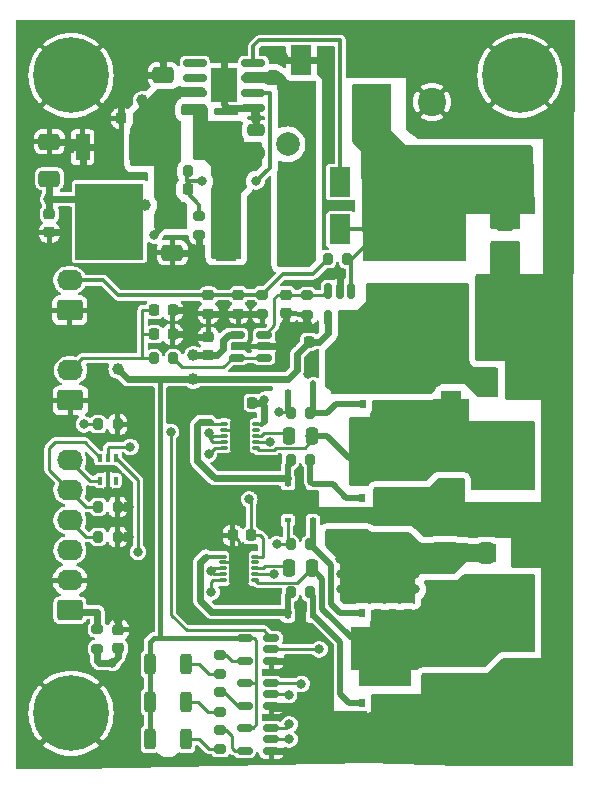
<source format=gbr>
%TF.GenerationSoftware,KiCad,Pcbnew,6.0.2+dfsg-1*%
%TF.CreationDate,2023-01-07T19:56:01+01:00*%
%TF.ProjectId,hBridge3620,68427269-6467-4653-9336-32302e6b6963,1.0*%
%TF.SameCoordinates,Original*%
%TF.FileFunction,Copper,L2,Bot*%
%TF.FilePolarity,Positive*%
%FSLAX46Y46*%
G04 Gerber Fmt 4.6, Leading zero omitted, Abs format (unit mm)*
G04 Created by KiCad (PCBNEW 6.0.2+dfsg-1) date 2023-01-07 19:56:01*
%MOMM*%
%LPD*%
G01*
G04 APERTURE LIST*
G04 Aperture macros list*
%AMRoundRect*
0 Rectangle with rounded corners*
0 $1 Rounding radius*
0 $2 $3 $4 $5 $6 $7 $8 $9 X,Y pos of 4 corners*
0 Add a 4 corners polygon primitive as box body*
4,1,4,$2,$3,$4,$5,$6,$7,$8,$9,$2,$3,0*
0 Add four circle primitives for the rounded corners*
1,1,$1+$1,$2,$3*
1,1,$1+$1,$4,$5*
1,1,$1+$1,$6,$7*
1,1,$1+$1,$8,$9*
0 Add four rect primitives between the rounded corners*
20,1,$1+$1,$2,$3,$4,$5,0*
20,1,$1+$1,$4,$5,$6,$7,0*
20,1,$1+$1,$6,$7,$8,$9,0*
20,1,$1+$1,$8,$9,$2,$3,0*%
G04 Aperture macros list end*
%TA.AperFunction,ComponentPad*%
%ADD10RoundRect,0.249999X-1.950001X-1.950001X1.950001X-1.950001X1.950001X1.950001X-1.950001X1.950001X0*%
%TD*%
%TA.AperFunction,ComponentPad*%
%ADD11R,2.400000X2.400000*%
%TD*%
%TA.AperFunction,ComponentPad*%
%ADD12C,2.400000*%
%TD*%
%TA.AperFunction,ComponentPad*%
%ADD13RoundRect,0.250000X0.845000X-0.620000X0.845000X0.620000X-0.845000X0.620000X-0.845000X-0.620000X0*%
%TD*%
%TA.AperFunction,ComponentPad*%
%ADD14O,2.190000X1.740000*%
%TD*%
%TA.AperFunction,ComponentPad*%
%ADD15R,2.000000X2.000000*%
%TD*%
%TA.AperFunction,ComponentPad*%
%ADD16C,2.000000*%
%TD*%
%TA.AperFunction,ComponentPad*%
%ADD17C,0.800000*%
%TD*%
%TA.AperFunction,ComponentPad*%
%ADD18C,6.400000*%
%TD*%
%TA.AperFunction,SMDPad,CuDef*%
%ADD19R,1.200000X2.200000*%
%TD*%
%TA.AperFunction,SMDPad,CuDef*%
%ADD20R,5.800000X6.400000*%
%TD*%
%TA.AperFunction,SMDPad,CuDef*%
%ADD21RoundRect,0.225000X-0.225000X-0.250000X0.225000X-0.250000X0.225000X0.250000X-0.225000X0.250000X0*%
%TD*%
%TA.AperFunction,SMDPad,CuDef*%
%ADD22RoundRect,0.250000X0.650000X-0.412500X0.650000X0.412500X-0.650000X0.412500X-0.650000X-0.412500X0*%
%TD*%
%TA.AperFunction,SMDPad,CuDef*%
%ADD23RoundRect,0.250000X-1.425000X0.362500X-1.425000X-0.362500X1.425000X-0.362500X1.425000X0.362500X0*%
%TD*%
%TA.AperFunction,SMDPad,CuDef*%
%ADD24RoundRect,0.200000X-0.200000X-0.275000X0.200000X-0.275000X0.200000X0.275000X-0.200000X0.275000X0*%
%TD*%
%TA.AperFunction,SMDPad,CuDef*%
%ADD25RoundRect,0.087500X0.212500X0.087500X-0.212500X0.087500X-0.212500X-0.087500X0.212500X-0.087500X0*%
%TD*%
%TA.AperFunction,ComponentPad*%
%ADD26C,0.500000*%
%TD*%
%TA.AperFunction,SMDPad,CuDef*%
%ADD27R,1.800000X2.600000*%
%TD*%
%TA.AperFunction,SMDPad,CuDef*%
%ADD28RoundRect,0.225000X-0.250000X0.225000X-0.250000X-0.225000X0.250000X-0.225000X0.250000X0.225000X0*%
%TD*%
%TA.AperFunction,SMDPad,CuDef*%
%ADD29R,1.800000X2.500000*%
%TD*%
%TA.AperFunction,SMDPad,CuDef*%
%ADD30RoundRect,0.250000X0.475000X-0.250000X0.475000X0.250000X-0.475000X0.250000X-0.475000X-0.250000X0*%
%TD*%
%TA.AperFunction,SMDPad,CuDef*%
%ADD31RoundRect,0.150000X0.512500X0.150000X-0.512500X0.150000X-0.512500X-0.150000X0.512500X-0.150000X0*%
%TD*%
%TA.AperFunction,SMDPad,CuDef*%
%ADD32R,0.510000X0.760000*%
%TD*%
%TA.AperFunction,SMDPad,CuDef*%
%ADD33R,4.520000X3.970000*%
%TD*%
%TA.AperFunction,SMDPad,CuDef*%
%ADD34R,0.600000X0.450000*%
%TD*%
%TA.AperFunction,SMDPad,CuDef*%
%ADD35RoundRect,0.250000X0.250000X0.475000X-0.250000X0.475000X-0.250000X-0.475000X0.250000X-0.475000X0*%
%TD*%
%TA.AperFunction,SMDPad,CuDef*%
%ADD36RoundRect,0.250000X-0.650000X0.412500X-0.650000X-0.412500X0.650000X-0.412500X0.650000X0.412500X0*%
%TD*%
%TA.AperFunction,SMDPad,CuDef*%
%ADD37RoundRect,0.225000X0.250000X-0.225000X0.250000X0.225000X-0.250000X0.225000X-0.250000X-0.225000X0*%
%TD*%
%TA.AperFunction,SMDPad,CuDef*%
%ADD38RoundRect,0.200000X-0.275000X0.200000X-0.275000X-0.200000X0.275000X-0.200000X0.275000X0.200000X0*%
%TD*%
%TA.AperFunction,SMDPad,CuDef*%
%ADD39RoundRect,0.250000X0.412500X0.650000X-0.412500X0.650000X-0.412500X-0.650000X0.412500X-0.650000X0*%
%TD*%
%TA.AperFunction,SMDPad,CuDef*%
%ADD40RoundRect,0.250000X-0.312500X-0.625000X0.312500X-0.625000X0.312500X0.625000X-0.312500X0.625000X0*%
%TD*%
%TA.AperFunction,SMDPad,CuDef*%
%ADD41RoundRect,0.200000X0.275000X-0.200000X0.275000X0.200000X-0.275000X0.200000X-0.275000X-0.200000X0*%
%TD*%
%TA.AperFunction,SMDPad,CuDef*%
%ADD42RoundRect,0.225000X0.225000X0.250000X-0.225000X0.250000X-0.225000X-0.250000X0.225000X-0.250000X0*%
%TD*%
%TA.AperFunction,SMDPad,CuDef*%
%ADD43RoundRect,0.190000X0.285000X0.685000X-0.285000X0.685000X-0.285000X-0.685000X0.285000X-0.685000X0*%
%TD*%
%TA.AperFunction,SMDPad,CuDef*%
%ADD44R,1.800000X7.500000*%
%TD*%
%TA.AperFunction,SMDPad,CuDef*%
%ADD45RoundRect,0.200000X0.200000X0.275000X-0.200000X0.275000X-0.200000X-0.275000X0.200000X-0.275000X0*%
%TD*%
%TA.AperFunction,SMDPad,CuDef*%
%ADD46RoundRect,0.218750X0.256250X-0.218750X0.256250X0.218750X-0.256250X0.218750X-0.256250X-0.218750X0*%
%TD*%
%TA.AperFunction,SMDPad,CuDef*%
%ADD47RoundRect,0.150000X0.825000X0.150000X-0.825000X0.150000X-0.825000X-0.150000X0.825000X-0.150000X0*%
%TD*%
%TA.AperFunction,SMDPad,CuDef*%
%ADD48R,2.290000X3.000000*%
%TD*%
%TA.AperFunction,SMDPad,CuDef*%
%ADD49RoundRect,0.250000X-0.475000X0.250000X-0.475000X-0.250000X0.475000X-0.250000X0.475000X0.250000X0*%
%TD*%
%TA.AperFunction,SMDPad,CuDef*%
%ADD50RoundRect,0.150000X-0.150000X0.512500X-0.150000X-0.512500X0.150000X-0.512500X0.150000X0.512500X0*%
%TD*%
%TA.AperFunction,SMDPad,CuDef*%
%ADD51RoundRect,0.218750X0.218750X0.256250X-0.218750X0.256250X-0.218750X-0.256250X0.218750X-0.256250X0*%
%TD*%
%TA.AperFunction,SMDPad,CuDef*%
%ADD52R,0.400000X0.650000*%
%TD*%
%TA.AperFunction,ViaPad*%
%ADD53C,1.000000*%
%TD*%
%TA.AperFunction,ViaPad*%
%ADD54C,0.800000*%
%TD*%
%TA.AperFunction,Conductor*%
%ADD55C,0.300000*%
%TD*%
%TA.AperFunction,Conductor*%
%ADD56C,0.250000*%
%TD*%
%TA.AperFunction,Conductor*%
%ADD57C,0.600000*%
%TD*%
%TA.AperFunction,Conductor*%
%ADD58C,0.400000*%
%TD*%
%TA.AperFunction,Conductor*%
%ADD59C,0.500000*%
%TD*%
G04 APERTURE END LIST*
D10*
%TO.P,M2,1,Pin_1*%
%TO.N,GND*%
X17715000Y7075000D03*
%TD*%
D11*
%TO.P,C5,1*%
%TO.N,VMOT*%
X6566041Y24765000D03*
D12*
%TO.P,C5,2*%
%TO.N,GND*%
X11566041Y24765000D03*
%TD*%
D13*
%TO.P,M3,1,P1*%
%TO.N,Net-(M3-Pad1)*%
X-19095000Y-18288000D03*
D14*
%TO.P,M3,2,P2*%
%TO.N,GND*%
X-19095000Y-15748000D03*
%TO.P,M3,3,P3*%
%TO.N,AUX*%
X-19095000Y-13208000D03*
%TO.P,M3,4,P4*%
%TO.N,EN*%
X-19095000Y-10668000D03*
%TO.P,M3,5,P5*%
%TO.N,PWMB*%
X-19095000Y-8128000D03*
%TO.P,M3,6,P6*%
%TO.N,PWMA*%
X-19095000Y-5588000D03*
%TD*%
D10*
%TO.P,M1,1,Pin_1*%
%TO.N,VMOT*%
X17715000Y18280000D03*
%TD*%
D13*
%TO.P,P1,1,P1*%
%TO.N,GND*%
X-19115000Y7112000D03*
D14*
%TO.P,P1,2,P2*%
%TO.N,Net-(C18-Pad1)*%
X-19115000Y9652000D03*
%TD*%
D15*
%TO.P,C2,1*%
%TO.N,/CSP*%
X-5669677Y21162000D03*
D16*
%TO.P,C2,2*%
%TO.N,GND*%
X-669677Y21162000D03*
%TD*%
D17*
%TO.P,H1,1,1*%
%TO.N,GND*%
X21400000Y27000000D03*
X19000000Y29400000D03*
X20697056Y28697056D03*
D18*
X19000000Y27000000D03*
D17*
X17302944Y25302944D03*
X20697056Y25302944D03*
X19000000Y24600000D03*
X17302944Y28697056D03*
X16600000Y27000000D03*
%TD*%
%TO.P,H2,1,1*%
%TO.N,GND*%
X16600000Y-27000000D03*
X20697056Y-28697056D03*
X19000000Y-24600000D03*
X21400000Y-27000000D03*
X20697056Y-25302944D03*
X17302944Y-28697056D03*
X17302944Y-25302944D03*
D18*
X19000000Y-27000000D03*
D17*
X19000000Y-29400000D03*
%TD*%
%TO.P,H4,1,1*%
%TO.N,GND*%
X-21400000Y-27000000D03*
X-17302944Y-25302944D03*
D18*
X-19000000Y-27000000D03*
D17*
X-20697056Y-25302944D03*
X-19000000Y-24600000D03*
X-16600000Y-27000000D03*
X-19000000Y-29400000D03*
X-20697056Y-28697056D03*
X-17302944Y-28697056D03*
%TD*%
%TO.P,H3,1,1*%
%TO.N,GND*%
X-19000000Y24600000D03*
X-16600000Y27000000D03*
X-19000000Y29400000D03*
X-20697056Y28697056D03*
X-17302944Y28697056D03*
X-20697056Y25302944D03*
X-17302944Y25302944D03*
X-21400000Y27000000D03*
D18*
X-19000000Y27000000D03*
%TD*%
D10*
%TO.P,OUTA1,1,Pin_1*%
%TO.N,/OUTA*%
X17715000Y-5625000D03*
%TD*%
D13*
%TO.P,P2,1,P1*%
%TO.N,GND*%
X-19050000Y-508000D03*
D14*
%TO.P,P2,2,P2*%
%TO.N,/CURRENT*%
X-19050000Y2032000D03*
%TD*%
D10*
%TO.P,OUTB1,1,Pin_1*%
%TO.N,/OUTB*%
X17715000Y-18325000D03*
%TD*%
D19*
%TO.P,U2,1,GND*%
%TO.N,GND*%
X-18027000Y20929000D03*
D20*
%TO.P,U2,2,VO*%
%TO.N,+3V3*%
X-15747000Y14629000D03*
D19*
%TO.P,U2,3,VI*%
%TO.N,+12V*%
X-13467000Y20929000D03*
%TD*%
D21*
%TO.P,C21,1*%
%TO.N,GND*%
X-5313000Y-11938000D03*
%TO.P,C21,2*%
%TO.N,+12V*%
X-3763000Y-11938000D03*
%TD*%
D22*
%TO.P,C13,1*%
%TO.N,+3V3*%
X-20828000Y18249500D03*
%TO.P,C13,2*%
%TO.N,GND*%
X-20828000Y21374500D03*
%TD*%
D23*
%TO.P,R1,1*%
%TO.N,VMOT*%
X12635000Y14392500D03*
%TO.P,R1,2*%
%TO.N,/VMOTOUT*%
X12635000Y8467500D03*
%TD*%
D24*
%TO.P,R17,1*%
%TO.N,PWMB*%
X-16700000Y-9525000D03*
%TO.P,R17,2*%
%TO.N,GND*%
X-15050000Y-9525000D03*
%TD*%
D25*
%TO.P,U5,1,VCC*%
%TO.N,+12V*%
X-3442000Y-13732000D03*
%TO.P,U5,2*%
%TO.N,N/C*%
X-3442000Y-14232000D03*
%TO.P,U5,3,VB*%
%TO.N,Net-(C20-Pad2)*%
X-3442000Y-14732000D03*
%TO.P,U5,4,HO*%
%TO.N,/HOB*%
X-3442000Y-15232000D03*
%TO.P,U5,5,VS*%
%TO.N,/OUTB*%
X-3442000Y-15732000D03*
%TO.P,U5,6,EN*%
%TO.N,EN*%
X-6142000Y-15732000D03*
%TO.P,U5,7,HIN*%
%TO.N,PWMB*%
X-6142000Y-15232000D03*
%TO.P,U5,8,LIN*%
X-6142000Y-14732000D03*
%TO.P,U5,9,COM*%
%TO.N,GND*%
X-6142000Y-14232000D03*
%TO.P,U5,10,LO*%
%TO.N,/LOB*%
X-6142000Y-13732000D03*
D26*
%TO.P,U5,11,PAD*%
%TO.N,GND*%
X-5242000Y-13982000D03*
X-5242000Y-15482000D03*
X-4342000Y-13982000D03*
D27*
X-4792000Y-14732000D03*
D26*
X-4342000Y-15482000D03*
%TD*%
D28*
%TO.P,C15,1,1*%
%TO.N,+3V3*%
X-20828000Y15253000D03*
%TO.P,C15,2,2*%
%TO.N,GND*%
X-20828000Y13703000D03*
%TD*%
D29*
%TO.P,D6,1,K*%
%TO.N,/OUTA*%
X13208000Y-4350000D03*
%TO.P,D6,2,A*%
%TO.N,GND*%
X13208000Y-8350000D03*
%TD*%
D30*
%TO.P,C8,1*%
%TO.N,/CSP*%
X-3302000Y20452000D03*
%TO.P,C8,2*%
%TO.N,GND*%
X-3302000Y22352000D03*
%TD*%
D31*
%TO.P,U9,1*%
%TO.N,AUX*%
X-2037500Y-28260000D03*
%TO.P,U9,2*%
%TO.N,EN*%
X-2037500Y-29210000D03*
%TO.P,U9,3,GND*%
%TO.N,GND*%
X-2037500Y-30160000D03*
%TO.P,U9,4*%
%TO.N,/LED_AUX*%
X-4312500Y-30160000D03*
%TO.P,U9,5,VCC*%
%TO.N,+3V3*%
X-4312500Y-28260000D03*
%TD*%
D32*
%TO.P,Q2,1,S*%
%TO.N,GND*%
X9460000Y-8760000D03*
X6920000Y-8760000D03*
X8190000Y-8760000D03*
%TO.P,Q2,2,G*%
%TO.N,/LOGA*%
X5650000Y-8760000D03*
%TO.P,Q2,3,D*%
%TO.N,/OUTA*%
X5650000Y-3260000D03*
D33*
X7555000Y-5365000D03*
D32*
X8190000Y-3260000D03*
X9460000Y-3260000D03*
X6920000Y-3260000D03*
%TD*%
D24*
%TO.P,R7,1*%
%TO.N,/LOA*%
X-415000Y-5550501D03*
%TO.P,R7,2*%
%TO.N,/LOGA*%
X1235000Y-5550501D03*
%TD*%
D34*
%TO.P,D4,1,K*%
%TO.N,/LOA*%
X-640000Y-7582501D03*
%TO.P,D4,2,A*%
%TO.N,/LOGA*%
X1460000Y-7582501D03*
%TD*%
D25*
%TO.P,U3,1,VCC*%
%TO.N,+12V*%
X-3325499Y-2518501D03*
%TO.P,U3,2*%
%TO.N,N/C*%
X-3325499Y-3018501D03*
%TO.P,U3,3,VB*%
%TO.N,Net-(C17-Pad2)*%
X-3325499Y-3518501D03*
%TO.P,U3,4,HO*%
%TO.N,/HOA*%
X-3325499Y-4018501D03*
%TO.P,U3,5,VS*%
%TO.N,/OUTA*%
X-3325499Y-4518501D03*
%TO.P,U3,6,EN*%
%TO.N,EN*%
X-6025499Y-4518501D03*
%TO.P,U3,7,HIN*%
%TO.N,PWMA*%
X-6025499Y-4018501D03*
%TO.P,U3,8,LIN*%
X-6025499Y-3518501D03*
%TO.P,U3,9,COM*%
%TO.N,GND*%
X-6025499Y-3018501D03*
%TO.P,U3,10,LO*%
%TO.N,/LOA*%
X-6025499Y-2518501D03*
D26*
%TO.P,U3,11,PAD*%
%TO.N,GND*%
X-4225499Y-4268501D03*
D27*
X-4675499Y-3518501D03*
D26*
X-5125499Y-4268501D03*
X-4225499Y-2768501D03*
X-5125499Y-2768501D03*
%TD*%
D21*
%TO.P,C1,1*%
%TO.N,GND*%
X-5196499Y-724501D03*
%TO.P,C1,2*%
%TO.N,+12V*%
X-3646499Y-724501D03*
%TD*%
D35*
%TO.P,C20,1*%
%TO.N,/OUTB*%
X1360000Y-14732000D03*
%TO.P,C20,2*%
%TO.N,Net-(C20-Pad2)*%
X-540000Y-14732000D03*
%TD*%
D36*
%TO.P,C11,1*%
%TO.N,+12V*%
X-10414000Y15104500D03*
%TO.P,C11,2*%
%TO.N,GND*%
X-10414000Y11979500D03*
%TD*%
D37*
%TO.P,C22,1*%
%TO.N,+3V3*%
X-7366000Y3302000D03*
%TO.P,C22,2*%
%TO.N,GND*%
X-7366000Y4852000D03*
%TD*%
D24*
%TO.P,R4,1*%
%TO.N,EN*%
X-16700000Y-12065000D03*
%TO.P,R4,2*%
%TO.N,GND*%
X-15050000Y-12065000D03*
%TD*%
D29*
%TO.P,D1,1,K*%
%TO.N,/SW*%
X508000Y24274000D03*
%TO.P,D1,2,A*%
%TO.N,GND*%
X508000Y28274000D03*
%TD*%
D35*
%TO.P,C17,1*%
%TO.N,/OUTA*%
X1360000Y-3518501D03*
%TO.P,C17,2*%
%TO.N,Net-(C17-Pad2)*%
X-540000Y-3518501D03*
%TD*%
D24*
%TO.P,R8,1*%
%TO.N,/CURRENT*%
X-12001000Y3048000D03*
%TO.P,R8,2*%
%TO.N,/ISENSEOUT*%
X-10351000Y3048000D03*
%TD*%
D38*
%TO.P,R13,1*%
%TO.N,Net-(C18-Pad1)*%
X-2794000Y8445000D03*
%TO.P,R13,2*%
%TO.N,GND*%
X-2794000Y6795000D03*
%TD*%
D22*
%TO.P,C10,1*%
%TO.N,+12V*%
X-11176000Y23917500D03*
%TO.P,C10,2*%
%TO.N,GND*%
X-11176000Y27042500D03*
%TD*%
D32*
%TO.P,Q1,1,S*%
%TO.N,/OUTA*%
X8255000Y-845000D03*
X9525000Y-845000D03*
X6985000Y-845000D03*
%TO.P,Q1,2,G*%
%TO.N,/HOGA*%
X5715000Y-845000D03*
D33*
%TO.P,Q1,3,D*%
%TO.N,/VMOTOUT*%
X7620000Y2550000D03*
D32*
X5715000Y4655000D03*
X8255000Y4655000D03*
X6985000Y4655000D03*
X9525000Y4655000D03*
%TD*%
D29*
%TO.P,D2,1,K*%
%TO.N,/VIN*%
X3810000Y17965000D03*
%TO.P,D2,2,A*%
%TO.N,VMOT*%
X3810000Y13965000D03*
%TD*%
D39*
%TO.P,C3,1*%
%TO.N,GND*%
X19277500Y725000D03*
%TO.P,C3,2*%
%TO.N,/VMOTOUT*%
X16152500Y725000D03*
%TD*%
%TO.P,C14,1*%
%TO.N,GND*%
X19277500Y-13462000D03*
%TO.P,C14,2*%
%TO.N,/VMOTOUT*%
X16152500Y-13462000D03*
%TD*%
D32*
%TO.P,Q3,1,S*%
%TO.N,/OUTB*%
X9460000Y-18535000D03*
X6920000Y-18535000D03*
X8190000Y-18535000D03*
%TO.P,Q3,2,G*%
%TO.N,/HOGB*%
X5650000Y-18535000D03*
%TO.P,Q3,3,D*%
%TO.N,/VMOTOUT*%
X5650000Y-13035000D03*
X8190000Y-13035000D03*
D33*
X7555000Y-15140000D03*
D32*
X9460000Y-13035000D03*
X6920000Y-13035000D03*
%TD*%
%TO.P,Q4,1,S*%
%TO.N,GND*%
X6920000Y-26155000D03*
X8190000Y-26155000D03*
X9460000Y-26155000D03*
%TO.P,Q4,2,G*%
%TO.N,/LOGB*%
X5650000Y-26155000D03*
%TO.P,Q4,3,D*%
%TO.N,/OUTB*%
X9460000Y-20655000D03*
X8190000Y-20655000D03*
D33*
X7555000Y-22760000D03*
D32*
X6920000Y-20655000D03*
X5650000Y-20655000D03*
%TD*%
D40*
%TO.P,R9,1*%
%TO.N,+12V*%
X-10606500Y21162000D03*
%TO.P,R9,2*%
%TO.N,/CSP*%
X-7681500Y21162000D03*
%TD*%
D41*
%TO.P,R20,1*%
%TO.N,/L_PWMB*%
X-6350000Y-26860000D03*
%TO.P,R20,2*%
%TO.N,/LED_PWMB*%
X-6350000Y-25210000D03*
%TD*%
D38*
%TO.P,R5,1*%
%TO.N,/ISENSE*%
X1016000Y8382000D03*
%TO.P,R5,2*%
%TO.N,GND*%
X1016000Y6732000D03*
%TD*%
D29*
%TO.P,D8,1,K*%
%TO.N,/VMOTOUT*%
X12635000Y-13785000D03*
%TO.P,D8,2,A*%
%TO.N,/OUTB*%
X12635000Y-17785000D03*
%TD*%
D42*
%TO.P,C4,1*%
%TO.N,+3V3*%
X1156000Y4445000D03*
%TO.P,C4,2*%
%TO.N,GND*%
X-394000Y4445000D03*
%TD*%
D23*
%TO.P,R2,1*%
%TO.N,VMOT*%
X8255000Y14392500D03*
%TO.P,R2,2*%
%TO.N,/VMOTOUT*%
X8255000Y8467500D03*
%TD*%
D43*
%TO.P,D17,1*%
%TO.N,/L_AUX*%
X-9245000Y-29210000D03*
%TO.P,D17,2*%
%TO.N,+3V3*%
X-12345000Y-29210000D03*
%TD*%
D28*
%TO.P,C18,1*%
%TO.N,Net-(C18-Pad1)*%
X-7366000Y8382000D03*
%TO.P,C18,2*%
%TO.N,GND*%
X-7366000Y6832000D03*
%TD*%
D44*
%TO.P,L1,1,1*%
%TO.N,/SW*%
X-242000Y14986000D03*
%TO.P,L1,2,2*%
%TO.N,/CSP*%
X-5842000Y14986000D03*
%TD*%
D42*
%TO.P,C12,1,1*%
%TO.N,+12V*%
X-13195000Y23368000D03*
%TO.P,C12,2,2*%
%TO.N,GND*%
X-14745000Y23368000D03*
%TD*%
D41*
%TO.P,R10,1*%
%TO.N,GND*%
X-8128000Y13479000D03*
%TO.P,R10,2*%
%TO.N,Net-(C9-Pad2)*%
X-8128000Y15129000D03*
%TD*%
D34*
%TO.P,D3,1,K*%
%TO.N,/HOA*%
X-640000Y164499D03*
%TO.P,D3,2,A*%
%TO.N,/HOGA*%
X1460000Y164499D03*
%TD*%
D45*
%TO.P,R12,1*%
%TO.N,Net-(C9-Pad2)*%
X-9081000Y18876000D03*
%TO.P,R12,2*%
%TO.N,+12V*%
X-10731000Y18876000D03*
%TD*%
D43*
%TO.P,D16,1*%
%TO.N,/L_PWMB*%
X-9245000Y-26035000D03*
%TO.P,D16,2*%
%TO.N,+3V3*%
X-12345000Y-26035000D03*
%TD*%
D46*
%TO.P,D14,1,A1*%
%TO.N,GND*%
X-4826000Y6832500D03*
%TO.P,D14,2,A2*%
%TO.N,Net-(C18-Pad1)*%
X-4826000Y8407500D03*
%TD*%
D29*
%TO.P,D5,1,K*%
%TO.N,/VMOTOUT*%
X13208000Y2984000D03*
%TO.P,D5,2,A*%
%TO.N,/OUTA*%
X13208000Y-1016000D03*
%TD*%
D47*
%TO.P,U1,1,VIN*%
%TO.N,/VIN*%
X-3559000Y28067000D03*
%TO.P,U1,2,SW*%
%TO.N,/SW*%
X-3559000Y26797000D03*
%TO.P,U1,3,FB*%
%TO.N,Net-(C9-Pad2)*%
X-3559000Y25527000D03*
%TO.P,U1,4,GND*%
%TO.N,GND*%
X-3559000Y24257000D03*
%TO.P,U1,5,CSP*%
%TO.N,/CSP*%
X-8509000Y24257000D03*
%TO.P,U1,6,CSN*%
%TO.N,+12V*%
X-8509000Y25527000D03*
%TO.P,U1,7*%
%TO.N,N/C*%
X-8509000Y26797000D03*
%TO.P,U1,8*%
X-8509000Y28067000D03*
D48*
%TO.P,U1,9,PAD*%
%TO.N,GND*%
X-6034000Y26162000D03*
%TD*%
D49*
%TO.P,C7,1*%
%TO.N,VMOT*%
X17715000Y14375000D03*
%TO.P,C7,2*%
%TO.N,GND*%
X17715000Y12475000D03*
%TD*%
D31*
%TO.P,U6,1,+*%
%TO.N,/ISENSE*%
X-2672500Y5014000D03*
%TO.P,U6,2,V-*%
%TO.N,GND*%
X-2672500Y4064000D03*
%TO.P,U6,3,-*%
%TO.N,/ISENSEOUT*%
X-2672500Y3114000D03*
%TO.P,U6,4*%
X-4947500Y3114000D03*
%TO.P,U6,5,V+*%
%TO.N,+3V3*%
X-4947500Y5014000D03*
%TD*%
D21*
%TO.P,C9,1*%
%TO.N,+12V*%
X-10681000Y17352000D03*
%TO.P,C9,2*%
%TO.N,Net-(C9-Pad2)*%
X-9131000Y17352000D03*
%TD*%
%TO.P,C19,1*%
%TO.N,/CURRENT*%
X-11951000Y7112000D03*
%TO.P,C19,2*%
%TO.N,GND*%
X-10401000Y7112000D03*
%TD*%
D38*
%TO.P,R16,1*%
%TO.N,Net-(M3-Pad1)*%
X-16764000Y-19876000D03*
%TO.P,R16,2*%
%TO.N,+12V*%
X-16764000Y-21526000D03*
%TD*%
D41*
%TO.P,R19,1*%
%TO.N,/L_PWMA*%
X-6350000Y-23685000D03*
%TO.P,R19,2*%
%TO.N,/LED_PWMA*%
X-6350000Y-22035000D03*
%TD*%
D50*
%TO.P,U4,1*%
%TO.N,/ISENSE*%
X2795000Y8757500D03*
%TO.P,U4,2,GND*%
%TO.N,GND*%
X3745000Y8757500D03*
%TO.P,U4,3,+*%
%TO.N,VMOT*%
X4695000Y8757500D03*
%TO.P,U4,4,-*%
%TO.N,/VMOTOUT*%
X4695000Y6482500D03*
%TO.P,U4,5,V+*%
%TO.N,+3V3*%
X2795000Y6482500D03*
%TD*%
D31*
%TO.P,U7,1*%
%TO.N,PWMA*%
X-2037500Y-20640000D03*
%TO.P,U7,2*%
%TO.N,EN*%
X-2037500Y-21590000D03*
%TO.P,U7,3,GND*%
%TO.N,GND*%
X-2037500Y-22540000D03*
%TO.P,U7,4*%
%TO.N,/LED_PWMA*%
X-4312500Y-22540000D03*
%TO.P,U7,5,VCC*%
%TO.N,+3V3*%
X-4312500Y-20640000D03*
%TD*%
D34*
%TO.P,D10,1,K*%
%TO.N,/HOB*%
X-640000Y-10668000D03*
%TO.P,D10,2,A*%
%TO.N,/HOGB*%
X1460000Y-10668000D03*
%TD*%
D24*
%TO.P,R6,1*%
%TO.N,/HOA*%
X-415000Y-1613501D03*
%TO.P,R6,2*%
%TO.N,/HOGA*%
X1235000Y-1613501D03*
%TD*%
D28*
%TO.P,C16,1*%
%TO.N,/ISENSE*%
X-762000Y8395000D03*
%TO.P,C16,2*%
%TO.N,GND*%
X-762000Y6845000D03*
%TD*%
D24*
%TO.P,R11,1*%
%TO.N,Net-(C18-Pad1)*%
X2731000Y11430000D03*
%TO.P,R11,2*%
%TO.N,VMOT*%
X4381000Y11430000D03*
%TD*%
D43*
%TO.P,D13,1*%
%TO.N,/L_PWMA*%
X-9245000Y-22860000D03*
%TO.P,D13,2*%
%TO.N,+3V3*%
X-12345000Y-22860000D03*
%TD*%
D41*
%TO.P,R21,1*%
%TO.N,/L_AUX*%
X-6350000Y-30035000D03*
%TO.P,R21,2*%
%TO.N,/LED_AUX*%
X-6350000Y-28385000D03*
%TD*%
D24*
%TO.P,R15,1*%
%TO.N,/LOB*%
X-415000Y-16764000D03*
%TO.P,R15,2*%
%TO.N,/LOGB*%
X1235000Y-16764000D03*
%TD*%
D31*
%TO.P,U8,1*%
%TO.N,PWMB*%
X-2037500Y-24450000D03*
%TO.P,U8,2*%
%TO.N,EN*%
X-2037500Y-25400000D03*
%TO.P,U8,3,GND*%
%TO.N,GND*%
X-2037500Y-26350000D03*
%TO.P,U8,4*%
%TO.N,/LED_PWMB*%
X-4312500Y-26350000D03*
%TO.P,U8,5,VCC*%
%TO.N,+3V3*%
X-4312500Y-24450000D03*
%TD*%
D24*
%TO.P,R3,1*%
%TO.N,PWMA*%
X-16700000Y-2540000D03*
%TO.P,R3,2*%
%TO.N,GND*%
X-15050000Y-2540000D03*
%TD*%
D29*
%TO.P,D9,1,K*%
%TO.N,/OUTB*%
X12635000Y-21405000D03*
%TO.P,D9,2,A*%
%TO.N,GND*%
X12635000Y-25405000D03*
%TD*%
D51*
%TO.P,D15,1,A1*%
%TO.N,GND*%
X-10388500Y5080000D03*
%TO.P,D15,2,A2*%
%TO.N,/CURRENT*%
X-11963500Y5080000D03*
%TD*%
D52*
%TO.P,D7,1,K*%
%TO.N,unconnected-(D7-Pad1)*%
X-15225000Y-7300000D03*
%TO.P,D7,2,A*%
%TO.N,GND*%
X-15875000Y-7300000D03*
%TO.P,D7,3,K*%
%TO.N,PWMA*%
X-16525000Y-7300000D03*
%TO.P,D7,4,K*%
%TO.N,PWMB*%
X-16525000Y-5400000D03*
%TO.P,D7,5,K*%
%TO.N,EN*%
X-15875000Y-5400000D03*
%TO.P,D7,6,K*%
%TO.N,AUX*%
X-15225000Y-5400000D03*
%TD*%
D34*
%TO.P,D11,1,K*%
%TO.N,/LOB*%
X-640000Y-18796000D03*
%TO.P,D11,2,A*%
%TO.N,/LOGB*%
X1460000Y-18796000D03*
%TD*%
D37*
%TO.P,C6,1,1*%
%TO.N,+12V*%
X-14986000Y-21476000D03*
%TO.P,C6,2,2*%
%TO.N,GND*%
X-14986000Y-19926000D03*
%TD*%
D24*
%TO.P,R14,1*%
%TO.N,/HOB*%
X-415000Y-12700000D03*
%TO.P,R14,2*%
%TO.N,/HOGB*%
X1235000Y-12700000D03*
%TD*%
D53*
%TO.N,GND*%
X-14732000Y24638000D03*
D54*
X22860000Y8255000D03*
X1270000Y-29845000D03*
D53*
X-762000Y5842000D03*
D54*
X17780000Y11430000D03*
X22860000Y4445000D03*
X22860000Y1905000D03*
X12700000Y-29845000D03*
X-5334000Y-17018000D03*
X-23124500Y6351043D03*
X-23124500Y-16510000D03*
X-14605000Y-29845000D03*
X-6985000Y30480000D03*
X22860000Y-635000D03*
D53*
X3810000Y10160000D03*
D54*
X22860000Y-15875000D03*
X22860000Y14605000D03*
X-8255000Y30480000D03*
X-9525000Y-8890000D03*
X12065000Y29845000D03*
X21590000Y-10160000D03*
X17780000Y22225000D03*
X22860000Y3175000D03*
X-2540000Y-8890000D03*
X8890000Y-27305000D03*
X-12700000Y-19050000D03*
X1270000Y-8890000D03*
X-635000Y-20320000D03*
D53*
X-15875000Y-8255000D03*
D54*
X-23124500Y-1270000D03*
X22860000Y-5715000D03*
X11430000Y-10160000D03*
X-9525000Y-18034000D03*
X2540000Y-28575000D03*
X-20955000Y-22225000D03*
X22860000Y-14605000D03*
X-9525000Y-15240000D03*
X22860000Y-10795000D03*
X-23124500Y1271043D03*
D53*
X-9144000Y7112000D03*
D54*
X-1270000Y-8890000D03*
X10160000Y-28575000D03*
X7620000Y-28575000D03*
X6985000Y29845000D03*
D53*
X-18034000Y18796000D03*
D54*
X13970000Y-27305000D03*
X12700000Y-28575000D03*
X-13970000Y0D03*
X21590000Y7620000D03*
X22860000Y-6985000D03*
X22860000Y6985000D03*
X1486500Y-28681997D03*
D53*
X-14159500Y-9525000D03*
D54*
X0Y-8890000D03*
X22860000Y-19685000D03*
X2540000Y-26035000D03*
X17780000Y-11430000D03*
X-13335000Y29845000D03*
X-5715000Y30480000D03*
X22860000Y-13335000D03*
X-9525000Y-7620000D03*
D53*
X-9144000Y5080000D03*
D54*
X22860000Y-18415000D03*
X22860000Y-9525000D03*
X21590000Y-5080000D03*
X16510000Y3810000D03*
X-4445000Y30480000D03*
X2794000Y22606000D03*
X11430000Y-27305000D03*
X22860000Y17145000D03*
X22860000Y5715000D03*
X-23124500Y-13970000D03*
D53*
X-19558000Y13716000D03*
D54*
X10795000Y28575000D03*
X19050000Y3810000D03*
X13970000Y-10160000D03*
X2540000Y-29845000D03*
X21590000Y6350000D03*
X22860000Y12065000D03*
X20320000Y2540000D03*
X-10795000Y30480000D03*
D53*
X-14159500Y-12065000D03*
D54*
X21590000Y-19050000D03*
X-23124500Y-6350000D03*
X5715000Y28575000D03*
D53*
X-6096000Y29464000D03*
X-6096000Y6832500D03*
D54*
X-1905000Y-19431000D03*
X-8255000Y-7620000D03*
X13970000Y-28575000D03*
X-23124500Y-11430000D03*
X20320000Y22225000D03*
X7620000Y-29845000D03*
X-2032000Y-17018000D03*
X2540000Y-27305000D03*
X-17145000Y4445000D03*
X21590000Y-3810000D03*
X15240000Y-10160000D03*
X15240000Y22225000D03*
X3810000Y-28575000D03*
D53*
X-16383000Y20955000D03*
D54*
X17780000Y3810000D03*
X19050000Y22225000D03*
X15240000Y-11430000D03*
X11430000Y-8890000D03*
X9525000Y28575000D03*
X-23124500Y3811043D03*
X21590000Y1270000D03*
X-14605000Y29845000D03*
X21590000Y0D03*
X22860000Y-12065000D03*
X19050000Y2540000D03*
X8255000Y28575000D03*
X-7620000Y-1270000D03*
X13970000Y-29845000D03*
X22860000Y-4445000D03*
X-8890000Y-1270000D03*
X12700000Y-11430000D03*
X5080000Y-28575000D03*
X22860000Y13335000D03*
X11430000Y-29845000D03*
X-3048000Y-17018000D03*
X-22860000Y-21590000D03*
X5715000Y29845000D03*
X21590000Y5080000D03*
X6350000Y-29845000D03*
X6985000Y28575000D03*
X8890000Y-28575000D03*
X17780000Y-10160000D03*
X11430000Y-28575000D03*
X21590000Y-11430000D03*
X-13335000Y28575000D03*
X-14605000Y-28575000D03*
D53*
X-8128000Y11938000D03*
D54*
X-19050000Y4445000D03*
X22860000Y-22225000D03*
X2794000Y20066000D03*
X21590000Y-12700000D03*
X22860000Y-17145000D03*
X21590000Y-15240000D03*
X21590000Y-6350000D03*
X-20690500Y4445000D03*
X21590000Y-16510000D03*
X-15240000Y0D03*
X16510000Y22225000D03*
D53*
X2540000Y28194000D03*
D54*
X22860000Y-23495000D03*
X12065000Y28575000D03*
X17780000Y10160000D03*
X-14605000Y-26035000D03*
X8890000Y-29845000D03*
X-6350000Y-1270000D03*
X-20193000Y-2540000D03*
D53*
X-3302000Y23368000D03*
D54*
X21590000Y-20320000D03*
D53*
X1016000Y5842000D03*
D54*
X21590000Y3810000D03*
X1019518Y1690184D03*
X-9525000Y-12700000D03*
X5080000Y-29845000D03*
X21590000Y-17780000D03*
X-9525000Y-13970000D03*
X11430000Y-11430000D03*
X22860000Y15875000D03*
X16510000Y-10160000D03*
X21590000Y-22860000D03*
D53*
X-20828000Y11938000D03*
D54*
X8255000Y29845000D03*
X-14605000Y-17145000D03*
X-4826000Y-5842000D03*
X20320000Y-11430000D03*
X9525000Y29845000D03*
X-16510000Y0D03*
D53*
X-11176000Y28448000D03*
D54*
X-12065000Y30480000D03*
X-22860000Y-19050000D03*
X3810000Y-29845000D03*
X-14605000Y-27305000D03*
X21590000Y2540000D03*
D53*
X-19050000Y20828000D03*
D54*
X20320000Y-10160000D03*
D53*
X-1016000Y28448000D03*
D54*
X20320000Y3810000D03*
X22860000Y22225000D03*
X22860000Y20955000D03*
X-10160000Y-1270000D03*
X5080000Y-27305000D03*
X-6985000Y-10160000D03*
X-4191000Y-17018000D03*
X-19304000Y-2921000D03*
X6350000Y-27305000D03*
X12700000Y-10160000D03*
X-2540000Y-10160000D03*
X-9525000Y-16510000D03*
X21590000Y-8890000D03*
X21590000Y-21590000D03*
X22860000Y-20955000D03*
X-6985000Y-8890000D03*
D53*
X-4826000Y-10160000D03*
D54*
X22860000Y-3175000D03*
X-15875000Y-17145000D03*
X22860000Y-8255000D03*
X-13335000Y-1270000D03*
X10795000Y29845000D03*
X19050000Y-11430000D03*
X-23124500Y-3808525D03*
X-16510000Y5715000D03*
X-13335000Y-17780000D03*
X16510000Y-11430000D03*
X3810000Y-27305000D03*
X-1905000Y-5842000D03*
X21590000Y-2540000D03*
X21590000Y22225000D03*
X21590000Y-7620000D03*
X6350000Y-28575000D03*
X2794000Y21336000D03*
D53*
X-12954000Y26924000D03*
D54*
X22860000Y18415000D03*
X22860000Y10795000D03*
X-14605000Y-24765000D03*
X635000Y-20320000D03*
D53*
X-14986000Y-18923000D03*
D54*
X10160000Y-27305000D03*
X12700000Y-27305000D03*
X18415000Y10795000D03*
X21590000Y-13970000D03*
X22860000Y19685000D03*
X19050000Y-10160000D03*
X21590000Y-1270000D03*
X-23124500Y8891043D03*
X-9525000Y-6350000D03*
X22860000Y-1905000D03*
X22860000Y635000D03*
X-23124500Y-8890000D03*
X10160000Y-29845000D03*
X-8255000Y-8890000D03*
X22860000Y9525000D03*
X-16510000Y6985000D03*
X-14605000Y28575000D03*
X7620000Y-27305000D03*
X21590000Y8890000D03*
X13970000Y-11430000D03*
X-9525000Y30480000D03*
X17145000Y10795000D03*
D53*
%TO.N,+12V*%
X-12954000Y24892000D03*
D54*
X-15494000Y-22733000D03*
X-3913499Y-8890000D03*
X-2643499Y-470501D03*
X-11938000Y13462000D03*
%TO.N,/VMOTOUT*%
X3175000Y635000D03*
X11430000Y2540000D03*
X10160000Y-13970000D03*
X3835011Y-15237803D03*
X7555000Y-15320000D03*
X9525000Y-12065000D03*
X5080000Y-16510000D03*
X12700000Y6350000D03*
X7620000Y6350000D03*
X5080000Y3810000D03*
X11430000Y6350000D03*
X10160000Y-16510000D03*
X7555000Y2460000D03*
X8890000Y6350000D03*
X10160000Y3810000D03*
X3835011Y-16510000D03*
X3810000Y1270000D03*
X4445000Y-12065000D03*
X5080000Y1270000D03*
X8237240Y5659383D03*
X3175000Y1905000D03*
X6858000Y-16967200D03*
X12700000Y5080000D03*
X10160000Y2540000D03*
X3810000Y2540000D03*
X5715000Y-12065000D03*
X10160000Y-15240000D03*
X11430000Y1270000D03*
X5080000Y-13970000D03*
X6985000Y-12065000D03*
X8229600Y-16967200D03*
X3810000Y-13970000D03*
X3810000Y-12903200D03*
X10160000Y6350000D03*
X3175000Y3175000D03*
X3175000Y-12065000D03*
X5080000Y-15240000D03*
X5080000Y2540000D03*
X6350000Y6350000D03*
X3810000Y3810000D03*
X9522273Y5659383D03*
X8255000Y-12065000D03*
X11430000Y3810000D03*
X10160000Y1270000D03*
%TO.N,Net-(C9-Pad2)*%
X-7874000Y18034000D03*
X-3302000Y18034000D03*
D53*
%TO.N,+3V3*%
X-20828000Y16510000D03*
X-12700000Y16002000D03*
X-15029024Y2123500D03*
X-8636000Y3302000D03*
X-8636000Y1270000D03*
D54*
%TO.N,/HOA*%
X-1373499Y-1486501D03*
X-2135499Y-4026501D03*
%TO.N,PWMA*%
X-10541000Y-3175000D03*
X-17907000Y-2540000D03*
X-7342499Y-3264501D03*
%TO.N,PWMB*%
X-7112000Y-14986000D03*
X508000Y-24511000D03*
%TO.N,EN*%
X-7342499Y-5042501D03*
X-508000Y-29210000D03*
X-13970000Y-4445000D03*
X-7112000Y-16764000D03*
X-554424Y-25469636D03*
X2032002Y-21590000D03*
%TO.N,/HOB*%
X-1778000Y-15240000D03*
X-1585980Y-12700000D03*
%TO.N,AUX*%
X-13335000Y-13335000D03*
X-508000Y-27940000D03*
%TD*%
D55*
%TO.N,VMOT*%
X6863000Y13965000D02*
X7290500Y14392500D01*
X4695000Y11362500D02*
X7725000Y14392500D01*
X4695000Y11116000D02*
X4381000Y11430000D01*
X4695000Y8447500D02*
X4695000Y11362500D01*
X3810000Y13965000D02*
X6863000Y13965000D01*
X7725000Y14392500D02*
X8255000Y14392500D01*
X4695000Y8447500D02*
X4695000Y11116000D01*
X7290500Y14392500D02*
X8255000Y14392500D01*
X4695000Y8757500D02*
X4695000Y8447500D01*
D56*
%TO.N,GND*%
X-5196499Y-2697501D02*
X-5125499Y-2768501D01*
D57*
X-18949000Y20929000D02*
X-19050000Y20828000D01*
X-3302000Y24000000D02*
X-3559000Y24257000D01*
D56*
X-15875000Y-8001000D02*
X-15875000Y-8255000D01*
D57*
X1524000Y-22987000D02*
X1077000Y-22540000D01*
X-842000Y28274000D02*
X-1016000Y28448000D01*
X-11176000Y27042500D02*
X-12835500Y27042500D01*
X-8916000Y4852000D02*
X-9144000Y5080000D01*
X-635000Y5842000D02*
X-762000Y5842000D01*
X1016000Y6732000D02*
X1016000Y5842000D01*
X-14745000Y23368000D02*
X-14745000Y24625000D01*
X-2672500Y4064000D02*
X-775000Y4064000D01*
X955000Y-30160000D02*
X1270000Y-29845000D01*
X1077000Y-22540000D02*
X-2037500Y-22540000D01*
X-12835500Y27042500D02*
X-12954000Y26924000D01*
D56*
X-5196499Y-724501D02*
X-5196499Y-2697501D01*
D57*
X-6034000Y24576000D02*
X-6034000Y26162000D01*
X-1844500Y-26543000D02*
X783002Y-26543000D01*
X783002Y-26543000D02*
X1524000Y-27283998D01*
X-20828000Y13703000D02*
X-19571000Y13703000D01*
X-3302000Y22352000D02*
X-3302000Y24000000D01*
X-18472500Y21374500D02*
X-18027000Y20929000D01*
X-18027000Y18803000D02*
X-18034000Y18796000D01*
X-4826000Y6832500D02*
X-6096000Y6832500D01*
X-10414000Y11979500D02*
X-8169500Y11979500D01*
X-11176000Y27042500D02*
X-11176000Y28448000D01*
X-762000Y6845000D02*
X-762000Y5842000D01*
X-775000Y4064000D02*
X-394000Y4445000D01*
X-394000Y5842000D02*
X-394000Y4445000D01*
X3745000Y8757500D02*
X3745000Y10095000D01*
X1016000Y5842000D02*
X-394000Y5842000D01*
D56*
X-15875000Y-7300000D02*
X-15875000Y-8001000D01*
X-6142000Y-14232000D02*
X-5492000Y-14232000D01*
D57*
X-8128000Y13479000D02*
X-8128000Y11938000D01*
X-10388500Y5080000D02*
X-9144000Y5080000D01*
X-3559000Y24257000D02*
X-5715000Y24257000D01*
X-7366000Y6832000D02*
X-6096500Y6832000D01*
X-15050000Y-9525000D02*
X-14159500Y-9525000D01*
X-2037500Y-26350000D02*
X-1844500Y-26543000D01*
X508000Y28274000D02*
X-842000Y28274000D01*
X-6034000Y26162000D02*
X-6034000Y29402000D01*
X-2037500Y-30160000D02*
X955000Y-30160000D01*
X-6034000Y29402000D02*
X-6096000Y29464000D01*
X-4788500Y6795000D02*
X-4826000Y6832500D01*
X-5715000Y24257000D02*
X-6034000Y24576000D01*
X-2794000Y6795000D02*
X-4788500Y6795000D01*
X-18027000Y20929000D02*
X-18949000Y20929000D01*
X-381000Y5588000D02*
X-635000Y5842000D01*
X1524000Y-27283998D02*
X1524000Y-22987000D01*
D56*
X-5313000Y-11938000D02*
X-5313000Y-10647000D01*
X-6025499Y-3018501D02*
X-5375499Y-3018501D01*
X-5313000Y-11938000D02*
X-4792000Y-12459000D01*
D57*
X-19571000Y13703000D02*
X-19558000Y13716000D01*
D56*
X-5313000Y-10647000D02*
X-4826000Y-10160000D01*
D57*
X-18027000Y20929000D02*
X-16409000Y20929000D01*
D56*
X-5492000Y-14232000D02*
X-5242000Y-13982000D01*
D57*
X-10401000Y7112000D02*
X-9144000Y7112000D01*
X-14745000Y24625000D02*
X-14732000Y24638000D01*
X-20828000Y21374500D02*
X-18472500Y21374500D01*
X-6096500Y6832000D02*
X-6096000Y6832500D01*
X-7366000Y4852000D02*
X-8916000Y4852000D01*
X-8169500Y11979500D02*
X-8128000Y11938000D01*
X3745000Y10095000D02*
X3810000Y10160000D01*
X-14986000Y-19926000D02*
X-14986000Y-18923000D01*
D56*
X-4792000Y-12459000D02*
X-4792000Y-14732000D01*
X-5375499Y-3018501D02*
X-5125499Y-2768501D01*
D57*
X2460000Y28274000D02*
X2540000Y28194000D01*
X-15050000Y-12065000D02*
X-14159500Y-12065000D01*
X-16409000Y20929000D02*
X-16383000Y20955000D01*
X508000Y28274000D02*
X2460000Y28274000D01*
X-18027000Y20929000D02*
X-18027000Y18803000D01*
%TO.N,+12V*%
X-2643499Y-2248501D02*
X-2643499Y-978501D01*
D56*
X-2760000Y-12192000D02*
X-3014000Y-11938000D01*
X-3325499Y-2518501D02*
X-2913499Y-2518501D01*
D57*
X-2897499Y-724501D02*
X-3646499Y-724501D01*
D56*
X-3763000Y-9040499D02*
X-3913499Y-8890000D01*
X-3014000Y-11938000D02*
X-3763000Y-11938000D01*
D57*
X-10681000Y18826000D02*
X-10731000Y18876000D01*
D58*
X-2913499Y-2518501D02*
X-2643499Y-2248501D01*
D57*
X-16764000Y-22606000D02*
X-16764000Y-21526000D01*
X-10731000Y21037500D02*
X-10606500Y21162000D01*
X-13467000Y20929000D02*
X-13467000Y23096000D01*
X-16637000Y-22733000D02*
X-16764000Y-22606000D01*
X-2643499Y-978501D02*
X-2897499Y-724501D01*
X-11938000Y13462000D02*
X-11938000Y13580500D01*
X-11938000Y13580500D02*
X-10414000Y15104500D01*
X-2643499Y-470501D02*
X-2897499Y-724501D01*
D56*
X-2760000Y-13716000D02*
X-2760000Y-12192000D01*
X-3763000Y-11938000D02*
X-3763000Y-9040499D01*
D57*
X-10414000Y15104500D02*
X-10414000Y17085000D01*
X-14986000Y-22225000D02*
X-14986000Y-21476000D01*
X-10681000Y17352000D02*
X-10681000Y18826000D01*
X-10414000Y17085000D02*
X-10681000Y17352000D01*
X-10731000Y18876000D02*
X-10731000Y21037500D01*
X-15494000Y-22733000D02*
X-14986000Y-22225000D01*
X-15494000Y-22733000D02*
X-16637000Y-22733000D01*
X-12954000Y24892000D02*
X-12954000Y23609000D01*
D56*
X-3442000Y-13732000D02*
X-2776000Y-13732000D01*
X-2776000Y-13732000D02*
X-2760000Y-13716000D01*
D57*
X-13467000Y23096000D02*
X-13195000Y23368000D01*
X-12954000Y23609000D02*
X-13195000Y23368000D01*
D55*
%TO.N,Net-(C9-Pad2)*%
X-9131000Y17352000D02*
X-9131000Y18021000D01*
X-9131000Y18021000D02*
X-9144000Y18034000D01*
X-9131000Y17005000D02*
X-8128000Y16002000D01*
X-2134489Y19201511D02*
X-3302000Y18034000D01*
X-7874000Y18034000D02*
X-9144000Y18034000D01*
X-3559000Y25527000D02*
X-2134489Y25527000D01*
X-8128000Y16002000D02*
X-8128000Y15129000D01*
X-9144000Y18813000D02*
X-9081000Y18876000D01*
X-9131000Y17352000D02*
X-9131000Y17005000D01*
X-9144000Y18034000D02*
X-9144000Y18813000D01*
X-2134489Y25527000D02*
X-2134489Y19201511D01*
D56*
%TO.N,/ISENSE*%
X1016000Y8382000D02*
X2286000Y8382000D01*
X-2672500Y5014000D02*
X-2606000Y5014000D01*
X-2606000Y5014000D02*
X-1778000Y5842000D01*
X1003000Y8395000D02*
X1016000Y8382000D01*
X-762000Y8395000D02*
X1003000Y8395000D01*
X2661500Y8757500D02*
X2795000Y8757500D01*
X2286000Y8382000D02*
X2661500Y8757500D01*
X-1778000Y8128000D02*
X-1511000Y8395000D01*
X-1778000Y5842000D02*
X-1778000Y8128000D01*
X-1511000Y8395000D02*
X-762000Y8395000D01*
%TO.N,Net-(C17-Pad2)*%
X-3325499Y-3518501D02*
X-2906099Y-3518501D01*
X-2689598Y-3302000D02*
X-1016000Y-3302000D01*
X-1016000Y-3302000D02*
X-799499Y-3518501D01*
X-2906099Y-3518501D02*
X-2689598Y-3302000D01*
%TO.N,/CURRENT*%
X-12954000Y3048000D02*
X-12001000Y3048000D01*
X-12954000Y3048000D02*
X-18034000Y3048000D01*
X-11963500Y5080000D02*
X-12954000Y5080000D01*
X-12954000Y7112000D02*
X-12954000Y5080000D01*
X-12954000Y5080000D02*
X-12954000Y3048000D01*
X-18034000Y3048000D02*
X-19050000Y2032000D01*
X-11951000Y7112000D02*
X-12954000Y7112000D01*
D57*
%TO.N,+3V3*%
X-6096000Y4572000D02*
X-6096000Y3810000D01*
D58*
X-11115000Y-20640000D02*
X-11364000Y-20640000D01*
D57*
X-12700000Y16002000D02*
X-14374000Y16002000D01*
X-10795000Y1270000D02*
X-9398000Y1270000D01*
D56*
X-3302000Y-27940000D02*
X-3302000Y-24384000D01*
D58*
X-4312500Y-20640000D02*
X-11115000Y-20640000D01*
X-12345000Y-26035000D02*
X-12345000Y-22860000D01*
D56*
X-3622000Y-28260000D02*
X-3302000Y-27940000D01*
X-4312500Y-24450000D02*
X-3368000Y-24450000D01*
D57*
X2032000Y4445000D02*
X2795000Y5208000D01*
X-20828000Y16510000D02*
X-20828000Y15253000D01*
D58*
X-11115000Y-20640000D02*
X-12004000Y-20640000D01*
D57*
X1156000Y4445000D02*
X120017Y3409017D01*
X-7366000Y3302000D02*
X-8636000Y3302000D01*
D56*
X-3302000Y-24384000D02*
X-3302000Y-20828000D01*
D58*
X-12004000Y-20640000D02*
X-12345000Y-20981000D01*
D57*
X-5654000Y5014000D02*
X-6096000Y4572000D01*
X-6604000Y3302000D02*
X-7366000Y3302000D01*
D58*
X-12345000Y-29210000D02*
X-12345000Y-26035000D01*
D57*
X-11938000Y1270000D02*
X-10795000Y1270000D01*
D56*
X-3302000Y-20828000D02*
X-3490000Y-20640000D01*
D58*
X-11430000Y1270000D02*
X-10795000Y1270000D01*
D57*
X-14175524Y1270000D02*
X-11938000Y1270000D01*
D58*
X-11364000Y-20640000D02*
X-11430000Y-20574000D01*
D57*
X-15029024Y2123500D02*
X-14175524Y1270000D01*
X-16510000Y16510000D02*
X-20828000Y16510000D01*
D56*
X-3368000Y-24450000D02*
X-3302000Y-24384000D01*
X-3490000Y-20640000D02*
X-4312500Y-20640000D01*
D57*
X-9398000Y1270000D02*
X-8636000Y1270000D01*
D58*
X-12345000Y-20981000D02*
X-12345000Y-22860000D01*
D57*
X1156000Y4445000D02*
X2032000Y4445000D01*
X-14374000Y16002000D02*
X-15747000Y14629000D01*
X120017Y2025017D02*
X-635000Y1270000D01*
X-15747000Y14629000D02*
X-15747000Y15747000D01*
X-4947500Y5014000D02*
X-5654000Y5014000D01*
X120017Y3409017D02*
X120017Y2025017D01*
X-6096000Y3810000D02*
X-6604000Y3302000D01*
X-20828000Y18249500D02*
X-20828000Y16510000D01*
D58*
X-11430000Y-20574000D02*
X-11430000Y1270000D01*
D56*
X-4312500Y-28260000D02*
X-3622000Y-28260000D01*
D57*
X2795000Y5208000D02*
X2795000Y6482500D01*
X-15747000Y15747000D02*
X-16510000Y16510000D01*
X-635000Y1270000D02*
X-8636000Y1270000D01*
D56*
%TO.N,/OUTA*%
X9460000Y-910000D02*
X9460000Y-5365000D01*
D59*
X4526000Y-5415000D02*
X5650000Y-5415000D01*
D56*
X-3325499Y-4518501D02*
X-3092998Y-4751002D01*
X8190000Y-910000D02*
X8190000Y-5365000D01*
D59*
X1100501Y-3518501D02*
X2629501Y-3518501D01*
D56*
X-1835400Y-4751002D02*
X-1652419Y-4568021D01*
X-3092998Y-4751002D02*
X-1835400Y-4751002D01*
X6920000Y-910000D02*
X6920000Y-5365000D01*
X6985000Y-845000D02*
X6920000Y-910000D01*
X765979Y-4568021D02*
X1100501Y-4233499D01*
X8255000Y-845000D02*
X8190000Y-910000D01*
X1100501Y-4233499D02*
X1100501Y-3518501D01*
D59*
X2629501Y-3518501D02*
X4526000Y-5415000D01*
D56*
X9525000Y-845000D02*
X9460000Y-910000D01*
X-1652419Y-4568021D02*
X765979Y-4568021D01*
%TO.N,Net-(C20-Pad2)*%
X-2768620Y-14732000D02*
X-2552099Y-14515479D01*
X-2552099Y-14515479D02*
X-1132521Y-14515479D01*
X-1132521Y-14515479D02*
X-916000Y-14732000D01*
X-3442000Y-14732000D02*
X-2768620Y-14732000D01*
D55*
%TO.N,Net-(C18-Pad1)*%
X-1079000Y10160000D02*
X-2794000Y8445000D01*
X1461000Y10160000D02*
X-1079000Y10160000D01*
X-2794000Y8445000D02*
X-4788500Y8445000D01*
X-16256000Y9652000D02*
X-19115000Y9652000D01*
X2731000Y11430000D02*
X1461000Y10160000D01*
X-4826000Y8407500D02*
X-6832500Y8407500D01*
X-6832500Y8407500D02*
X-6858000Y8382000D01*
X-4788500Y8445000D02*
X-4826000Y8407500D01*
X-14986000Y8382000D02*
X-16256000Y9652000D01*
X-6858000Y8382000D02*
X-14986000Y8382000D01*
D56*
%TO.N,/OUTB*%
X6920000Y-18535000D02*
X6920000Y-22305000D01*
X8190000Y-22305000D02*
X7627500Y-22867500D01*
D59*
X2286000Y-18161000D02*
X2286000Y-15658000D01*
D56*
X-1477901Y-15964501D02*
X-1477880Y-15964480D01*
D59*
X4780000Y-20655000D02*
X2286000Y-18161000D01*
D56*
X6920000Y-22305000D02*
X7555000Y-22940000D01*
X-3209499Y-15964501D02*
X-1477901Y-15964501D01*
X7627500Y-22867500D02*
X7555000Y-22940000D01*
D59*
X2286000Y-15658000D02*
X1360000Y-14732000D01*
X5650000Y-20655000D02*
X4780000Y-20655000D01*
D56*
X9460000Y-18535000D02*
X9460000Y-21035000D01*
X8190000Y-18535000D02*
X8190000Y-22305000D01*
X127520Y-15964480D02*
X1360000Y-14732000D01*
X-3442000Y-15732000D02*
X-3209499Y-15964501D01*
X9460000Y-21035000D02*
X7555000Y-22940000D01*
X-1477880Y-15964480D02*
X127520Y-15964480D01*
%TO.N,/HOA*%
X-3325499Y-4018501D02*
X-2143499Y-4018501D01*
X-547499Y-1486501D02*
X-420499Y-1613501D01*
D59*
X-635000Y-1399000D02*
X-635000Y154000D01*
X-635000Y154000D02*
X-645499Y164499D01*
D56*
X-2143499Y-4018501D02*
X-2135499Y-4026501D01*
X-1373499Y-1486501D02*
X-547499Y-1486501D01*
D59*
X-420499Y-1613501D02*
X-635000Y-1399000D01*
D56*
%TO.N,PWMA*%
X-7215499Y-3772501D02*
X-7215499Y-3391501D01*
X-6961499Y-3518501D02*
X-7215499Y-3772501D01*
X-17420000Y-7300000D02*
X-19095000Y-5625000D01*
X-9221242Y-19988758D02*
X-10541000Y-18669000D01*
X-16700000Y-2540000D02*
X-17907000Y-2540000D01*
X-2688742Y-19988758D02*
X-9221242Y-19988758D01*
X-10541000Y-18669000D02*
X-10541000Y-3175000D01*
X-6025499Y-3518501D02*
X-6961499Y-3518501D01*
X-6953499Y-4018501D02*
X-6025499Y-4018501D01*
X-16525000Y-7300000D02*
X-17420000Y-7300000D01*
X-7215499Y-3391501D02*
X-7342499Y-3264501D01*
X-2037500Y-20640000D02*
X-2688742Y-19988758D01*
X-6961499Y-4026501D02*
X-6953499Y-4018501D01*
X-7215499Y-3772501D02*
X-6961499Y-4026501D01*
%TO.N,PWMB*%
X-16525000Y-5400000D02*
X-17861000Y-4064000D01*
X-20828000Y-6432000D02*
X-19095000Y-8165000D01*
X-2037500Y-24450000D02*
X447000Y-24450000D01*
X-6142000Y-14732000D02*
X-6858000Y-14732000D01*
X-20320000Y-4064000D02*
X-20828000Y-4572000D01*
X-6858000Y-14732000D02*
X-7112000Y-14986000D01*
X-20828000Y-4572000D02*
X-20828000Y-6432000D01*
X-6866000Y-15232000D02*
X-7112000Y-14986000D01*
X447000Y-24450000D02*
X508000Y-24511000D01*
X-16700000Y-9525000D02*
X-17735000Y-9525000D01*
X-17735000Y-9525000D02*
X-19095000Y-8165000D01*
X-6142000Y-15232000D02*
X-6866000Y-15232000D01*
X-17861000Y-4064000D02*
X-20320000Y-4064000D01*
%TO.N,EN*%
X-2037500Y-25400000D02*
X-624060Y-25400000D01*
X-16700000Y-12065000D02*
X-17735000Y-12065000D01*
X-2037500Y-29210000D02*
X-508000Y-29210000D01*
X-6818499Y-4518501D02*
X-7342499Y-5042501D01*
X-2037500Y-21590000D02*
X2032002Y-21590000D01*
X-17735000Y-12065000D02*
X-19095000Y-10705000D01*
X-15875000Y-5400000D02*
X-15875000Y-4572000D01*
X-6142000Y-15732000D02*
X-6158000Y-15748000D01*
X-6025499Y-4518501D02*
X-6818499Y-4518501D01*
X-15748000Y-4445000D02*
X-13970000Y-4445000D01*
X-7112000Y-15875000D02*
X-7112000Y-16764000D01*
X-6158000Y-15748000D02*
X-6985000Y-15748000D01*
X-6985000Y-15748000D02*
X-7112000Y-15875000D01*
X-624060Y-25400000D02*
X-554424Y-25469636D01*
X-15875000Y-4572000D02*
X-15748000Y-4445000D01*
D59*
%TO.N,/HOGA*%
X1454501Y-1613501D02*
X1454501Y960499D01*
X5715000Y-845000D02*
X3473000Y-845000D01*
X3473000Y-845000D02*
X2704499Y-1613501D01*
X2704499Y-1613501D02*
X1454501Y-1613501D01*
D57*
%TO.N,/LOA*%
X-6855377Y-7112000D02*
X-640000Y-7112000D01*
X-8358499Y-5608878D02*
X-6855377Y-7112000D01*
X-7215499Y-2375501D02*
X-8104499Y-2375501D01*
D56*
X-7072499Y-2518501D02*
X-7215499Y-2375501D01*
D59*
X-640000Y-7112000D02*
X-640000Y-6008503D01*
D57*
X-8358499Y-2629501D02*
X-8358499Y-5608878D01*
X-8104499Y-2375501D02*
X-8358499Y-2629501D01*
D58*
X-415000Y-5550501D02*
X-415000Y-5783503D01*
D56*
X-6025499Y-2518501D02*
X-7072499Y-2518501D01*
D59*
X-640000Y-6008503D02*
X-640000Y-7582501D01*
D58*
X-415000Y-5783503D02*
X-640000Y-6008503D01*
D59*
%TO.N,/LOGA*%
X1270000Y-7392501D02*
X1460000Y-7582501D01*
X1235000Y-5550501D02*
X1270000Y-5585501D01*
X1460000Y-7582501D02*
X3137501Y-7582501D01*
X3137501Y-7582501D02*
X4315000Y-8760000D01*
X1270000Y-5585501D02*
X1270000Y-7392501D01*
X4315000Y-8760000D02*
X5650000Y-8760000D01*
D56*
%TO.N,/HOB*%
X-415000Y-12700000D02*
X-1585980Y-12700000D01*
X-635000Y-12480000D02*
X-415000Y-12700000D01*
X-640000Y-10668000D02*
X-635000Y-10673000D01*
X-635000Y-10673000D02*
X-635000Y-12480000D01*
X-3442000Y-15232000D02*
X-1786000Y-15232000D01*
X-1786000Y-15232000D02*
X-1778000Y-15240000D01*
D59*
%TO.N,/HOGB*%
X2985511Y-14416182D02*
X1460000Y-12890671D01*
X2985511Y-17730883D02*
X2985511Y-14416182D01*
X5650000Y-18535000D02*
X3789628Y-18535000D01*
X1460000Y-12890671D02*
X1460000Y-10668000D01*
X3789628Y-18535000D02*
X2985511Y-17730883D01*
%TO.N,/LOB*%
X-635000Y-18415000D02*
X-635000Y-16984000D01*
X-635000Y-18791000D02*
X-635000Y-18415000D01*
D55*
X-6142000Y-13732000D02*
X-7602000Y-13732000D01*
D57*
X-8094000Y-14224000D02*
X-8094000Y-16383000D01*
D59*
X-635000Y-16984000D02*
X-415000Y-16764000D01*
D57*
X-7112000Y-18415000D02*
X-8094000Y-17433000D01*
X-635000Y-18415000D02*
X-7112000Y-18415000D01*
X-7602000Y-13732000D02*
X-8094000Y-14224000D01*
X-8094000Y-17433000D02*
X-8094000Y-16383000D01*
D59*
X-640000Y-18796000D02*
X-635000Y-18791000D01*
%TO.N,/LOGB*%
X5650000Y-26155000D02*
X4565000Y-26155000D01*
X1524000Y-17053000D02*
X1235000Y-16764000D01*
X3810000Y-25400000D02*
X3810000Y-20955000D01*
X1524000Y-18669000D02*
X1524000Y-17053000D01*
X4565000Y-26155000D02*
X3810000Y-25400000D01*
X3810000Y-20955000D02*
X1524000Y-18669000D01*
D56*
%TO.N,/ISENSEOUT*%
X-5268000Y3114000D02*
X-6096000Y2286000D01*
X-6096000Y2286000D02*
X-9589000Y2286000D01*
X-2672500Y3114000D02*
X-4947500Y3114000D01*
X-9589000Y2286000D02*
X-10351000Y3048000D01*
X-4947500Y3114000D02*
X-5268000Y3114000D01*
D55*
%TO.N,/VIN*%
X3810000Y17965000D02*
X3810000Y29972000D01*
X-3559000Y29461000D02*
X-3559000Y28067000D01*
X-3048000Y29972000D02*
X-3559000Y29461000D01*
X3810000Y29972000D02*
X-3048000Y29972000D01*
D56*
%TO.N,/LED_PWMA*%
X-4378500Y-22606000D02*
X-4312500Y-22540000D01*
X-5334000Y-22606000D02*
X-4378500Y-22606000D01*
X-6350000Y-22035000D02*
X-5905000Y-22035000D01*
X-5905000Y-22035000D02*
X-5334000Y-22606000D01*
%TO.N,/LED_PWMB*%
X-4892000Y-26350000D02*
X-4312500Y-26350000D01*
X-6350000Y-25210000D02*
X-6032000Y-25210000D01*
X-6032000Y-25210000D02*
X-4892000Y-26350000D01*
D57*
%TO.N,Net-(M3-Pad1)*%
X-19005000Y-18415000D02*
X-16764000Y-18415000D01*
X-19095000Y-18325000D02*
X-19005000Y-18415000D01*
X-16764000Y-18415000D02*
X-16764000Y-19876000D01*
D56*
%TO.N,AUX*%
X-13335000Y-7290000D02*
X-13335000Y-13335000D01*
X-15225000Y-5400000D02*
X-13335000Y-7290000D01*
X-2037500Y-28260000D02*
X-828000Y-28260000D01*
X-828000Y-28260000D02*
X-508000Y-27940000D01*
%TO.N,/L_PWMA*%
X-9245000Y-22860000D02*
X-8128000Y-22860000D01*
X-7303000Y-23685000D02*
X-6350000Y-23685000D01*
X-8128000Y-22860000D02*
X-7303000Y-23685000D01*
%TO.N,/L_PWMB*%
X-6414000Y-26924000D02*
X-6350000Y-26860000D01*
X-8255000Y-26035000D02*
X-7366000Y-26924000D01*
X-9245000Y-26035000D02*
X-8255000Y-26035000D01*
X-7366000Y-26924000D02*
X-6414000Y-26924000D01*
%TO.N,/L_AUX*%
X-8128000Y-29210000D02*
X-7303000Y-30035000D01*
X-9245000Y-29210000D02*
X-8128000Y-29210000D01*
X-7303000Y-30035000D02*
X-6350000Y-30035000D01*
%TO.N,/LED_AUX*%
X-5146000Y-30160000D02*
X-4312500Y-30160000D01*
X-6350000Y-28385000D02*
X-5905000Y-28385000D01*
X-5905000Y-28385000D02*
X-5334000Y-28956000D01*
X-5334000Y-29972000D02*
X-5146000Y-30160000D01*
X-5334000Y-28956000D02*
X-5334000Y-29972000D01*
%TD*%
%TA.AperFunction,Conductor*%
%TO.N,VMOT*%
G36*
X8070121Y26268998D02*
G01*
X8116614Y26215342D01*
X8128000Y26163000D01*
X8128000Y22352000D01*
X9398000Y21082000D01*
X19945359Y21082000D01*
X20013480Y21061998D01*
X20059973Y21008342D01*
X20071240Y20961473D01*
X20314284Y15371473D01*
X20297260Y15302548D01*
X20245674Y15253768D01*
X20188403Y15240000D01*
X19050000Y15240000D01*
X19050000Y14096000D01*
X19029998Y14027879D01*
X18976342Y13981386D01*
X18924000Y13970000D01*
X16636000Y13970000D01*
X16567879Y13990002D01*
X16521386Y14043658D01*
X16510000Y14096000D01*
X16510000Y15240000D01*
X14478000Y15240000D01*
X14478000Y11429000D01*
X14457998Y11360879D01*
X14404342Y11314386D01*
X14352000Y11303000D01*
X5839286Y11303000D01*
X5771165Y11323002D01*
X5724672Y11376658D01*
X5713298Y11427274D01*
X5588248Y20555884D01*
X5588000Y20574000D01*
X4862905Y21299095D01*
X4828879Y21361407D01*
X4826000Y21388190D01*
X4826000Y26163000D01*
X4846002Y26231121D01*
X4899658Y26277614D01*
X4952000Y26289000D01*
X8002000Y26289000D01*
X8070121Y26268998D01*
G37*
%TD.AperFunction*%
%TD*%
%TA.AperFunction,Conductor*%
%TO.N,/CSP*%
G36*
X-7701945Y24536998D02*
G01*
X-7655452Y24483342D01*
X-7652084Y24475230D01*
X-7629615Y24415295D01*
X-7542261Y24298739D01*
X-7430379Y24214888D01*
X-7430377Y24214886D01*
X-7425705Y24211385D01*
X-7426210Y24210711D01*
X-7381346Y24165748D01*
X-7366000Y24105484D01*
X-7366000Y23114000D01*
X-4577706Y23114000D01*
X-4509585Y23093998D01*
X-4463092Y23040342D01*
X-4452988Y22970068D01*
X-4463510Y22934752D01*
X-4465274Y22930970D01*
X-4469115Y22924738D01*
X-4524797Y22756861D01*
X-4535500Y22652400D01*
X-4535500Y22051600D01*
X-4524526Y21945834D01*
X-4522345Y21939298D01*
X-4522345Y21939296D01*
X-4478272Y21807194D01*
X-4468550Y21778054D01*
X-4375478Y21627652D01*
X-4370296Y21622479D01*
X-4354983Y21607193D01*
X-4320903Y21544910D01*
X-4318000Y21518019D01*
X-4318000Y21336000D01*
X-2918989Y21336000D01*
X-2850868Y21315998D01*
X-2804375Y21262342D01*
X-2792989Y21210000D01*
X-2792989Y19526461D01*
X-2812991Y19458340D01*
X-2829894Y19437366D01*
X-3287855Y18979405D01*
X-3350167Y18945379D01*
X-3376950Y18942500D01*
X-3397487Y18942500D01*
X-3403939Y18941128D01*
X-3403944Y18941128D01*
X-3490888Y18922647D01*
X-3584288Y18902794D01*
X-3590318Y18900109D01*
X-3590319Y18900109D01*
X-3752722Y18827803D01*
X-3752724Y18827802D01*
X-3758752Y18825118D01*
X-3764093Y18821238D01*
X-3764094Y18821237D01*
X-3814157Y18784864D01*
X-3913253Y18712866D01*
X-4041040Y18570944D01*
X-4136527Y18405556D01*
X-4195542Y18223928D01*
X-4196232Y18217367D01*
X-4196232Y18217365D01*
X-4202608Y18156702D01*
X-4215504Y18034000D01*
X-4195542Y17844072D01*
X-4136527Y17662444D01*
X-4116411Y17627603D01*
X-4108379Y17613690D01*
X-4091642Y17544695D01*
X-4114863Y17477603D01*
X-4128404Y17461596D01*
X-4572000Y17018000D01*
X-4572000Y11556000D01*
X-4592002Y11487879D01*
X-4645658Y11441386D01*
X-4698000Y11430000D01*
X-6986112Y11430000D01*
X-7054233Y11450002D01*
X-7100726Y11503658D01*
X-7112112Y11555888D01*
X-7112112Y11556000D01*
X-7117391Y17493616D01*
X-7100511Y17556723D01*
X-7039473Y17662444D01*
X-6980458Y17844072D01*
X-6960496Y18034000D01*
X-6973392Y18156702D01*
X-6979768Y18217365D01*
X-6979768Y18217367D01*
X-6980458Y18223928D01*
X-7039473Y18405556D01*
X-7101473Y18512943D01*
X-7118353Y18575828D01*
X-7118677Y18941128D01*
X-7119000Y19304000D01*
X-7620000Y19812000D01*
X-8510000Y19812000D01*
X-8578121Y19832002D01*
X-8624614Y19885658D01*
X-8636000Y19938000D01*
X-8636000Y23622000D01*
X-9526000Y23622000D01*
X-9594121Y23642002D01*
X-9640614Y23695658D01*
X-9652000Y23748000D01*
X-9652000Y24431000D01*
X-9631998Y24499121D01*
X-9578342Y24545614D01*
X-9526000Y24557000D01*
X-7770066Y24557000D01*
X-7701945Y24536998D01*
G37*
%TD.AperFunction*%
%TD*%
%TA.AperFunction,Conductor*%
%TO.N,/SW*%
G36*
X-1497879Y27411998D02*
G01*
X-1490400Y27406800D01*
X-942157Y26995618D01*
X-899663Y26938745D01*
X-895175Y26923965D01*
X-894598Y26921540D01*
X-893745Y26913684D01*
X-842615Y26777295D01*
X-755261Y26660739D01*
X-638705Y26573385D01*
X-502316Y26522255D01*
X-440134Y26515500D01*
X1456134Y26515500D01*
X1518316Y26522255D01*
X1607771Y26555790D01*
X1678577Y26560973D01*
X1740946Y26527052D01*
X1775076Y26464797D01*
X1778000Y26437808D01*
X1778000Y11460450D01*
X1757998Y11392329D01*
X1741097Y11371357D01*
X1225144Y10855404D01*
X1162832Y10821379D01*
X1136049Y10818500D01*
X-996944Y10818500D01*
X-1008800Y10819059D01*
X-1008803Y10819059D01*
X-1016537Y10820788D01*
X-1071554Y10819059D01*
X-1087369Y10818562D01*
X-1091327Y10818500D01*
X-1120432Y10818500D01*
X-1124832Y10817944D01*
X-1136664Y10817012D01*
X-1182831Y10815562D01*
X-1203421Y10809580D01*
X-1222782Y10805570D01*
X-1230095Y10804647D01*
X-1236196Y10803876D01*
X-1236197Y10803876D01*
X-1244064Y10802882D01*
X-1251439Y10799962D01*
X-1255345Y10798959D01*
X-1286683Y10795000D01*
X-1398000Y10795000D01*
X-1466121Y10815002D01*
X-1512614Y10868658D01*
X-1524000Y10921000D01*
X-1524000Y18919079D01*
X-1516763Y18957017D01*
X-1517366Y18957172D01*
X-1517365Y18957174D01*
X-1512030Y18977952D01*
X-1505631Y18996642D01*
X-1497109Y19016335D01*
X-1489883Y19061959D01*
X-1487476Y19073582D01*
X-1477961Y19110643D01*
X-1475989Y19118323D01*
X-1475989Y19139770D01*
X-1474438Y19159480D01*
X-1472323Y19172834D01*
X-1471083Y19180663D01*
X-1475430Y19226652D01*
X-1475989Y19238507D01*
X-1475989Y19674624D01*
X-1455987Y19742745D01*
X-1402331Y19789238D01*
X-1332057Y19799342D01*
X-1301773Y19791034D01*
X-1199437Y19748645D01*
X-1148755Y19727652D01*
X-1137271Y19722895D01*
X-1089328Y19711385D01*
X-911201Y19668620D01*
X-911195Y19668619D01*
X-906388Y19667465D01*
X-669677Y19648835D01*
X-432966Y19667465D01*
X-428159Y19668619D01*
X-428153Y19668620D01*
X-250026Y19711385D01*
X-202083Y19722895D01*
X-197510Y19724789D01*
X12712Y19811865D01*
X12716Y19811867D01*
X17286Y19813760D01*
X136636Y19886898D01*
X215525Y19935241D01*
X215531Y19935245D01*
X219739Y19937824D01*
X400292Y20092031D01*
X554499Y20272584D01*
X557078Y20276792D01*
X557082Y20276798D01*
X675977Y20470817D01*
X678563Y20475037D01*
X769428Y20694406D01*
X824858Y20925289D01*
X843488Y21162000D01*
X824858Y21398711D01*
X822176Y21409885D01*
X770583Y21624782D01*
X769428Y21629594D01*
X678563Y21848963D01*
X675977Y21853183D01*
X557082Y22047202D01*
X557078Y22047208D01*
X554499Y22051416D01*
X400292Y22231969D01*
X219739Y22386176D01*
X215531Y22388755D01*
X215525Y22388759D01*
X21506Y22507654D01*
X17286Y22510240D01*
X12716Y22512133D01*
X12712Y22512135D01*
X-197510Y22599211D01*
X-197512Y22599212D01*
X-202083Y22601105D01*
X-282286Y22620360D01*
X-428153Y22655380D01*
X-428159Y22655381D01*
X-432966Y22656535D01*
X-669677Y22675165D01*
X-906388Y22656535D01*
X-911195Y22655381D01*
X-911201Y22655380D01*
X-1057068Y22620360D01*
X-1137271Y22601105D01*
X-1301772Y22532967D01*
X-1372361Y22525378D01*
X-1435848Y22557157D01*
X-1472075Y22618215D01*
X-1475989Y22649376D01*
X-1475989Y25452845D01*
X-1473757Y25476454D01*
X-1473550Y25477538D01*
X-1473550Y25477540D01*
X-1472065Y25485324D01*
X-1475740Y25543736D01*
X-1475989Y25551647D01*
X-1475989Y25568432D01*
X-1478093Y25585090D01*
X-1478837Y25592966D01*
X-1482014Y25643461D01*
X-1482014Y25643463D01*
X-1482512Y25651371D01*
X-1485300Y25659951D01*
X-1490475Y25683105D01*
X-1490614Y25684203D01*
X-1491607Y25692064D01*
X-1494523Y25699429D01*
X-1494524Y25699433D01*
X-1513162Y25746506D01*
X-1515839Y25753940D01*
X-1517836Y25760088D01*
X-1524000Y25799014D01*
X-1524000Y26162000D01*
X-1937140Y26162000D01*
X-1960749Y26164232D01*
X-1986893Y26169219D01*
X-1994609Y26170944D01*
X-2051301Y26185500D01*
X-2060334Y26185500D01*
X-2083943Y26187732D01*
X-2085027Y26187939D01*
X-2085029Y26187939D01*
X-2092813Y26189424D01*
X-2151224Y26185749D01*
X-2159136Y26185500D01*
X-2265749Y26185500D01*
X-2329888Y26203047D01*
X-2463573Y26282108D01*
X-2463572Y26282108D01*
X-2470399Y26286145D01*
X-2478010Y26288356D01*
X-2478012Y26288357D01*
X-2530231Y26303528D01*
X-2630169Y26332562D01*
X-2636574Y26333066D01*
X-2636579Y26333067D01*
X-2665042Y26335307D01*
X-2665050Y26335307D01*
X-2667498Y26335500D01*
X-4254500Y26335500D01*
X-4322621Y26355502D01*
X-4369114Y26409158D01*
X-4380500Y26461500D01*
X-4380500Y27132500D01*
X-4360498Y27200621D01*
X-4306842Y27247114D01*
X-4254500Y27258500D01*
X-2667498Y27258500D01*
X-2665050Y27258693D01*
X-2665042Y27258693D01*
X-2636579Y27260933D01*
X-2636574Y27260934D01*
X-2630169Y27261438D01*
X-2530231Y27290472D01*
X-2478012Y27305643D01*
X-2478010Y27305644D01*
X-2470399Y27307855D01*
X-2441589Y27324893D01*
X-2334020Y27388509D01*
X-2334017Y27388511D01*
X-2327193Y27392547D01*
X-2321585Y27398155D01*
X-2315325Y27403011D01*
X-2313785Y27401025D01*
X-2262333Y27429121D01*
X-2235550Y27432000D01*
X-1566000Y27432000D01*
X-1497879Y27411998D01*
G37*
%TD.AperFunction*%
%TD*%
%TA.AperFunction,Conductor*%
%TO.N,GND*%
G36*
X18992121Y12933998D02*
G01*
X19038614Y12880342D01*
X19050000Y12828000D01*
X19050000Y10160000D01*
X23492000Y10160000D01*
X23492000Y-31366000D01*
X23471998Y-31434121D01*
X23418342Y-31480614D01*
X23366000Y-31492000D01*
X14029865Y-31492000D01*
X14025906Y-31491937D01*
X6096000Y-31242000D01*
X6096000Y-27006498D01*
X6143297Y-26988767D01*
X6151705Y-26985615D01*
X6268261Y-26898261D01*
X6355615Y-26781705D01*
X6406745Y-26645316D01*
X6413500Y-26583134D01*
X6413500Y-25726866D01*
X6406745Y-25664684D01*
X6403973Y-25657288D01*
X6403971Y-25657282D01*
X6371336Y-25570229D01*
X6366153Y-25499422D01*
X6400074Y-25437053D01*
X6462330Y-25402924D01*
X6489318Y-25400000D01*
X10668000Y-25400000D01*
X10668000Y-23748000D01*
X10688002Y-23679879D01*
X10741658Y-23633386D01*
X10794000Y-23622000D01*
X16256000Y-23622000D01*
X17489095Y-22388905D01*
X17551407Y-22354879D01*
X17578190Y-22352000D01*
X20828000Y-22352000D01*
X20828000Y-14732000D01*
X18414000Y-14732000D01*
X18345879Y-14711998D01*
X18299386Y-14658342D01*
X18288000Y-14606000D01*
X18288000Y-12192000D01*
X17003004Y-12170220D01*
X16939025Y-12151499D01*
X16893968Y-12123725D01*
X16893966Y-12123724D01*
X16887738Y-12119885D01*
X16771205Y-12081233D01*
X16726389Y-12066368D01*
X16726387Y-12066368D01*
X16719861Y-12064203D01*
X16713025Y-12063503D01*
X16713022Y-12063502D01*
X16669969Y-12059091D01*
X16615400Y-12053500D01*
X15689600Y-12053500D01*
X15686354Y-12053837D01*
X15686350Y-12053837D01*
X15590692Y-12063762D01*
X15590688Y-12063763D01*
X15583834Y-12064474D01*
X15577298Y-12066655D01*
X15577296Y-12066655D01*
X15547263Y-12076675D01*
X15416054Y-12120450D01*
X15409832Y-12124301D01*
X15403202Y-12127406D01*
X15402428Y-12125754D01*
X15343094Y-12142086D01*
X13865136Y-12117036D01*
X13796975Y-12093686D01*
X13796760Y-12094079D01*
X13794484Y-12092833D01*
X13791708Y-12091882D01*
X13788890Y-12089770D01*
X13788891Y-12089770D01*
X13781705Y-12084385D01*
X13645316Y-12033255D01*
X13583134Y-12026500D01*
X11686866Y-12026500D01*
X11683469Y-12026869D01*
X11632534Y-12032402D01*
X11632532Y-12032402D01*
X11624684Y-12033255D01*
X11617291Y-12036027D01*
X11617289Y-12036027D01*
X11530200Y-12068675D01*
X11483836Y-12076675D01*
X10845936Y-12065863D01*
X10778164Y-12044709D01*
X10758976Y-12028976D01*
X10283834Y-11553834D01*
X10270994Y-11538802D01*
X10267342Y-11533776D01*
X10264040Y-11528056D01*
X10259621Y-11523148D01*
X10259618Y-11523144D01*
X10140675Y-11391045D01*
X10140674Y-11391044D01*
X10136253Y-11386134D01*
X10070698Y-11338505D01*
X10055666Y-11325666D01*
X9906000Y-11176000D01*
X9725472Y-11176000D01*
X9699275Y-11173247D01*
X9626944Y-11157872D01*
X9626939Y-11157872D01*
X9620487Y-11156500D01*
X9429513Y-11156500D01*
X9423061Y-11157872D01*
X9423056Y-11157872D01*
X9350725Y-11173247D01*
X9324528Y-11176000D01*
X8455472Y-11176000D01*
X8429275Y-11173247D01*
X8356944Y-11157872D01*
X8356939Y-11157872D01*
X8350487Y-11156500D01*
X8159513Y-11156500D01*
X8153061Y-11157872D01*
X8153056Y-11157872D01*
X8080725Y-11173247D01*
X8054528Y-11176000D01*
X7185472Y-11176000D01*
X7159275Y-11173247D01*
X7086944Y-11157872D01*
X7086939Y-11157872D01*
X7080487Y-11156500D01*
X6889513Y-11156500D01*
X6883061Y-11157872D01*
X6883056Y-11157872D01*
X6810725Y-11173247D01*
X6784528Y-11176000D01*
X6604000Y-11176000D01*
X6604000Y-8000000D01*
X6624002Y-7931879D01*
X6677658Y-7885386D01*
X6730000Y-7874000D01*
X11303000Y-7874000D01*
X12027980Y-7137603D01*
X12090025Y-7103092D01*
X12117769Y-7100000D01*
X14225000Y-7100000D01*
X14293121Y-7120002D01*
X14339614Y-7173658D01*
X14351000Y-7226000D01*
X14351000Y-9144000D01*
X20828000Y-9144000D01*
X20828000Y-508000D01*
X17906000Y-508000D01*
X17837879Y-487998D01*
X17791386Y-434342D01*
X17780000Y-382000D01*
X17780000Y2794000D01*
X15366000Y2794000D01*
X15297879Y2814002D01*
X15251386Y2867658D01*
X15240000Y2920000D01*
X15240000Y10034000D01*
X15260002Y10102121D01*
X15313658Y10148614D01*
X15366000Y10160000D01*
X16510000Y10160000D01*
X16510000Y12828000D01*
X16530002Y12896121D01*
X16583658Y12942614D01*
X16636000Y12954000D01*
X18924000Y12954000D01*
X18992121Y12933998D01*
G37*
%TD.AperFunction*%
%TD*%
%TA.AperFunction,Conductor*%
%TO.N,+12V*%
G36*
X-9764329Y26141998D02*
G01*
X-9752868Y26132762D01*
X-9752675Y26133011D01*
X-9746415Y26128155D01*
X-9740807Y26122547D01*
X-9733983Y26118511D01*
X-9733980Y26118509D01*
X-9626411Y26054893D01*
X-9597601Y26037855D01*
X-9589990Y26035644D01*
X-9589988Y26035643D01*
X-9572956Y26030695D01*
X-9437831Y25991438D01*
X-9431426Y25990934D01*
X-9431421Y25990933D01*
X-9402958Y25988693D01*
X-9402950Y25988693D01*
X-9400502Y25988500D01*
X-7813500Y25988500D01*
X-7745379Y25968498D01*
X-7698886Y25914842D01*
X-7687500Y25862500D01*
X-7687500Y25272000D01*
X-7707502Y25203879D01*
X-7761158Y25157386D01*
X-7813500Y25146000D01*
X-9652000Y25146000D01*
X-9652000Y25132453D01*
X-9654879Y25119217D01*
X-9659092Y25120133D01*
X-9672002Y25076166D01*
X-9725658Y25029673D01*
X-9738207Y25024736D01*
X-9789372Y25007707D01*
X-9911010Y24929535D01*
X-9964666Y24883042D01*
X-10059355Y24773766D01*
X-10119421Y24642240D01*
X-10139423Y24574119D01*
X-10140063Y24569671D01*
X-10140064Y24569664D01*
X-10159361Y24435448D01*
X-10159362Y24435441D01*
X-10160000Y24431000D01*
X-10160000Y23748000D01*
X-10148391Y23640020D01*
X-10137005Y23587678D01*
X-10102707Y23484628D01*
X-10024535Y23362990D01*
X-9978042Y23309334D01*
X-9868766Y23214645D01*
X-9737240Y23154579D01*
X-9733785Y23153565D01*
X-9677131Y23111153D01*
X-9652321Y23044632D01*
X-9652000Y23035645D01*
X-9652000Y19825655D01*
X-9672002Y19757534D01*
X-9709055Y19721455D01*
X-9708904Y19721262D01*
X-9710700Y19719854D01*
X-9712727Y19717880D01*
X-9721381Y19712639D01*
X-9842639Y19591381D01*
X-9931472Y19444699D01*
X-9933743Y19437452D01*
X-9933744Y19437450D01*
X-9954517Y19371164D01*
X-9982753Y19281062D01*
X-9989500Y19207635D01*
X-9989499Y18544366D01*
X-9982753Y18470938D01*
X-9931472Y18307301D01*
X-9927537Y18300804D01*
X-9890816Y18240170D01*
X-9872637Y18171541D01*
X-9894447Y18103977D01*
X-9909418Y18085882D01*
X-9935552Y18059702D01*
X-10025302Y17914101D01*
X-10079149Y17751757D01*
X-10089500Y17650732D01*
X-10089500Y17053268D01*
X-10078887Y16950981D01*
X-10024756Y16788732D01*
X-10020904Y16782508D01*
X-10020904Y16782507D01*
X-9974975Y16708286D01*
X-9934752Y16643287D01*
X-9813702Y16522448D01*
X-9807472Y16518608D01*
X-9807471Y16518607D01*
X-9711884Y16459686D01*
X-9664390Y16406913D01*
X-9652000Y16352426D01*
X-9652000Y16256000D01*
X-9365450Y16256000D01*
X-9297329Y16235998D01*
X-9276355Y16219095D01*
X-9180905Y16123645D01*
X-9146879Y16061333D01*
X-9144000Y16034550D01*
X-9144000Y14096000D01*
X-9164002Y14027879D01*
X-9217658Y13981386D01*
X-9270000Y13970000D01*
X-11812000Y13970000D01*
X-11880121Y13990002D01*
X-11926614Y14043658D01*
X-11938000Y14096000D01*
X-11938000Y15294444D01*
X-11917998Y15362565D01*
X-11907387Y15376768D01*
X-11871922Y15417855D01*
X-11774231Y15589821D01*
X-11711803Y15777487D01*
X-11687015Y15973705D01*
X-11686620Y16002000D01*
X-11705920Y16198833D01*
X-11763084Y16388169D01*
X-11855934Y16562796D01*
X-11909643Y16628650D01*
X-11937197Y16694082D01*
X-11938000Y16708286D01*
X-11938000Y19304000D01*
X-13844000Y19304000D01*
X-13912121Y19324002D01*
X-13958614Y19377658D01*
X-13970000Y19430000D01*
X-13970000Y22580492D01*
X-13949998Y22648613D01*
X-13944694Y22656044D01*
X-13940448Y22660298D01*
X-13895573Y22733098D01*
X-13854538Y22799669D01*
X-13854537Y22799671D01*
X-13850698Y22805899D01*
X-13796851Y22968243D01*
X-13786500Y23069268D01*
X-13786500Y23666732D01*
X-13793353Y23732780D01*
X-13780488Y23802602D01*
X-13757121Y23834879D01*
X-11757405Y25834595D01*
X-11695093Y25868621D01*
X-11668310Y25871500D01*
X-10475600Y25871500D01*
X-10472354Y25871837D01*
X-10472350Y25871837D01*
X-10376692Y25881762D01*
X-10376688Y25881763D01*
X-10369834Y25882474D01*
X-10363298Y25884655D01*
X-10363296Y25884655D01*
X-10209002Y25936132D01*
X-10202054Y25938450D01*
X-10051652Y26031522D01*
X-9958319Y26125018D01*
X-9896037Y26159097D01*
X-9869146Y26162000D01*
X-9832450Y26162000D01*
X-9764329Y26141998D01*
G37*
%TD.AperFunction*%
%TD*%
%TA.AperFunction,Conductor*%
%TO.N,/VMOTOUT*%
G36*
X14674121Y9377998D02*
G01*
X14720614Y9324342D01*
X14732000Y9272000D01*
X14732000Y2920000D01*
X14743609Y2812020D01*
X14754995Y2759678D01*
X14789293Y2656628D01*
X14793557Y2649993D01*
X14854587Y2555027D01*
X14859000Y2545364D01*
X14859000Y2540000D01*
X14863342Y2540000D01*
X14866259Y2536867D01*
X14867465Y2534990D01*
X14913958Y2481334D01*
X15023234Y2386645D01*
X15154760Y2326579D01*
X15178514Y2319604D01*
X15218558Y2307846D01*
X15218562Y2307845D01*
X15222881Y2306577D01*
X15227329Y2305937D01*
X15227336Y2305936D01*
X15361552Y2286639D01*
X15361559Y2286638D01*
X15366000Y2286000D01*
X17019000Y2286000D01*
X17087121Y2265998D01*
X17133614Y2212342D01*
X17145000Y2160000D01*
X17145000Y-128000D01*
X17124998Y-196121D01*
X17071342Y-242614D01*
X17019000Y-254000D01*
X15546190Y-254000D01*
X15478069Y-233998D01*
X15457095Y-217095D01*
X14351000Y889000D01*
X12319000Y889000D01*
X12165895Y735895D01*
X12121030Y707009D01*
X12061295Y684615D01*
X12054116Y679235D01*
X12054113Y679233D01*
X11989830Y631055D01*
X11944739Y597261D01*
X11939358Y590081D01*
X11862767Y487887D01*
X11862765Y487884D01*
X11857385Y480705D01*
X11834992Y420971D01*
X11806105Y376105D01*
X11466905Y36905D01*
X11404593Y2879D01*
X11377810Y0D01*
X10011175Y0D01*
X9966945Y8018D01*
X9934978Y20002D01*
X9890316Y36745D01*
X9828134Y43500D01*
X9221866Y43500D01*
X9159684Y36745D01*
X9115022Y20002D01*
X9083055Y8018D01*
X9038825Y0D01*
X8741175Y0D01*
X8696945Y8018D01*
X8664978Y20002D01*
X8620316Y36745D01*
X8558134Y43500D01*
X7951866Y43500D01*
X7889684Y36745D01*
X7845022Y20002D01*
X7813055Y8018D01*
X7768825Y0D01*
X7471175Y0D01*
X7426945Y8018D01*
X7394978Y20002D01*
X7350316Y36745D01*
X7288134Y43500D01*
X6681866Y43500D01*
X6619684Y36745D01*
X6575022Y20002D01*
X6543055Y8018D01*
X6498825Y0D01*
X6201175Y0D01*
X6156945Y8018D01*
X6124978Y20002D01*
X6080316Y36745D01*
X6018134Y43500D01*
X5411866Y43500D01*
X5349684Y36745D01*
X5305022Y20002D01*
X5273055Y8018D01*
X5228825Y0D01*
X3123416Y0D01*
X3055295Y20002D01*
X3008802Y73658D01*
X3002267Y91375D01*
X2970954Y200936D01*
X2968488Y209565D01*
X2890840Y332631D01*
X2781772Y428956D01*
X2650052Y490799D01*
X2641184Y492180D01*
X2632598Y494805D01*
X2633434Y497541D01*
X2582387Y521575D01*
X2544700Y581743D01*
X2540000Y615834D01*
X2540000Y3757418D01*
X2560002Y3825539D01*
X2576905Y3846513D01*
X2593460Y3863068D01*
X2666082Y3935185D01*
X2666740Y3936222D01*
X2667843Y3937451D01*
X3360158Y4629766D01*
X3361095Y4630694D01*
X3420475Y4688843D01*
X3420476Y4688844D01*
X3425507Y4693771D01*
X3448998Y4730221D01*
X3456417Y4740546D01*
X3483476Y4774443D01*
X3498073Y4804638D01*
X3505602Y4818055D01*
X3519948Y4840316D01*
X3523765Y4846238D01*
X3526173Y4852855D01*
X3526176Y4852860D01*
X3538592Y4886973D01*
X3543553Y4898716D01*
X3559353Y4931400D01*
X3559356Y4931409D01*
X3562421Y4937749D01*
X3569966Y4970428D01*
X3574334Y4985175D01*
X3585803Y5016685D01*
X3586685Y5023670D01*
X3586687Y5023677D01*
X3591237Y5059692D01*
X3593472Y5072243D01*
X3601640Y5107622D01*
X3603225Y5114485D01*
X3603367Y5155072D01*
X3603396Y5155942D01*
X3603500Y5156769D01*
X3603500Y5193410D01*
X3603657Y5238397D01*
X3603845Y5292343D01*
X3603845Y5292348D01*
X3603857Y5295870D01*
X3603589Y5297070D01*
X3603500Y5298708D01*
X3603500Y6986000D01*
X3623502Y7054121D01*
X3677158Y7100614D01*
X3729500Y7112000D01*
X5207000Y7112000D01*
X5969000Y7874000D01*
X5969000Y9272000D01*
X5989002Y9340121D01*
X6042658Y9386614D01*
X6095000Y9398000D01*
X14606000Y9398000D01*
X14674121Y9377998D01*
G37*
%TD.AperFunction*%
%TD*%
%TA.AperFunction,Conductor*%
%TO.N,/VMOTOUT*%
G36*
X6168842Y-11450002D02*
G01*
X6206716Y-11487876D01*
X6220079Y-11508669D01*
X6329354Y-11603357D01*
X6460880Y-11663422D01*
X6604000Y-11684000D01*
X6784528Y-11684000D01*
X6837621Y-11681218D01*
X6839243Y-11681048D01*
X6839250Y-11681047D01*
X6862173Y-11678638D01*
X6862178Y-11678637D01*
X6863818Y-11678465D01*
X6865442Y-11678208D01*
X6865448Y-11678207D01*
X6914726Y-11670402D01*
X6914730Y-11670401D01*
X6916348Y-11670145D01*
X6929958Y-11667252D01*
X6956146Y-11664500D01*
X7013854Y-11664500D01*
X7040042Y-11667252D01*
X7053652Y-11670145D01*
X7055270Y-11670401D01*
X7055274Y-11670402D01*
X7104552Y-11678207D01*
X7104558Y-11678208D01*
X7106182Y-11678465D01*
X7107822Y-11678637D01*
X7107827Y-11678638D01*
X7130750Y-11681047D01*
X7130757Y-11681048D01*
X7132379Y-11681218D01*
X7185472Y-11684000D01*
X8054528Y-11684000D01*
X8107621Y-11681218D01*
X8109243Y-11681048D01*
X8109250Y-11681047D01*
X8132173Y-11678638D01*
X8132178Y-11678637D01*
X8133818Y-11678465D01*
X8135442Y-11678208D01*
X8135448Y-11678207D01*
X8184726Y-11670402D01*
X8184730Y-11670401D01*
X8186348Y-11670145D01*
X8199958Y-11667252D01*
X8226146Y-11664500D01*
X8283854Y-11664500D01*
X8310042Y-11667252D01*
X8323652Y-11670145D01*
X8325270Y-11670401D01*
X8325274Y-11670402D01*
X8374552Y-11678207D01*
X8374558Y-11678208D01*
X8376182Y-11678465D01*
X8377822Y-11678637D01*
X8377827Y-11678638D01*
X8400750Y-11681047D01*
X8400757Y-11681048D01*
X8402379Y-11681218D01*
X8455472Y-11684000D01*
X9324528Y-11684000D01*
X9377621Y-11681218D01*
X9379243Y-11681048D01*
X9379250Y-11681047D01*
X9402173Y-11678638D01*
X9402178Y-11678637D01*
X9403818Y-11678465D01*
X9405442Y-11678208D01*
X9405448Y-11678207D01*
X9454726Y-11670402D01*
X9454730Y-11670401D01*
X9456348Y-11670145D01*
X9469958Y-11667252D01*
X9496146Y-11664500D01*
X9553854Y-11664500D01*
X9580042Y-11667252D01*
X9593652Y-11670145D01*
X9595270Y-11670401D01*
X9595274Y-11670402D01*
X9644552Y-11678207D01*
X9644558Y-11678208D01*
X9646182Y-11678465D01*
X9647831Y-11678638D01*
X9647844Y-11678640D01*
X9653464Y-11679231D01*
X9723986Y-11710355D01*
X9724832Y-11711107D01*
X9725740Y-11711946D01*
X9740772Y-11724785D01*
X9772101Y-11749484D01*
X9773088Y-11750201D01*
X9773109Y-11750217D01*
X9783748Y-11757946D01*
X9803319Y-11775567D01*
X9864459Y-11843469D01*
X9869743Y-11849739D01*
X9884726Y-11868743D01*
X9897566Y-11883775D01*
X9924624Y-11913044D01*
X10399766Y-12388186D01*
X10436878Y-12421808D01*
X10456066Y-12437541D01*
X10457299Y-12438454D01*
X10457309Y-12438462D01*
X10491444Y-12463743D01*
X10496313Y-12467349D01*
X10501778Y-12469958D01*
X10501782Y-12469960D01*
X10589718Y-12511934D01*
X10626802Y-12529635D01*
X10631099Y-12530976D01*
X10631101Y-12530977D01*
X10690286Y-12549451D01*
X10690292Y-12549452D01*
X10694574Y-12550789D01*
X10837327Y-12573790D01*
X11404723Y-12583407D01*
X11472275Y-12584552D01*
X11472276Y-12584552D01*
X11475227Y-12584602D01*
X11478170Y-12584375D01*
X11478173Y-12584375D01*
X11522370Y-12580967D01*
X11570214Y-12577278D01*
X11616578Y-12569278D01*
X11708521Y-12544349D01*
X11711293Y-12543310D01*
X11711308Y-12543305D01*
X11713404Y-12542519D01*
X11757635Y-12534500D01*
X13512365Y-12534500D01*
X13556591Y-12542517D01*
X13565856Y-12545990D01*
X13574061Y-12549401D01*
X13618854Y-12569908D01*
X13623947Y-12571020D01*
X13625379Y-12571568D01*
X13627071Y-12572463D01*
X13629847Y-12573414D01*
X13629889Y-12573293D01*
X13630499Y-12573526D01*
X13632325Y-12574316D01*
X13632341Y-12574269D01*
X13652060Y-12581024D01*
X13700502Y-12597619D01*
X13705369Y-12598472D01*
X13716211Y-12600372D01*
X13856527Y-12624963D01*
X13861457Y-12625047D01*
X13861462Y-12625047D01*
X15329993Y-12649937D01*
X15329995Y-12649937D01*
X15334485Y-12650013D01*
X15477910Y-12631870D01*
X15537244Y-12615538D01*
X15536690Y-12613527D01*
X15544451Y-12610018D01*
X15569226Y-12602484D01*
X15576387Y-12601021D01*
X15576826Y-12602338D01*
X15587703Y-12598709D01*
X15587704Y-12598709D01*
X15678600Y-12568384D01*
X15705458Y-12562582D01*
X15709395Y-12562174D01*
X15722404Y-12561500D01*
X16583010Y-12561500D01*
X16595830Y-12562154D01*
X16596909Y-12562264D01*
X16598991Y-12562478D01*
X16625834Y-12568230D01*
X16651590Y-12576773D01*
X16664405Y-12581024D01*
X16675930Y-12585486D01*
X16796360Y-12639055D01*
X16816520Y-12644954D01*
X16856291Y-12656592D01*
X16856298Y-12656594D01*
X16860339Y-12657776D01*
X16885930Y-12661665D01*
X16910930Y-12665464D01*
X16975273Y-12695474D01*
X17013177Y-12755505D01*
X17018000Y-12790034D01*
X17018000Y-14098000D01*
X16997998Y-14166121D01*
X16944342Y-14212614D01*
X16892000Y-14224000D01*
X14478000Y-14224000D01*
X13498905Y-15203095D01*
X13436593Y-15237121D01*
X13409810Y-15240000D01*
X10160000Y-15240000D01*
X10160000Y-17601769D01*
X10139998Y-17669890D01*
X10086342Y-17716383D01*
X10016068Y-17726487D01*
X9973489Y-17712288D01*
X9968891Y-17709771D01*
X9961705Y-17704385D01*
X9825316Y-17653255D01*
X9763134Y-17646500D01*
X9156866Y-17646500D01*
X9094684Y-17653255D01*
X8958295Y-17704385D01*
X8951110Y-17709770D01*
X8951108Y-17709771D01*
X8900565Y-17747651D01*
X8834058Y-17772499D01*
X8764676Y-17757446D01*
X8749435Y-17747651D01*
X8698892Y-17709771D01*
X8698890Y-17709770D01*
X8691705Y-17704385D01*
X8555316Y-17653255D01*
X8493134Y-17646500D01*
X7886866Y-17646500D01*
X7824684Y-17653255D01*
X7688295Y-17704385D01*
X7681110Y-17709770D01*
X7681108Y-17709771D01*
X7630565Y-17747651D01*
X7564058Y-17772499D01*
X7494676Y-17757446D01*
X7479435Y-17747651D01*
X7428892Y-17709771D01*
X7428890Y-17709770D01*
X7421705Y-17704385D01*
X7285316Y-17653255D01*
X7223134Y-17646500D01*
X6616866Y-17646500D01*
X6554684Y-17653255D01*
X6418295Y-17704385D01*
X6411110Y-17709770D01*
X6411108Y-17709771D01*
X6360565Y-17747651D01*
X6294058Y-17772499D01*
X6224676Y-17757446D01*
X6209435Y-17747651D01*
X6158892Y-17709771D01*
X6158890Y-17709770D01*
X6151705Y-17704385D01*
X6015316Y-17653255D01*
X5953134Y-17646500D01*
X5346866Y-17646500D01*
X5284684Y-17653255D01*
X5148295Y-17704385D01*
X5085662Y-17751326D01*
X5019156Y-17776174D01*
X5010097Y-17776500D01*
X4155999Y-17776500D01*
X4087878Y-17756498D01*
X4066904Y-17739595D01*
X3780916Y-17453607D01*
X3746890Y-17391295D01*
X3744011Y-17364512D01*
X3744011Y-14483245D01*
X3745444Y-14464296D01*
X3747608Y-14450068D01*
X3748709Y-14442833D01*
X3744426Y-14390172D01*
X3744011Y-14379959D01*
X3744011Y-14371889D01*
X3743589Y-14368269D01*
X3743588Y-14368251D01*
X3740719Y-14343643D01*
X3740286Y-14339268D01*
X3734965Y-14273843D01*
X3734964Y-14273840D01*
X3734371Y-14266545D01*
X3732115Y-14259581D01*
X3730924Y-14253622D01*
X3729540Y-14247767D01*
X3728693Y-14240501D01*
X3703776Y-14171855D01*
X3702359Y-14167727D01*
X3682118Y-14105246D01*
X3682117Y-14105244D01*
X3679862Y-14098283D01*
X3676066Y-14092028D01*
X3673560Y-14086554D01*
X3670841Y-14081124D01*
X3668344Y-14074245D01*
X3628320Y-14013198D01*
X3625983Y-14009494D01*
X3591020Y-13951875D01*
X3591016Y-13951870D01*
X3588106Y-13947074D01*
X3580708Y-13938698D01*
X3580734Y-13938675D01*
X3578085Y-13935685D01*
X3575377Y-13932446D01*
X3571367Y-13926330D01*
X3566060Y-13921303D01*
X3566057Y-13921299D01*
X3515128Y-13873054D01*
X3512686Y-13870676D01*
X2576905Y-12934895D01*
X2542879Y-12872583D01*
X2540000Y-12845800D01*
X2540000Y-11556000D01*
X2560002Y-11487879D01*
X2613658Y-11441386D01*
X2666000Y-11430000D01*
X6100721Y-11430000D01*
X6168842Y-11450002D01*
G37*
%TD.AperFunction*%
%TD*%
%TA.AperFunction,Conductor*%
%TO.N,/OUTA*%
G36*
X14674121Y-401002D02*
G01*
X14720614Y-454658D01*
X14732000Y-507000D01*
X14732000Y-2286000D01*
X20194000Y-2286000D01*
X20262121Y-2306002D01*
X20308614Y-2359658D01*
X20320000Y-2412000D01*
X20320000Y-8002000D01*
X20299998Y-8070121D01*
X20246342Y-8116614D01*
X20194000Y-8128000D01*
X14985000Y-8128000D01*
X14916879Y-8107998D01*
X14870386Y-8054342D01*
X14859000Y-8002000D01*
X14859000Y-7226000D01*
X14847391Y-7118020D01*
X14836005Y-7065678D01*
X14801707Y-6962628D01*
X14723535Y-6840990D01*
X14677042Y-6787334D01*
X14666828Y-6778483D01*
X14574577Y-6698547D01*
X14567766Y-6692645D01*
X14436240Y-6632579D01*
X14412486Y-6625604D01*
X14372442Y-6613846D01*
X14372438Y-6613845D01*
X14368119Y-6612577D01*
X14363671Y-6611937D01*
X14363664Y-6611936D01*
X14229448Y-6592639D01*
X14229441Y-6592638D01*
X14225000Y-6592000D01*
X14165365Y-6592000D01*
X14159206Y-6591834D01*
X14156134Y-6591500D01*
X12259866Y-6591500D01*
X12256794Y-6591834D01*
X12250635Y-6592000D01*
X12117769Y-6592000D01*
X12116041Y-6592096D01*
X12063240Y-6595029D01*
X12063224Y-6595030D01*
X12061502Y-6595126D01*
X12059783Y-6595318D01*
X12059778Y-6595318D01*
X12039915Y-6597532D01*
X12033758Y-6598218D01*
X11978168Y-6607560D01*
X11972328Y-6609790D01*
X11972329Y-6609790D01*
X11847295Y-6657540D01*
X11847289Y-6657543D01*
X11843091Y-6659146D01*
X11781046Y-6693657D01*
X11665974Y-6781210D01*
X11337623Y-7114732D01*
X11127271Y-7328397D01*
X11065226Y-7362907D01*
X11037482Y-7366000D01*
X6730000Y-7366000D01*
X6622020Y-7377609D01*
X6618736Y-7378323D01*
X6618732Y-7378324D01*
X6606477Y-7380990D01*
X6569678Y-7388995D01*
X6466628Y-7423293D01*
X6344990Y-7501465D01*
X6291334Y-7547958D01*
X6196645Y-7657234D01*
X6192904Y-7665427D01*
X6192902Y-7665429D01*
X6189287Y-7673344D01*
X6142793Y-7726999D01*
X6074674Y-7747000D01*
X4698000Y-7747000D01*
X4629879Y-7726998D01*
X4583386Y-7673342D01*
X4572000Y-7621000D01*
X4572000Y-2031000D01*
X4592002Y-1962879D01*
X4645658Y-1916386D01*
X4698000Y-1905000D01*
X6350000Y-1905000D01*
X6350000Y-1607902D01*
X6370002Y-1539781D01*
X6375174Y-1532337D01*
X6415229Y-1478892D01*
X6415230Y-1478890D01*
X6420615Y-1471705D01*
X6471745Y-1335316D01*
X6478500Y-1273134D01*
X6478500Y-624835D01*
X6498502Y-556714D01*
X6552158Y-510221D01*
X6587382Y-500038D01*
X6589438Y-499853D01*
X6592216Y-499349D01*
X6592219Y-499349D01*
X6601934Y-497588D01*
X6633668Y-491835D01*
X6716386Y-469031D01*
X6749874Y-464500D01*
X7220126Y-464500D01*
X7253614Y-469031D01*
X7336332Y-491835D01*
X7380562Y-499853D01*
X7471175Y-508000D01*
X7768825Y-508000D01*
X7859438Y-499853D01*
X7903668Y-491835D01*
X7986386Y-469031D01*
X8019874Y-464500D01*
X8490126Y-464500D01*
X8523614Y-469031D01*
X8606332Y-491835D01*
X8650562Y-499853D01*
X8741175Y-508000D01*
X9038825Y-508000D01*
X9129438Y-499853D01*
X9173668Y-491835D01*
X9256386Y-469031D01*
X9289874Y-464500D01*
X9760126Y-464500D01*
X9793614Y-469031D01*
X9876332Y-491835D01*
X9920562Y-499853D01*
X10011175Y-508000D01*
X11377810Y-508000D01*
X11432104Y-505090D01*
X11433775Y-504910D01*
X11433792Y-504909D01*
X11457207Y-502392D01*
X11457222Y-502390D01*
X11458887Y-502211D01*
X11480432Y-498720D01*
X11506470Y-494501D01*
X11506474Y-494500D01*
X11512583Y-493510D01*
X11578211Y-469031D01*
X11643843Y-444551D01*
X11643845Y-444550D01*
X11648057Y-442979D01*
X11667453Y-432388D01*
X11706417Y-411111D01*
X11710369Y-408953D01*
X11714136Y-406133D01*
X11714198Y-406110D01*
X11717753Y-403825D01*
X11718250Y-404598D01*
X11780656Y-381321D01*
X11789646Y-381000D01*
X14606000Y-381000D01*
X14674121Y-401002D01*
G37*
%TD.AperFunction*%
%TD*%
%TA.AperFunction,Conductor*%
%TO.N,GND*%
G36*
X23642121Y31679998D02*
G01*
X23688614Y31626342D01*
X23700000Y31574000D01*
X23700000Y26065151D01*
X23699981Y26062955D01*
X23622000Y21590000D01*
X23622000Y10160000D01*
X20955000Y10160000D01*
X20955000Y21590000D01*
X10456000Y21590000D01*
X10387879Y21610002D01*
X10380400Y21615200D01*
X9448400Y22314200D01*
X9405905Y22371074D01*
X9398000Y22415000D01*
X9398000Y23499116D01*
X10589142Y23499116D01*
X10595931Y23489411D01*
X10618910Y23469786D01*
X10626895Y23463985D01*
X10833190Y23337567D01*
X10841984Y23333086D01*
X11065512Y23240498D01*
X11074897Y23237449D01*
X11310159Y23180967D01*
X11319906Y23179424D01*
X11561111Y23160440D01*
X11570971Y23160440D01*
X11812176Y23179424D01*
X11821923Y23180967D01*
X12057185Y23237449D01*
X12066570Y23240498D01*
X12290098Y23333086D01*
X12298892Y23337567D01*
X12505187Y23463985D01*
X12513172Y23469786D01*
X12534584Y23488073D01*
X12543013Y23500986D01*
X12537006Y23511193D01*
X11578853Y24469345D01*
X11564909Y24476959D01*
X11563075Y24476828D01*
X11556463Y24472579D01*
X10596532Y23512649D01*
X10589142Y23499116D01*
X9398000Y23499116D01*
X9398000Y24760070D01*
X9961481Y24760070D01*
X9980465Y24518865D01*
X9982008Y24509118D01*
X10038490Y24273856D01*
X10041539Y24264471D01*
X10134127Y24040943D01*
X10138608Y24032149D01*
X10265026Y23825854D01*
X10270827Y23817869D01*
X10289114Y23796457D01*
X10302027Y23788028D01*
X10312234Y23794035D01*
X11270386Y24752188D01*
X11276764Y24763868D01*
X11854082Y24763868D01*
X11854213Y24762034D01*
X11858462Y24755422D01*
X12818392Y23795491D01*
X12831925Y23788101D01*
X12841630Y23794890D01*
X12861255Y23817869D01*
X12867056Y23825854D01*
X12993474Y24032149D01*
X12997955Y24040943D01*
X13090543Y24264471D01*
X13093592Y24273856D01*
X13103127Y24313572D01*
X16602351Y24313572D01*
X16609809Y24303203D01*
X16878493Y24085628D01*
X16883844Y24081740D01*
X17194761Y23879828D01*
X17200471Y23876531D01*
X17530799Y23708221D01*
X17536824Y23705539D01*
X17882922Y23572684D01*
X17889204Y23570643D01*
X18247302Y23474692D01*
X18253752Y23473321D01*
X18619933Y23415322D01*
X18626471Y23414636D01*
X18996699Y23395233D01*
X19003301Y23395233D01*
X19373529Y23414636D01*
X19380067Y23415322D01*
X19746248Y23473321D01*
X19752698Y23474692D01*
X20110796Y23570643D01*
X20117078Y23572684D01*
X20463176Y23705539D01*
X20469201Y23708221D01*
X20799529Y23876531D01*
X20805239Y23879828D01*
X21116156Y24081740D01*
X21121507Y24085628D01*
X21389240Y24302434D01*
X21397708Y24314692D01*
X21391375Y24325782D01*
X19012812Y26704345D01*
X18998868Y26711959D01*
X18997035Y26711828D01*
X18990420Y26707577D01*
X16609491Y24326648D01*
X16602351Y24313572D01*
X13103127Y24313572D01*
X13150074Y24509118D01*
X13151617Y24518865D01*
X13170601Y24760070D01*
X13170601Y24769930D01*
X13151617Y25011135D01*
X13150074Y25020882D01*
X13093592Y25256144D01*
X13090543Y25265529D01*
X12997955Y25489057D01*
X12993474Y25497851D01*
X12867056Y25704146D01*
X12861255Y25712131D01*
X12842968Y25733543D01*
X12830055Y25741972D01*
X12819848Y25735965D01*
X11861696Y24777812D01*
X11854082Y24763868D01*
X11276764Y24763868D01*
X11278000Y24766132D01*
X11277869Y24767966D01*
X11273620Y24774578D01*
X10313690Y25734509D01*
X10300157Y25741899D01*
X10290452Y25735110D01*
X10270827Y25712131D01*
X10265026Y25704146D01*
X10138608Y25497851D01*
X10134127Y25489057D01*
X10041539Y25265529D01*
X10038490Y25256144D01*
X9982008Y25020882D01*
X9980465Y25011135D01*
X9961481Y24769930D01*
X9961481Y24760070D01*
X9398000Y24760070D01*
X9398000Y26029014D01*
X10589069Y26029014D01*
X10595076Y26018807D01*
X11553229Y25060655D01*
X11567173Y25053041D01*
X11569007Y25053172D01*
X11575619Y25057421D01*
X12535550Y26017351D01*
X12542940Y26030884D01*
X12536151Y26040589D01*
X12513172Y26060214D01*
X12505187Y26066015D01*
X12298892Y26192433D01*
X12290098Y26196914D01*
X12066570Y26289502D01*
X12057185Y26292551D01*
X11821923Y26349033D01*
X11812176Y26350576D01*
X11570971Y26369560D01*
X11561111Y26369560D01*
X11319906Y26350576D01*
X11310159Y26349033D01*
X11074897Y26292551D01*
X11065512Y26289502D01*
X10841984Y26196914D01*
X10833190Y26192433D01*
X10626895Y26066015D01*
X10618910Y26060214D01*
X10597498Y26041927D01*
X10589069Y26029014D01*
X9398000Y26029014D01*
X9398000Y26797000D01*
X4386500Y26797000D01*
X4318379Y26817002D01*
X4271886Y26870658D01*
X4260500Y26923000D01*
X4260500Y26996699D01*
X15395233Y26996699D01*
X15414636Y26626471D01*
X15415322Y26619933D01*
X15473321Y26253752D01*
X15474692Y26247302D01*
X15570643Y25889204D01*
X15572684Y25882922D01*
X15705539Y25536824D01*
X15708221Y25530799D01*
X15876531Y25200471D01*
X15879828Y25194761D01*
X16081740Y24883844D01*
X16085628Y24878493D01*
X16302434Y24610760D01*
X16314692Y24602292D01*
X16325782Y24608625D01*
X18704345Y26987188D01*
X18710723Y26998868D01*
X19288041Y26998868D01*
X19288172Y26997035D01*
X19292423Y26990420D01*
X21673352Y24609491D01*
X21686428Y24602351D01*
X21696797Y24609809D01*
X21914372Y24878493D01*
X21918260Y24883844D01*
X22120172Y25194761D01*
X22123469Y25200471D01*
X22291779Y25530799D01*
X22294461Y25536824D01*
X22427316Y25882922D01*
X22429357Y25889204D01*
X22525308Y26247302D01*
X22526679Y26253752D01*
X22584678Y26619933D01*
X22585364Y26626471D01*
X22604767Y26996699D01*
X22604767Y27003301D01*
X22585364Y27373529D01*
X22584678Y27380067D01*
X22526679Y27746248D01*
X22525308Y27752698D01*
X22429357Y28110796D01*
X22427316Y28117078D01*
X22294461Y28463176D01*
X22291779Y28469201D01*
X22123469Y28799529D01*
X22120172Y28805239D01*
X21918260Y29116156D01*
X21914372Y29121507D01*
X21697566Y29389240D01*
X21685308Y29397708D01*
X21674218Y29391375D01*
X19295655Y27012812D01*
X19288041Y26998868D01*
X18710723Y26998868D01*
X18711959Y27001132D01*
X18711828Y27002965D01*
X18707577Y27009580D01*
X16326648Y29390509D01*
X16313572Y29397649D01*
X16303203Y29390191D01*
X16085628Y29121507D01*
X16081740Y29116156D01*
X15879828Y28805239D01*
X15876531Y28799529D01*
X15708221Y28469201D01*
X15705539Y28463176D01*
X15572684Y28117078D01*
X15570643Y28110796D01*
X15474692Y27752698D01*
X15473321Y27746248D01*
X15415322Y27380067D01*
X15414636Y27373529D01*
X15395233Y27003301D01*
X15395233Y26996699D01*
X4260500Y26996699D01*
X4260500Y29685308D01*
X16602292Y29685308D01*
X16608625Y29674218D01*
X18987188Y27295655D01*
X19001132Y27288041D01*
X19002965Y27288172D01*
X19009580Y27292423D01*
X21390509Y29673352D01*
X21397649Y29686428D01*
X21390191Y29696797D01*
X21121507Y29914372D01*
X21116156Y29918260D01*
X20805239Y30120172D01*
X20799529Y30123469D01*
X20469201Y30291779D01*
X20463176Y30294461D01*
X20117078Y30427316D01*
X20110796Y30429357D01*
X19752698Y30525308D01*
X19746248Y30526679D01*
X19380067Y30584678D01*
X19373529Y30585364D01*
X19003301Y30604767D01*
X18996699Y30604767D01*
X18626471Y30585364D01*
X18619933Y30584678D01*
X18253752Y30526679D01*
X18247302Y30525308D01*
X17889204Y30429357D01*
X17882922Y30427316D01*
X17536824Y30294461D01*
X17530799Y30291779D01*
X17200471Y30123469D01*
X17194761Y30120172D01*
X16883844Y29918260D01*
X16878493Y29914372D01*
X16610760Y29697566D01*
X16602292Y29685308D01*
X4260500Y29685308D01*
X4260500Y29905945D01*
X4261839Y29917647D01*
X4261319Y29917688D01*
X4262058Y29927079D01*
X4264185Y29936255D01*
X4260815Y29983850D01*
X4260500Y29992748D01*
X4260500Y30005850D01*
X4258886Y30016586D01*
X4257801Y30026418D01*
X4255282Y30061987D01*
X4254617Y30071384D01*
X4251217Y30080171D01*
X4249355Y30088502D01*
X4246849Y30096649D01*
X4245449Y30105962D01*
X4225933Y30146604D01*
X4222006Y30155679D01*
X4209136Y30188945D01*
X4205739Y30197726D01*
X4199909Y30205121D01*
X4195682Y30212532D01*
X4190885Y30219591D01*
X4186809Y30228079D01*
X4162247Y30254651D01*
X4156200Y30261193D01*
X4149779Y30268712D01*
X4127705Y30296712D01*
X4127702Y30296715D01*
X4121872Y30304110D01*
X4114126Y30309463D01*
X4107902Y30315308D01*
X4101248Y30320639D01*
X4094854Y30327556D01*
X4055862Y30350204D01*
X4047509Y30355505D01*
X4018178Y30375777D01*
X4018177Y30375778D01*
X4010431Y30381131D01*
X4001452Y30383971D01*
X3993781Y30387729D01*
X3985854Y30390868D01*
X3977713Y30395596D01*
X3968546Y30397721D01*
X3968543Y30397722D01*
X3933793Y30405776D01*
X3924249Y30408387D01*
X3922785Y30408850D01*
X3881270Y30421980D01*
X3874663Y30422500D01*
X3872193Y30422500D01*
X3871401Y30422531D01*
X3864325Y30423482D01*
X3864312Y30423319D01*
X3854921Y30424058D01*
X3845745Y30426185D01*
X3836350Y30425520D01*
X3836347Y30425520D01*
X3798151Y30422815D01*
X3789252Y30422500D01*
X-3013781Y30422500D01*
X-3028590Y30423373D01*
X-3031407Y30423706D01*
X-3062311Y30427364D01*
X-3071574Y30425672D01*
X-3071581Y30425672D01*
X-3120018Y30416825D01*
X-3123917Y30416175D01*
X-3146647Y30412758D01*
X-3172644Y30408850D01*
X-3172645Y30408850D01*
X-3181962Y30407449D01*
X-3188475Y30404321D01*
X-3195573Y30403025D01*
X-3247653Y30375972D01*
X-3251155Y30374223D01*
X-3290135Y30355505D01*
X-3304079Y30348809D01*
X-3309364Y30343923D01*
X-3309411Y30343892D01*
X-3315789Y30340579D01*
X-3320828Y30336275D01*
X-3358055Y30299048D01*
X-3361620Y30295619D01*
X-3403556Y30256854D01*
X-3407249Y30250495D01*
X-3412766Y30244337D01*
X-3853350Y29803753D01*
X-3864439Y29793899D01*
X-3883709Y29778707D01*
X-3883711Y29778705D01*
X-3891110Y29772872D01*
X-3896465Y29765125D01*
X-3896466Y29765123D01*
X-3924455Y29724625D01*
X-3926757Y29721403D01*
X-3952590Y29686428D01*
X-3961634Y29674184D01*
X-3964027Y29667368D01*
X-3968131Y29661431D01*
X-3970971Y29652451D01*
X-3970972Y29652449D01*
X-3985818Y29605505D01*
X-3987071Y29601750D01*
X-4006519Y29546369D01*
X-4006801Y29539181D01*
X-4006812Y29539122D01*
X-4008980Y29532270D01*
X-4009500Y29525663D01*
X-4009500Y29472984D01*
X-4009597Y29468038D01*
X-4011838Y29411006D01*
X-4009954Y29403900D01*
X-4009500Y29395653D01*
X-4009500Y28793500D01*
X-4029502Y28725379D01*
X-4083158Y28678886D01*
X-4135500Y28667500D01*
X-4437834Y28667500D01*
X-4455752Y28665806D01*
X-4461722Y28665242D01*
X-4461723Y28665242D01*
X-4469369Y28664519D01*
X-4597184Y28619634D01*
X-4604754Y28614042D01*
X-4604757Y28614041D01*
X-4689206Y28551665D01*
X-4706150Y28539150D01*
X-4711742Y28531579D01*
X-4781041Y28437757D01*
X-4781042Y28437754D01*
X-4786634Y28430184D01*
X-4831519Y28302369D01*
X-4834500Y28270834D01*
X-4834500Y28188000D01*
X-4854502Y28119879D01*
X-4908158Y28073386D01*
X-4960500Y28062000D01*
X-5815885Y28062000D01*
X-5831124Y28057525D01*
X-5832329Y28056135D01*
X-5834000Y28048452D01*
X-5834000Y24280116D01*
X-5829525Y24264877D01*
X-5828135Y24263672D01*
X-5820452Y24262001D01*
X-5060000Y24262001D01*
X-4991879Y24241999D01*
X-4945386Y24188343D01*
X-4934000Y24136001D01*
X-4934000Y24068057D01*
X-4933544Y24060502D01*
X-4924119Y23982612D01*
X-4920166Y23967047D01*
X-4870835Y23842451D01*
X-4862480Y23827624D01*
X-4859866Y23824180D01*
X-4858465Y23820498D01*
X-4858263Y23820140D01*
X-4858317Y23820110D01*
X-4834613Y23757826D01*
X-4849241Y23688353D01*
X-4899108Y23637817D01*
X-4960229Y23622000D01*
X-6732000Y23622000D01*
X-6800121Y23642002D01*
X-6846614Y23695658D01*
X-6858000Y23748000D01*
X-6858000Y24105484D01*
X-6859861Y24120332D01*
X-6848486Y24190410D01*
X-6801029Y24243214D01*
X-6734839Y24262000D01*
X-6252115Y24262000D01*
X-6236876Y24266475D01*
X-6235671Y24267865D01*
X-6234000Y24275548D01*
X-6234000Y28043884D01*
X-6238475Y28059123D01*
X-6239865Y28060328D01*
X-6247548Y28061999D01*
X-7107500Y28061999D01*
X-7175621Y28082001D01*
X-7222114Y28135657D01*
X-7233500Y28187999D01*
X-7233500Y28270834D01*
X-7236481Y28302369D01*
X-7281366Y28430184D01*
X-7286958Y28437754D01*
X-7286959Y28437757D01*
X-7356258Y28531579D01*
X-7361850Y28539150D01*
X-7378794Y28551665D01*
X-7463243Y28614041D01*
X-7463246Y28614042D01*
X-7470816Y28619634D01*
X-7598631Y28664519D01*
X-7606277Y28665242D01*
X-7606278Y28665242D01*
X-7612248Y28665806D01*
X-7630166Y28667500D01*
X-9387834Y28667500D01*
X-9405752Y28665806D01*
X-9411722Y28665242D01*
X-9411723Y28665242D01*
X-9419369Y28664519D01*
X-9547184Y28619634D01*
X-9554754Y28614042D01*
X-9554757Y28614041D01*
X-9639206Y28551665D01*
X-9656150Y28539150D01*
X-9661742Y28531579D01*
X-9731041Y28437757D01*
X-9731042Y28437754D01*
X-9736634Y28430184D01*
X-9781519Y28302369D01*
X-9784500Y28270834D01*
X-9784500Y27934407D01*
X-9804502Y27866286D01*
X-9858158Y27819793D01*
X-9928432Y27809689D01*
X-9993012Y27839183D01*
X-10010058Y27857179D01*
X-10013924Y27862163D01*
X-10118835Y27967074D01*
X-10131271Y27976721D01*
X-10258976Y28052245D01*
X-10273415Y28058494D01*
X-10417332Y28100305D01*
X-10429919Y28102604D01*
X-10457901Y28104807D01*
X-10462828Y28105000D01*
X-10957885Y28105000D01*
X-10973124Y28100525D01*
X-10974329Y28099135D01*
X-10976000Y28091452D01*
X-10976000Y26968500D01*
X-10996002Y26900379D01*
X-11049658Y26853886D01*
X-11102000Y26842500D01*
X-12457885Y26842500D01*
X-12473124Y26838025D01*
X-12474329Y26836635D01*
X-12476000Y26828952D01*
X-12476000Y26566827D01*
X-12475807Y26561901D01*
X-12473604Y26533919D01*
X-12471305Y26521332D01*
X-12429494Y26377415D01*
X-12423245Y26362976D01*
X-12347721Y26235271D01*
X-12338074Y26222835D01*
X-12301924Y26186685D01*
X-12267898Y26124373D01*
X-12272963Y26053558D01*
X-12301920Y26008500D01*
X-12613505Y25696915D01*
X-12675815Y25662891D01*
X-12744864Y25667313D01*
X-12770049Y25676281D01*
X-12777035Y25677114D01*
X-12777039Y25677115D01*
X-12904823Y25692352D01*
X-12948376Y25697545D01*
X-12955379Y25696809D01*
X-12955380Y25696809D01*
X-13119975Y25679510D01*
X-13119979Y25679509D01*
X-13126983Y25678773D01*
X-13133654Y25676502D01*
X-13290323Y25623168D01*
X-13290326Y25623167D01*
X-13296993Y25620897D01*
X-13449955Y25526794D01*
X-13454986Y25521868D01*
X-13454989Y25521865D01*
X-13479511Y25497851D01*
X-13578268Y25401141D01*
X-13675554Y25250183D01*
X-13736978Y25081422D01*
X-13759486Y24903247D01*
X-13758799Y24896240D01*
X-13758799Y24896237D01*
X-13751743Y24824273D01*
X-13741961Y24724514D01*
X-13739737Y24717829D01*
X-13727570Y24681254D01*
X-13725047Y24610302D01*
X-13758033Y24552387D01*
X-14102959Y24207461D01*
X-14165271Y24173435D01*
X-14236086Y24178500D01*
X-14256193Y24188102D01*
X-14262987Y24192120D01*
X-14277423Y24198367D01*
X-14415274Y24238417D01*
X-14427861Y24240716D01*
X-14454432Y24242807D01*
X-14459358Y24243000D01*
X-14526885Y24243000D01*
X-14542124Y24238525D01*
X-14543329Y24237135D01*
X-14545000Y24229452D01*
X-14545000Y22511115D01*
X-14540525Y22495875D01*
X-14521488Y22479379D01*
X-14483104Y22419653D01*
X-14478000Y22384155D01*
X-14478000Y19430000D01*
X-14466391Y19322020D01*
X-14455005Y19269678D01*
X-14420707Y19166628D01*
X-14342535Y19044990D01*
X-14296042Y18991334D01*
X-14186766Y18896645D01*
X-14055240Y18836579D01*
X-14031486Y18829604D01*
X-13991442Y18817846D01*
X-13991438Y18817845D01*
X-13987119Y18816577D01*
X-13982671Y18815937D01*
X-13982664Y18815936D01*
X-13848448Y18796639D01*
X-13848441Y18796638D01*
X-13844000Y18796000D01*
X-12572000Y18796000D01*
X-12503879Y18775998D01*
X-12457386Y18722342D01*
X-12446000Y18670000D01*
X-12446000Y18157168D01*
X-12466002Y18089047D01*
X-12519658Y18042554D01*
X-12589932Y18032450D01*
X-12654512Y18061944D01*
X-12661018Y18067995D01*
X-12666055Y18073023D01*
X-12674287Y18081241D01*
X-12684924Y18085944D01*
X-12684926Y18085945D01*
X-12744462Y18112265D01*
X-12776673Y18126506D01*
X-12802354Y18129500D01*
X-18691646Y18129500D01*
X-18695350Y18129059D01*
X-18695353Y18129059D01*
X-18702746Y18128179D01*
X-18717846Y18126382D01*
X-18726486Y18122544D01*
X-18726487Y18122544D01*
X-18808883Y18085945D01*
X-18820153Y18080939D01*
X-18828372Y18072706D01*
X-18828373Y18072705D01*
X-18839115Y18061944D01*
X-18899241Y18001713D01*
X-18944506Y17899327D01*
X-18947500Y17873646D01*
X-18947500Y17236500D01*
X-18967502Y17168379D01*
X-19021158Y17121886D01*
X-19073500Y17110500D01*
X-19857476Y17110500D01*
X-19925597Y17130502D01*
X-19972090Y17184158D01*
X-19982194Y17254432D01*
X-19952700Y17319012D01*
X-19919328Y17346274D01*
X-19913203Y17349725D01*
X-19905217Y17352887D01*
X-19785078Y17444078D01*
X-19693887Y17564217D01*
X-19644923Y17687887D01*
X-19641345Y17696923D01*
X-19641344Y17696925D01*
X-19638364Y17704453D01*
X-19627500Y17794228D01*
X-19627500Y18704772D01*
X-19638364Y18794547D01*
X-19647588Y18817846D01*
X-19690725Y18926796D01*
X-19693887Y18934783D01*
X-19785078Y19054922D01*
X-19905217Y19146113D01*
X-19985755Y19178000D01*
X-20037923Y19198655D01*
X-20037925Y19198656D01*
X-20045453Y19201636D01*
X-20135228Y19212500D01*
X-21520772Y19212500D01*
X-21610547Y19201636D01*
X-21618075Y19198656D01*
X-21618077Y19198655D01*
X-21670245Y19178000D01*
X-21750783Y19146113D01*
X-21870922Y19054922D01*
X-21962113Y18934783D01*
X-21965275Y18926796D01*
X-22008411Y18817846D01*
X-22017636Y18794547D01*
X-22028500Y18704772D01*
X-22028500Y17794228D01*
X-22017636Y17704453D01*
X-22014656Y17696925D01*
X-22014655Y17696923D01*
X-22011077Y17687887D01*
X-21962113Y17564217D01*
X-21870922Y17444078D01*
X-21750783Y17352887D01*
X-21734080Y17346274D01*
X-21618077Y17300345D01*
X-21618075Y17300344D01*
X-21610547Y17297364D01*
X-21539362Y17288750D01*
X-21474139Y17260710D01*
X-21434428Y17201857D01*
X-21428500Y17163663D01*
X-21428500Y17091907D01*
X-21448502Y17023786D01*
X-21450901Y17020479D01*
X-21452268Y17019141D01*
X-21549554Y16868183D01*
X-21551963Y16861563D01*
X-21551965Y16861560D01*
X-21571612Y16807580D01*
X-21610978Y16699422D01*
X-21633486Y16521247D01*
X-21615961Y16342514D01*
X-21559274Y16172104D01*
X-21555627Y16166082D01*
X-21501045Y16075957D01*
X-21466241Y16018488D01*
X-21461351Y16013424D01*
X-21457049Y16007838D01*
X-21458852Y16006450D01*
X-21430933Y15953142D01*
X-21428500Y15928499D01*
X-21428500Y15927862D01*
X-21448502Y15859741D01*
X-21454130Y15851693D01*
X-21540128Y15738395D01*
X-21593129Y15604528D01*
X-21603500Y15518829D01*
X-21603499Y14987172D01*
X-21603044Y14983415D01*
X-21603044Y14983409D01*
X-21596997Y14933439D01*
X-21593129Y14901472D01*
X-21590151Y14893949D01*
X-21590150Y14893947D01*
X-21562159Y14823251D01*
X-21540128Y14767605D01*
X-21453078Y14652922D01*
X-21439061Y14642282D01*
X-21396894Y14585166D01*
X-21392300Y14514318D01*
X-21426739Y14452234D01*
X-21451101Y14433466D01*
X-21457291Y14429806D01*
X-21469717Y14420166D01*
X-21570166Y14319717D01*
X-21579806Y14307290D01*
X-21652120Y14185013D01*
X-21658367Y14170577D01*
X-21698417Y14032726D01*
X-21700716Y14020139D01*
X-21702807Y13993568D01*
X-21703000Y13988642D01*
X-21703000Y13921115D01*
X-21698525Y13905876D01*
X-21697135Y13904671D01*
X-21689452Y13903000D01*
X-19971115Y13903000D01*
X-19955876Y13907475D01*
X-19954671Y13908865D01*
X-19953000Y13916548D01*
X-19953000Y13988642D01*
X-19953193Y13993568D01*
X-19955284Y14020139D01*
X-19957583Y14032726D01*
X-19997633Y14170577D01*
X-20003880Y14185013D01*
X-20076194Y14307290D01*
X-20085834Y14319717D01*
X-20186283Y14420166D01*
X-20198709Y14429806D01*
X-20204899Y14433466D01*
X-20253351Y14485359D01*
X-20266057Y14555209D01*
X-20238982Y14620840D01*
X-20216942Y14642280D01*
X-20202922Y14652922D01*
X-20115872Y14767605D01*
X-20062871Y14901472D01*
X-20052500Y14987171D01*
X-20052501Y15518828D01*
X-20052956Y15522594D01*
X-20061899Y15596495D01*
X-20062871Y15604528D01*
X-20115366Y15737117D01*
X-20121845Y15807817D01*
X-20089072Y15870797D01*
X-20027453Y15906061D01*
X-19998214Y15909500D01*
X-19073500Y15909500D01*
X-19005379Y15889498D01*
X-18958886Y15835842D01*
X-18947500Y15783500D01*
X-18947500Y11384354D01*
X-18944382Y11358154D01*
X-18940544Y11349514D01*
X-18940544Y11349513D01*
X-18912333Y11286002D01*
X-18898939Y11255847D01*
X-18819713Y11176759D01*
X-18809076Y11172056D01*
X-18809074Y11172055D01*
X-18749538Y11145735D01*
X-18717327Y11131494D01*
X-18691646Y11128500D01*
X-12802354Y11128500D01*
X-12798650Y11128941D01*
X-12798647Y11128941D01*
X-12791254Y11129821D01*
X-12776154Y11131618D01*
X-12698370Y11166168D01*
X-12684482Y11172337D01*
X-12673847Y11177061D01*
X-12594759Y11256287D01*
X-12578692Y11292628D01*
X-12553325Y11350008D01*
X-12549494Y11358673D01*
X-12546500Y11384354D01*
X-12546500Y11503827D01*
X-11714000Y11503827D01*
X-11713807Y11498901D01*
X-11711604Y11470919D01*
X-11709305Y11458332D01*
X-11667494Y11314415D01*
X-11661245Y11299976D01*
X-11585721Y11172271D01*
X-11576074Y11159835D01*
X-11471165Y11054926D01*
X-11458729Y11045279D01*
X-11331024Y10969755D01*
X-11316585Y10963506D01*
X-11172668Y10921695D01*
X-11160081Y10919396D01*
X-11132099Y10917193D01*
X-11127173Y10917000D01*
X-10632115Y10917000D01*
X-10616876Y10921475D01*
X-10615671Y10922865D01*
X-10614000Y10930548D01*
X-10614000Y10935115D01*
X-10214000Y10935115D01*
X-10209525Y10919876D01*
X-10208135Y10918671D01*
X-10200452Y10917000D01*
X-9700827Y10917000D01*
X-9695901Y10917193D01*
X-9667919Y10919396D01*
X-9655332Y10921695D01*
X-9511415Y10963506D01*
X-9496976Y10969755D01*
X-9369271Y11045279D01*
X-9356835Y11054926D01*
X-9251926Y11159835D01*
X-9242279Y11172271D01*
X-9166755Y11299976D01*
X-9160506Y11314415D01*
X-9118695Y11458332D01*
X-9116396Y11470919D01*
X-9114193Y11498901D01*
X-9114000Y11503827D01*
X-9114000Y11761385D01*
X-9118475Y11776624D01*
X-9119865Y11777829D01*
X-9127548Y11779500D01*
X-10195885Y11779500D01*
X-10211124Y11775025D01*
X-10212329Y11773635D01*
X-10214000Y11765952D01*
X-10214000Y10935115D01*
X-10614000Y10935115D01*
X-10614000Y11761385D01*
X-10618475Y11776624D01*
X-10619865Y11777829D01*
X-10627548Y11779500D01*
X-11695885Y11779500D01*
X-11711124Y11775025D01*
X-11712329Y11773635D01*
X-11714000Y11765952D01*
X-11714000Y11503827D01*
X-12546500Y11503827D01*
X-12546500Y12785751D01*
X-12526498Y12853872D01*
X-12472842Y12900365D01*
X-12402568Y12910469D01*
X-12349415Y12889219D01*
X-12346767Y12886809D01*
X-12340094Y12883186D01*
X-12340090Y12883183D01*
X-12204442Y12809533D01*
X-12204440Y12809532D01*
X-12197765Y12805908D01*
X-12190416Y12803980D01*
X-12041117Y12764812D01*
X-12041115Y12764812D01*
X-12033767Y12762884D01*
X-11947391Y12761527D01*
X-11871839Y12760340D01*
X-11871836Y12760340D01*
X-11864240Y12760221D01*
X-11856835Y12761917D01*
X-11856834Y12761917D01*
X-11826402Y12768887D01*
X-11755535Y12764598D01*
X-11698237Y12722676D01*
X-11672700Y12656431D01*
X-11677276Y12610914D01*
X-11709306Y12500668D01*
X-11711604Y12488081D01*
X-11713807Y12460099D01*
X-11714000Y12455172D01*
X-11714000Y12197615D01*
X-11709525Y12182376D01*
X-11708135Y12181171D01*
X-11700452Y12179500D01*
X-10632115Y12179500D01*
X-10616876Y12183975D01*
X-10615671Y12185365D01*
X-10614000Y12193048D01*
X-10614000Y12197615D01*
X-10214000Y12197615D01*
X-10209525Y12182376D01*
X-10208135Y12181171D01*
X-10200452Y12179500D01*
X-9132115Y12179500D01*
X-9116876Y12183975D01*
X-9115671Y12185365D01*
X-9114000Y12193048D01*
X-9114000Y12455172D01*
X-9114193Y12460099D01*
X-9116396Y12488081D01*
X-9118695Y12500668D01*
X-9160506Y12644585D01*
X-9166755Y12659024D01*
X-9242279Y12786729D01*
X-9251926Y12799165D01*
X-9356835Y12904074D01*
X-9369271Y12913721D01*
X-9496976Y12989245D01*
X-9511415Y12995494D01*
X-9655332Y13037305D01*
X-9667919Y13039604D01*
X-9695901Y13041807D01*
X-9700828Y13042000D01*
X-10195885Y13042000D01*
X-10211124Y13037525D01*
X-10212329Y13036135D01*
X-10214000Y13028452D01*
X-10214000Y12197615D01*
X-10614000Y12197615D01*
X-10614000Y13023885D01*
X-10618475Y13039124D01*
X-10619865Y13040329D01*
X-10627548Y13042000D01*
X-11127172Y13042000D01*
X-11132096Y13041807D01*
X-11156487Y13039887D01*
X-11225968Y13054483D01*
X-11276527Y13104325D01*
X-11292114Y13173589D01*
X-11283281Y13212496D01*
X-11279867Y13220987D01*
X-11256399Y13279366D01*
X-11245812Y13353754D01*
X-11216411Y13418377D01*
X-11156740Y13456845D01*
X-11121069Y13462000D01*
X-9270000Y13462000D01*
X-9162020Y13473609D01*
X-9158735Y13474324D01*
X-9158714Y13474327D01*
X-9155782Y13474965D01*
X-9084967Y13469901D01*
X-9028131Y13427354D01*
X-9003320Y13360834D01*
X-9002999Y13351845D01*
X-9002999Y13243801D01*
X-9002461Y13235589D01*
X-8988634Y13130556D01*
X-8984396Y13114741D01*
X-8930259Y12984041D01*
X-8922070Y12969858D01*
X-8835954Y12857628D01*
X-8824374Y12846048D01*
X-8712139Y12759928D01*
X-8697958Y12751741D01*
X-8567261Y12697604D01*
X-8551442Y12693366D01*
X-8446410Y12679538D01*
X-8438201Y12679000D01*
X-8346115Y12679000D01*
X-8330876Y12683475D01*
X-8329671Y12684865D01*
X-8328000Y12692548D01*
X-8328000Y13553000D01*
X-8307998Y13621121D01*
X-8254342Y13667614D01*
X-8202000Y13679000D01*
X-8054000Y13679000D01*
X-7985879Y13658998D01*
X-7939386Y13605342D01*
X-7928000Y13553000D01*
X-7928000Y12697116D01*
X-7923525Y12681877D01*
X-7922135Y12680672D01*
X-7914452Y12679001D01*
X-7817801Y12679001D01*
X-7809588Y12679539D01*
X-7763451Y12685613D01*
X-7693302Y12674673D01*
X-7640204Y12627545D01*
X-7621006Y12560803D01*
X-7620112Y11555548D01*
X-7621382Y11555547D01*
X-7621382Y11555407D01*
X-7620075Y11555548D01*
X-7613972Y11498901D01*
X-7608455Y11447687D01*
X-7597069Y11395457D01*
X-7596008Y11392273D01*
X-7596006Y11392264D01*
X-7581931Y11350008D01*
X-7562819Y11292628D01*
X-7484647Y11170990D01*
X-7481705Y11167595D01*
X-7481703Y11167592D01*
X-7448198Y11128925D01*
X-7438154Y11117334D01*
X-7434760Y11114393D01*
X-7418849Y11100606D01*
X-7328878Y11022645D01*
X-7197352Y10962579D01*
X-7173598Y10955604D01*
X-7133554Y10943846D01*
X-7133550Y10943845D01*
X-7129231Y10942577D01*
X-7124783Y10941937D01*
X-7124776Y10941936D01*
X-6990560Y10922639D01*
X-6990553Y10922638D01*
X-6986112Y10922000D01*
X-4698000Y10922000D01*
X-4675983Y10924367D01*
X-4669470Y10925067D01*
X-4590020Y10933609D01*
X-4586736Y10934323D01*
X-4586732Y10934324D01*
X-4561661Y10939778D01*
X-4537678Y10944995D01*
X-4434628Y10979293D01*
X-4312990Y11057465D01*
X-4259334Y11103958D01*
X-4247743Y11117334D01*
X-4189130Y11184977D01*
X-4164645Y11213234D01*
X-4104579Y11344760D01*
X-4091857Y11388086D01*
X-4085846Y11408558D01*
X-4085845Y11408562D01*
X-4084577Y11412881D01*
X-4080046Y11444393D01*
X-4064639Y11551552D01*
X-4064638Y11551559D01*
X-4064000Y11556000D01*
X-4064000Y16755390D01*
X-4043998Y16823511D01*
X-4027095Y16844485D01*
X-3769194Y17102386D01*
X-3740563Y17133505D01*
X-3739721Y17134500D01*
X-3727864Y17148516D01*
X-3727851Y17148532D01*
X-3727022Y17149512D01*
X-3701059Y17182933D01*
X-3642200Y17297102D01*
X-3593206Y17348485D01*
X-3524211Y17365222D01*
X-3498234Y17361241D01*
X-3405117Y17336812D01*
X-3405115Y17336812D01*
X-3397767Y17334884D01*
X-3311391Y17333527D01*
X-3235839Y17332340D01*
X-3235836Y17332340D01*
X-3228240Y17332221D01*
X-3220835Y17333917D01*
X-3220834Y17333917D01*
X-3138006Y17352887D01*
X-3062971Y17370072D01*
X-2911502Y17446253D01*
X-2832287Y17513910D01*
X-2788349Y17551436D01*
X-2788348Y17551437D01*
X-2782577Y17556366D01*
X-2683639Y17694053D01*
X-2644882Y17790463D01*
X-2623234Y17844313D01*
X-2623233Y17844315D01*
X-2620399Y17851366D01*
X-2596510Y18019222D01*
X-2596355Y18034000D01*
X-2596852Y18038106D01*
X-2597078Y18042211D01*
X-2595000Y18042325D01*
X-2584805Y18104113D01*
X-2560396Y18138501D01*
X-2247095Y18451802D01*
X-2184783Y18485828D01*
X-2113968Y18480763D01*
X-2057132Y18438216D01*
X-2032321Y18371696D01*
X-2032000Y18362707D01*
X-2032000Y10921000D01*
X-2020391Y10813020D01*
X-2019677Y10809736D01*
X-2019676Y10809732D01*
X-2018921Y10806262D01*
X-2009005Y10760678D01*
X-1974707Y10657628D01*
X-1896535Y10535990D01*
X-1893593Y10532595D01*
X-1893591Y10532592D01*
X-1869412Y10504688D01*
X-1850042Y10482334D01*
X-1740766Y10387645D01*
X-1732568Y10383901D01*
X-1724987Y10379029D01*
X-1725699Y10377922D01*
X-1678976Y10337435D01*
X-1658976Y10269314D01*
X-1678980Y10201194D01*
X-1695881Y10180222D01*
X-2693698Y9182405D01*
X-2756010Y9148379D01*
X-2782793Y9145500D01*
X-3092664Y9145499D01*
X-3116376Y9145499D01*
X-3119770Y9145130D01*
X-3119776Y9145130D01*
X-3169722Y9139705D01*
X-3169726Y9139704D01*
X-3177580Y9138851D01*
X-3311824Y9088526D01*
X-3319003Y9083146D01*
X-3319006Y9083144D01*
X-3391681Y9028676D01*
X-3426546Y9002546D01*
X-3468975Y8945933D01*
X-3525834Y8903420D01*
X-3569800Y8895500D01*
X-4059644Y8895500D01*
X-4127765Y8915502D01*
X-4160007Y8945321D01*
X-4193942Y8990029D01*
X-4193945Y8990032D01*
X-4199133Y8996867D01*
X-4312452Y9082881D01*
X-4444727Y9135253D01*
X-4452764Y9136226D01*
X-4452766Y9136226D01*
X-4491930Y9140965D01*
X-4529406Y9145500D01*
X-5122594Y9145500D01*
X-5160070Y9140965D01*
X-5199234Y9136226D01*
X-5199236Y9136226D01*
X-5207273Y9135253D01*
X-5339548Y9082881D01*
X-5452867Y8996867D01*
X-5458055Y8990032D01*
X-5458060Y8990027D01*
X-5520459Y8907820D01*
X-5577577Y8865653D01*
X-5620821Y8858000D01*
X-6584195Y8858000D01*
X-6652316Y8878002D01*
X-6684553Y8907816D01*
X-6740922Y8982078D01*
X-6855605Y9069128D01*
X-6989472Y9122129D01*
X-7075171Y9132500D01*
X-7365808Y9132500D01*
X-7656828Y9132499D01*
X-7660585Y9132044D01*
X-7660591Y9132044D01*
X-7730126Y9123630D01*
X-7742528Y9122129D01*
X-7750051Y9119151D01*
X-7750053Y9119150D01*
X-7819445Y9091676D01*
X-7876395Y9069128D01*
X-7991078Y8982078D01*
X-8065033Y8884646D01*
X-8066799Y8882320D01*
X-8123917Y8840153D01*
X-8167161Y8832500D01*
X-14747207Y8832500D01*
X-14815328Y8852502D01*
X-14836302Y8869405D01*
X-15913247Y9946350D01*
X-15923101Y9957439D01*
X-15938293Y9976709D01*
X-15938295Y9976711D01*
X-15944128Y9984110D01*
X-15951875Y9989465D01*
X-15951877Y9989466D01*
X-15992375Y10017455D01*
X-15995597Y10019757D01*
X-16035242Y10049040D01*
X-16035243Y10049041D01*
X-16042816Y10054634D01*
X-16049632Y10057027D01*
X-16055569Y10061131D01*
X-16064549Y10063971D01*
X-16064551Y10063972D01*
X-16084717Y10070350D01*
X-16111519Y10078826D01*
X-16115250Y10080071D01*
X-16161737Y10096396D01*
X-16161739Y10096396D01*
X-16170631Y10099519D01*
X-16177819Y10099801D01*
X-16177878Y10099812D01*
X-16184730Y10101980D01*
X-16191337Y10102500D01*
X-16244016Y10102500D01*
X-16248963Y10102597D01*
X-16305994Y10104838D01*
X-16313100Y10102954D01*
X-16321347Y10102500D01*
X-17724285Y10102500D01*
X-17792406Y10122502D01*
X-17832570Y10164077D01*
X-17842227Y10180310D01*
X-17938988Y10342950D01*
X-17942794Y10347290D01*
X-17942797Y10347294D01*
X-18077022Y10500347D01*
X-18080829Y10504688D01*
X-18249769Y10637870D01*
X-18440150Y10738034D01*
X-18623610Y10795000D01*
X-18640080Y10800114D01*
X-18640081Y10800114D01*
X-18645597Y10801827D01*
X-18659415Y10803462D01*
X-18816575Y10822064D01*
X-18816581Y10822064D01*
X-18820262Y10822500D01*
X-19394578Y10822500D01*
X-19554221Y10807831D01*
X-19559783Y10806262D01*
X-19559785Y10806262D01*
X-19755702Y10751008D01*
X-19755707Y10751006D01*
X-19761267Y10749438D01*
X-19766444Y10746885D01*
X-19766449Y10746883D01*
X-19932268Y10665109D01*
X-19954205Y10654291D01*
X-20126573Y10525578D01*
X-20272599Y10367608D01*
X-20387392Y10185673D01*
X-20467107Y9985864D01*
X-20468233Y9980204D01*
X-20468234Y9980200D01*
X-20507948Y9780542D01*
X-20509075Y9774875D01*
X-20509151Y9769100D01*
X-20509151Y9769096D01*
X-20510414Y9672595D01*
X-20511891Y9559770D01*
X-20510912Y9554073D01*
X-20510912Y9554072D01*
X-20476768Y9355369D01*
X-20475460Y9347754D01*
X-20401003Y9145928D01*
X-20357194Y9072292D01*
X-20303522Y8982078D01*
X-20291012Y8961050D01*
X-20287206Y8956710D01*
X-20287203Y8956706D01*
X-20158876Y8810378D01*
X-20149171Y8799312D01*
X-20144636Y8795737D01*
X-20144635Y8795736D01*
X-20097935Y8758921D01*
X-19980231Y8666130D01*
X-19975121Y8663441D01*
X-19975114Y8663437D01*
X-19891619Y8619508D01*
X-19840646Y8570089D01*
X-19824483Y8500957D01*
X-19848262Y8434060D01*
X-19904433Y8390640D01*
X-19950286Y8382000D01*
X-20023172Y8382000D01*
X-20028099Y8381807D01*
X-20056081Y8379604D01*
X-20068668Y8377305D01*
X-20212585Y8335494D01*
X-20227024Y8329245D01*
X-20354729Y8253721D01*
X-20367165Y8244074D01*
X-20472074Y8139165D01*
X-20481721Y8126729D01*
X-20557245Y7999024D01*
X-20563494Y7984585D01*
X-20605305Y7840668D01*
X-20607604Y7828081D01*
X-20609807Y7800099D01*
X-20610000Y7795172D01*
X-20610000Y7330115D01*
X-20605525Y7314876D01*
X-20604135Y7313671D01*
X-20596452Y7312000D01*
X-17638115Y7312000D01*
X-17622876Y7316475D01*
X-17621671Y7317865D01*
X-17620000Y7325548D01*
X-17620000Y7795172D01*
X-17620193Y7800099D01*
X-17622396Y7828081D01*
X-17624695Y7840668D01*
X-17666506Y7984585D01*
X-17672755Y7999024D01*
X-17748279Y8126729D01*
X-17757926Y8139165D01*
X-17862835Y8244074D01*
X-17875271Y8253721D01*
X-18002976Y8329245D01*
X-18017415Y8335494D01*
X-18161332Y8377305D01*
X-18173919Y8379604D01*
X-18201901Y8381807D01*
X-18206828Y8382000D01*
X-18278270Y8382000D01*
X-18346391Y8402002D01*
X-18392884Y8455658D01*
X-18402988Y8525932D01*
X-18373494Y8590512D01*
X-18333998Y8621006D01*
X-18280978Y8647153D01*
X-18275795Y8649709D01*
X-18103427Y8778422D01*
X-18007385Y8882320D01*
X-17961321Y8932151D01*
X-17961319Y8932153D01*
X-17957401Y8936392D01*
X-17842608Y9118327D01*
X-17840463Y9123702D01*
X-17837848Y9128836D01*
X-17836424Y9128111D01*
X-17797241Y9178053D01*
X-17724037Y9201500D01*
X-16494793Y9201500D01*
X-16426672Y9181498D01*
X-16405698Y9164595D01*
X-15328753Y8087650D01*
X-15318899Y8076561D01*
X-15303707Y8057291D01*
X-15297872Y8049890D01*
X-15290125Y8044535D01*
X-15290123Y8044534D01*
X-15249625Y8016545D01*
X-15246413Y8014250D01*
X-15199184Y7979366D01*
X-15192368Y7976973D01*
X-15186431Y7972869D01*
X-15177451Y7970029D01*
X-15177449Y7970028D01*
X-15175779Y7969500D01*
X-15130481Y7955174D01*
X-15126750Y7953929D01*
X-15080263Y7937604D01*
X-15080261Y7937604D01*
X-15071369Y7934481D01*
X-15064181Y7934199D01*
X-15064122Y7934188D01*
X-15057270Y7932020D01*
X-15050663Y7931500D01*
X-14997984Y7931500D01*
X-14993038Y7931403D01*
X-14936006Y7929162D01*
X-14928900Y7931046D01*
X-14920656Y7931500D01*
X-12657329Y7931500D01*
X-12589208Y7911498D01*
X-12542715Y7857842D01*
X-12532611Y7787568D01*
X-12556965Y7729322D01*
X-12638128Y7622395D01*
X-12641293Y7614402D01*
X-12645507Y7606923D01*
X-12647357Y7607965D01*
X-12683897Y7561139D01*
X-12757370Y7537500D01*
X-12910594Y7537500D01*
X-12930305Y7539051D01*
X-12954000Y7542804D01*
X-12963793Y7541253D01*
X-12987488Y7537500D01*
X-13077335Y7523270D01*
X-13077337Y7523269D01*
X-13087126Y7521719D01*
X-13207220Y7460528D01*
X-13302528Y7365220D01*
X-13363719Y7245126D01*
X-13365269Y7235337D01*
X-13365270Y7235335D01*
X-13373084Y7186000D01*
X-13384804Y7112000D01*
X-13383253Y7102208D01*
X-13381051Y7088305D01*
X-13379500Y7068594D01*
X-13379500Y5123406D01*
X-13381051Y5103696D01*
X-13384804Y5080000D01*
X-13382515Y5065548D01*
X-13381051Y5056305D01*
X-13379500Y5036594D01*
X-13379500Y3599500D01*
X-13399502Y3531379D01*
X-13453158Y3484886D01*
X-13505500Y3473500D01*
X-18101393Y3473500D01*
X-18124210Y3466086D01*
X-18143429Y3461472D01*
X-18167126Y3457719D01*
X-18175963Y3453216D01*
X-18175964Y3453216D01*
X-18188502Y3446828D01*
X-18206763Y3439264D01*
X-18220147Y3434915D01*
X-18220150Y3434913D01*
X-18229581Y3431849D01*
X-18237604Y3426020D01*
X-18248991Y3417747D01*
X-18265837Y3407423D01*
X-18287220Y3396528D01*
X-18467783Y3215965D01*
X-18530095Y3181939D01*
X-18580574Y3181820D01*
X-18580597Y3181827D01*
X-18631324Y3187831D01*
X-18751575Y3202064D01*
X-18751581Y3202064D01*
X-18755262Y3202500D01*
X-19329578Y3202500D01*
X-19489221Y3187831D01*
X-19494783Y3186262D01*
X-19494785Y3186262D01*
X-19690702Y3131008D01*
X-19690707Y3131006D01*
X-19696267Y3129438D01*
X-19701444Y3126885D01*
X-19701449Y3126883D01*
X-19879060Y3039294D01*
X-19889205Y3034291D01*
X-20061573Y2905578D01*
X-20134165Y2827048D01*
X-20180000Y2777464D01*
X-20207599Y2747608D01*
X-20210680Y2742725D01*
X-20309621Y2585913D01*
X-20322392Y2565673D01*
X-20402107Y2365864D01*
X-20403233Y2360204D01*
X-20403234Y2360200D01*
X-20420429Y2273752D01*
X-20444075Y2154875D01*
X-20444151Y2149100D01*
X-20444151Y2149096D01*
X-20444476Y2124230D01*
X-20446891Y1939770D01*
X-20445912Y1934073D01*
X-20445912Y1934072D01*
X-20419757Y1781861D01*
X-20410460Y1727754D01*
X-20336003Y1525928D01*
X-20292580Y1452941D01*
X-20234308Y1354995D01*
X-20226012Y1341050D01*
X-20222206Y1336710D01*
X-20222203Y1336706D01*
X-20143150Y1246564D01*
X-20084171Y1179312D01*
X-20079636Y1175737D01*
X-20079635Y1175736D01*
X-19932208Y1059514D01*
X-19915231Y1046130D01*
X-19910121Y1043441D01*
X-19910114Y1043437D01*
X-19826619Y999508D01*
X-19775646Y950089D01*
X-19759483Y880957D01*
X-19783262Y814060D01*
X-19839433Y770640D01*
X-19885286Y762000D01*
X-19958172Y762000D01*
X-19963099Y761807D01*
X-19991081Y759604D01*
X-20003668Y757305D01*
X-20147585Y715494D01*
X-20162024Y709245D01*
X-20289729Y633721D01*
X-20302165Y624074D01*
X-20407074Y519165D01*
X-20416721Y506729D01*
X-20492245Y379024D01*
X-20498494Y364585D01*
X-20540305Y220668D01*
X-20542604Y208081D01*
X-20544807Y180099D01*
X-20545000Y175172D01*
X-20545000Y-289885D01*
X-20540525Y-305124D01*
X-20539135Y-306329D01*
X-20531452Y-308000D01*
X-17573115Y-308000D01*
X-17557876Y-303525D01*
X-17556671Y-302135D01*
X-17555000Y-294452D01*
X-17555000Y175172D01*
X-17555193Y180099D01*
X-17557396Y208081D01*
X-17559695Y220668D01*
X-17601506Y364585D01*
X-17607755Y379024D01*
X-17683279Y506729D01*
X-17692926Y519165D01*
X-17797835Y624074D01*
X-17810271Y633721D01*
X-17937976Y709245D01*
X-17952415Y715494D01*
X-18096332Y757305D01*
X-18108919Y759604D01*
X-18136901Y761807D01*
X-18141828Y762000D01*
X-18213270Y762000D01*
X-18281391Y782002D01*
X-18327884Y835658D01*
X-18337988Y905932D01*
X-18308494Y970512D01*
X-18268998Y1001006D01*
X-18215978Y1027153D01*
X-18210795Y1029709D01*
X-18038427Y1158422D01*
X-17926779Y1279202D01*
X-17896321Y1312151D01*
X-17896319Y1312153D01*
X-17892401Y1316392D01*
X-17777608Y1498327D01*
X-17697893Y1698136D01*
X-17692001Y1727754D01*
X-17657052Y1903458D01*
X-17657052Y1903460D01*
X-17655925Y1909125D01*
X-17655398Y1949331D01*
X-17653893Y2064378D01*
X-17653109Y2124230D01*
X-17659255Y2160000D01*
X-17688562Y2330556D01*
X-17688563Y2330559D01*
X-17689540Y2336246D01*
X-17732572Y2452890D01*
X-17737384Y2523723D01*
X-17703137Y2585913D01*
X-17640703Y2619715D01*
X-17614360Y2622500D01*
X-15879271Y2622500D01*
X-15811150Y2602498D01*
X-15764657Y2548842D01*
X-15754553Y2478568D01*
X-15760869Y2453408D01*
X-15812002Y2312922D01*
X-15834510Y2134747D01*
X-15816985Y1956014D01*
X-15814762Y1949332D01*
X-15814762Y1949331D01*
X-15780090Y1845103D01*
X-15760298Y1785604D01*
X-15756651Y1779582D01*
X-15675297Y1645251D01*
X-15667265Y1631988D01*
X-15542510Y1502801D01*
X-15392235Y1404464D01*
X-15223908Y1341864D01*
X-15216927Y1340933D01*
X-15216925Y1340932D01*
X-15119298Y1327906D01*
X-15054421Y1299070D01*
X-15046867Y1292108D01*
X-14633821Y879062D01*
X-14622954Y866672D01*
X-14603806Y841718D01*
X-14597260Y836695D01*
X-14567761Y814060D01*
X-14521403Y778488D01*
X-14478365Y745464D01*
X-14332286Y684956D01*
X-14175524Y664318D01*
X-14167336Y665396D01*
X-14144351Y668422D01*
X-14127905Y669500D01*
X-12056500Y669500D01*
X-11988379Y649498D01*
X-11941886Y595842D01*
X-11930500Y543500D01*
X-11930500Y-20014680D01*
X-11950502Y-20082801D01*
X-12004158Y-20129294D01*
X-12040093Y-20138462D01*
X-12039944Y-20139501D01*
X-12050052Y-20140948D01*
X-12060106Y-20141978D01*
X-12088097Y-20143715D01*
X-12106538Y-20144859D01*
X-12114982Y-20147907D01*
X-12118694Y-20148676D01*
X-12133399Y-20152343D01*
X-12137027Y-20153404D01*
X-12145918Y-20154677D01*
X-12188282Y-20173939D01*
X-12197637Y-20177746D01*
X-12232943Y-20190491D01*
X-12232947Y-20190493D01*
X-12241387Y-20193540D01*
X-12248635Y-20198835D01*
X-12251975Y-20200611D01*
X-12265089Y-20208274D01*
X-12268261Y-20210303D01*
X-12276428Y-20214016D01*
X-12283223Y-20219871D01*
X-12283226Y-20219873D01*
X-12311675Y-20244387D01*
X-12319595Y-20250675D01*
X-12330336Y-20258522D01*
X-12341079Y-20269265D01*
X-12347925Y-20275623D01*
X-12385037Y-20307600D01*
X-12389920Y-20315134D01*
X-12395819Y-20321896D01*
X-12395824Y-20321892D01*
X-12404800Y-20332986D01*
X-12649280Y-20577466D01*
X-12658624Y-20584932D01*
X-12658292Y-20585322D01*
X-12665128Y-20591140D01*
X-12672720Y-20595930D01*
X-12678662Y-20602658D01*
X-12678663Y-20602659D01*
X-12707755Y-20635600D01*
X-12713102Y-20641288D01*
X-12724320Y-20652506D01*
X-12727009Y-20656094D01*
X-12727010Y-20656095D01*
X-12730450Y-20660684D01*
X-12736832Y-20668523D01*
X-12761682Y-20696661D01*
X-12767623Y-20703388D01*
X-12771437Y-20711511D01*
X-12773508Y-20714664D01*
X-12781327Y-20727676D01*
X-12783144Y-20730995D01*
X-12788526Y-20738176D01*
X-12791675Y-20746577D01*
X-12791676Y-20746578D01*
X-12804856Y-20781736D01*
X-12808783Y-20791053D01*
X-12824737Y-20825034D01*
X-12824738Y-20825037D01*
X-12828553Y-20833163D01*
X-12829935Y-20842037D01*
X-12831039Y-20845650D01*
X-12834885Y-20860307D01*
X-12835699Y-20864010D01*
X-12838852Y-20872420D01*
X-12842302Y-20918843D01*
X-12843452Y-20928856D01*
X-12845500Y-20942009D01*
X-12845500Y-20957204D01*
X-12845846Y-20966541D01*
X-12849476Y-21015392D01*
X-12847603Y-21024168D01*
X-12846992Y-21033125D01*
X-12846998Y-21033125D01*
X-12845500Y-21047318D01*
X-12845500Y-21660466D01*
X-12865502Y-21728587D01*
X-12895935Y-21761292D01*
X-12980403Y-21824597D01*
X-12988241Y-21835055D01*
X-13059283Y-21929846D01*
X-13059285Y-21929849D01*
X-13064665Y-21937028D01*
X-13067815Y-21945431D01*
X-13108591Y-22054204D01*
X-13113984Y-22068589D01*
X-13114837Y-22076439D01*
X-13114837Y-22076440D01*
X-13115609Y-22083546D01*
X-13120500Y-22128569D01*
X-13120499Y-23591430D01*
X-13113984Y-23651411D01*
X-13064665Y-23782972D01*
X-13059285Y-23790151D01*
X-13059283Y-23790154D01*
X-13013483Y-23851264D01*
X-12980403Y-23895403D01*
X-12931068Y-23932377D01*
X-12895935Y-23958708D01*
X-12853420Y-24015567D01*
X-12845500Y-24059534D01*
X-12845500Y-24835466D01*
X-12865502Y-24903587D01*
X-12895935Y-24936292D01*
X-12980403Y-24999597D01*
X-12985784Y-25006777D01*
X-13059283Y-25104846D01*
X-13059285Y-25104849D01*
X-13064665Y-25112028D01*
X-13067815Y-25120431D01*
X-13102389Y-25212660D01*
X-13113984Y-25243589D01*
X-13120500Y-25303569D01*
X-13120499Y-26766430D01*
X-13120130Y-26769824D01*
X-13120130Y-26769830D01*
X-13115269Y-26814579D01*
X-13113984Y-26826411D01*
X-13064665Y-26957972D01*
X-13059285Y-26965151D01*
X-13059283Y-26965154D01*
X-13032319Y-27001132D01*
X-12980403Y-27070403D01*
X-12973223Y-27075784D01*
X-12895935Y-27133708D01*
X-12853420Y-27190567D01*
X-12845500Y-27234534D01*
X-12845500Y-28010466D01*
X-12865502Y-28078587D01*
X-12895935Y-28111292D01*
X-12980403Y-28174597D01*
X-12985784Y-28181777D01*
X-13059283Y-28279846D01*
X-13059285Y-28279849D01*
X-13064665Y-28287028D01*
X-13113984Y-28418589D01*
X-13120500Y-28478569D01*
X-13120499Y-29941430D01*
X-13120130Y-29944824D01*
X-13120130Y-29944830D01*
X-13117245Y-29971386D01*
X-13113984Y-30001411D01*
X-13064665Y-30132972D01*
X-13059285Y-30140151D01*
X-13059283Y-30140154D01*
X-12995407Y-30225383D01*
X-12980403Y-30245403D01*
X-12973223Y-30250784D01*
X-12875154Y-30324283D01*
X-12875151Y-30324285D01*
X-12867972Y-30329665D01*
X-12840643Y-30339910D01*
X-12743806Y-30376212D01*
X-12743805Y-30376212D01*
X-12736411Y-30378984D01*
X-12728561Y-30379837D01*
X-12728560Y-30379837D01*
X-12679837Y-30385130D01*
X-12676431Y-30385500D01*
X-12345049Y-30385500D01*
X-12013570Y-30385499D01*
X-12010176Y-30385130D01*
X-12010170Y-30385130D01*
X-11961447Y-30379838D01*
X-11961443Y-30379837D01*
X-11953589Y-30378984D01*
X-11822028Y-30329665D01*
X-11814846Y-30324282D01*
X-11811406Y-30322399D01*
X-11742049Y-30307231D01*
X-11675501Y-30331969D01*
X-11665370Y-30340395D01*
X-11543459Y-30453088D01*
X-11528949Y-30466501D01*
X-11342350Y-30584236D01*
X-11137421Y-30665994D01*
X-11131761Y-30667120D01*
X-11131757Y-30667121D01*
X-10926691Y-30707911D01*
X-10926688Y-30707911D01*
X-10921024Y-30709038D01*
X-10915249Y-30709114D01*
X-10915245Y-30709114D01*
X-10804504Y-30710563D01*
X-10700406Y-30711926D01*
X-10694708Y-30710947D01*
X-10488654Y-30675541D01*
X-10488653Y-30675541D01*
X-10482957Y-30674562D01*
X-10275957Y-30598196D01*
X-10247314Y-30581155D01*
X-10091306Y-30488340D01*
X-10091305Y-30488339D01*
X-10086341Y-30485386D01*
X-9920457Y-30339910D01*
X-9918752Y-30341854D01*
X-9866867Y-30311746D01*
X-9795944Y-30314969D01*
X-9776386Y-30323608D01*
X-9775153Y-30324283D01*
X-9767972Y-30329665D01*
X-9759568Y-30332815D01*
X-9759567Y-30332816D01*
X-9643806Y-30376212D01*
X-9643805Y-30376212D01*
X-9636411Y-30378984D01*
X-9628561Y-30379837D01*
X-9628560Y-30379837D01*
X-9579837Y-30385130D01*
X-9576431Y-30385500D01*
X-9245049Y-30385500D01*
X-8913570Y-30385499D01*
X-8910176Y-30385130D01*
X-8910170Y-30385130D01*
X-8861447Y-30379838D01*
X-8861443Y-30379837D01*
X-8853589Y-30378984D01*
X-8722028Y-30329665D01*
X-8714849Y-30324285D01*
X-8714846Y-30324283D01*
X-8616777Y-30250784D01*
X-8609597Y-30245403D01*
X-8594593Y-30225383D01*
X-8530717Y-30140154D01*
X-8530715Y-30140151D01*
X-8525335Y-30132972D01*
X-8507726Y-30086000D01*
X-8478788Y-30008806D01*
X-8478788Y-30008805D01*
X-8476016Y-30001411D01*
X-8469500Y-29941431D01*
X-8469500Y-29774439D01*
X-8449498Y-29706318D01*
X-8395842Y-29659825D01*
X-8325568Y-29649721D01*
X-8260988Y-29679215D01*
X-8254405Y-29685343D01*
X-7946194Y-29993553D01*
X-7651529Y-30288218D01*
X-7651528Y-30288220D01*
X-7556220Y-30383528D01*
X-7534841Y-30394421D01*
X-7517988Y-30404749D01*
X-7498581Y-30418849D01*
X-7489150Y-30421913D01*
X-7489149Y-30421914D01*
X-7475763Y-30426264D01*
X-7457502Y-30433828D01*
X-7444964Y-30440216D01*
X-7436126Y-30444719D01*
X-7412429Y-30448472D01*
X-7393210Y-30453086D01*
X-7370393Y-30460500D01*
X-7144537Y-30460500D01*
X-7076416Y-30480502D01*
X-7043712Y-30510933D01*
X-6982546Y-30592546D01*
X-6975365Y-30597928D01*
X-6875006Y-30673144D01*
X-6875003Y-30673146D01*
X-6867824Y-30678526D01*
X-6791759Y-30707041D01*
X-6740975Y-30726079D01*
X-6740973Y-30726079D01*
X-6733580Y-30728851D01*
X-6725730Y-30729704D01*
X-6725729Y-30729704D01*
X-6675783Y-30735130D01*
X-6672377Y-30735500D01*
X-6350048Y-30735500D01*
X-6027624Y-30735499D01*
X-6024230Y-30735130D01*
X-6024224Y-30735130D01*
X-5974278Y-30729705D01*
X-5974274Y-30729704D01*
X-5966420Y-30728851D01*
X-5832176Y-30678526D01*
X-5824997Y-30673146D01*
X-5824994Y-30673144D01*
X-5724635Y-30597928D01*
X-5717454Y-30592546D01*
X-5632288Y-30478910D01*
X-5575428Y-30436396D01*
X-5504609Y-30431371D01*
X-5442367Y-30465381D01*
X-5399220Y-30508528D01*
X-5377841Y-30519421D01*
X-5360988Y-30529749D01*
X-5359600Y-30530757D01*
X-5341581Y-30543849D01*
X-5332150Y-30546913D01*
X-5332149Y-30546914D01*
X-5318763Y-30551264D01*
X-5300502Y-30558828D01*
X-5287964Y-30565216D01*
X-5279126Y-30569719D01*
X-5255429Y-30573472D01*
X-5236210Y-30578086D01*
X-5213393Y-30585500D01*
X-5213392Y-30585500D01*
X-5214399Y-30588598D01*
X-5165545Y-30611750D01*
X-5159677Y-30618184D01*
X-5159407Y-30617914D01*
X-5152742Y-30624579D01*
X-5147150Y-30632150D01*
X-5139579Y-30637742D01*
X-5045757Y-30707041D01*
X-5045754Y-30707042D01*
X-5038184Y-30712634D01*
X-4910369Y-30757519D01*
X-4902723Y-30758242D01*
X-4902722Y-30758242D01*
X-4896752Y-30758806D01*
X-4878834Y-30760500D01*
X-3746166Y-30760500D01*
X-3728248Y-30758806D01*
X-3722278Y-30758242D01*
X-3722277Y-30758242D01*
X-3714631Y-30757519D01*
X-3586816Y-30712634D01*
X-3579246Y-30707042D01*
X-3579243Y-30707041D01*
X-3485421Y-30637742D01*
X-3477850Y-30632150D01*
X-3445682Y-30588598D01*
X-3402959Y-30530757D01*
X-3402958Y-30530754D01*
X-3397366Y-30523184D01*
X-3352481Y-30395369D01*
X-3349536Y-30364212D01*
X-3323213Y-30298276D01*
X-3265420Y-30257039D01*
X-3194507Y-30253592D01*
X-3132988Y-30289031D01*
X-3100395Y-30352104D01*
X-3099008Y-30360932D01*
X-3090119Y-30434388D01*
X-3086166Y-30449953D01*
X-3036835Y-30574549D01*
X-3028478Y-30589380D01*
X-2947757Y-30695725D01*
X-2935725Y-30707757D01*
X-2829380Y-30788478D01*
X-2814549Y-30796835D01*
X-2689953Y-30846166D01*
X-2674388Y-30850119D01*
X-2596498Y-30859544D01*
X-2588943Y-30860000D01*
X-2255615Y-30860000D01*
X-2240376Y-30855525D01*
X-2239171Y-30854135D01*
X-2237500Y-30846452D01*
X-2237500Y-30841885D01*
X-1837500Y-30841885D01*
X-1833025Y-30857124D01*
X-1831635Y-30858329D01*
X-1823952Y-30860000D01*
X-1486057Y-30860000D01*
X-1478502Y-30859544D01*
X-1400612Y-30850119D01*
X-1385047Y-30846166D01*
X-1260451Y-30796835D01*
X-1245620Y-30788478D01*
X-1139275Y-30707757D01*
X-1127243Y-30695725D01*
X-1046522Y-30589380D01*
X-1038165Y-30574549D01*
X-988832Y-30449949D01*
X-984882Y-30434397D01*
X-978056Y-30377983D01*
X-980452Y-30363610D01*
X-993277Y-30360000D01*
X-1819385Y-30360000D01*
X-1834624Y-30364475D01*
X-1835829Y-30365865D01*
X-1837500Y-30373548D01*
X-1837500Y-30841885D01*
X-2237500Y-30841885D01*
X-2237500Y-30086000D01*
X-2217498Y-30017879D01*
X-2163842Y-29971386D01*
X-2111500Y-29960000D01*
X-993995Y-29960000D01*
X-980013Y-29955895D01*
X-978096Y-29943543D01*
X-947882Y-29879296D01*
X-887731Y-29841583D01*
X-816738Y-29842378D01*
X-793465Y-29852138D01*
X-774442Y-29862467D01*
X-774440Y-29862468D01*
X-767765Y-29866092D01*
X-760416Y-29868020D01*
X-611117Y-29907188D01*
X-611115Y-29907188D01*
X-603767Y-29909116D01*
X-517391Y-29910473D01*
X-441839Y-29911660D01*
X-441836Y-29911660D01*
X-434240Y-29911779D01*
X-426835Y-29910083D01*
X-426834Y-29910083D01*
X-319987Y-29885612D01*
X-268971Y-29873928D01*
X-117502Y-29797747D01*
X11423Y-29687634D01*
X110361Y-29549947D01*
X117336Y-29532597D01*
X170766Y-29399687D01*
X170767Y-29399685D01*
X173601Y-29392634D01*
X186455Y-29302316D01*
X196909Y-29228862D01*
X196909Y-29228859D01*
X197490Y-29224778D01*
X197645Y-29210000D01*
X177276Y-29041680D01*
X117345Y-28883077D01*
X82227Y-28831980D01*
X25614Y-28749608D01*
X25613Y-28749607D01*
X21312Y-28743349D01*
X11942Y-28735000D01*
X-62337Y-28668820D01*
X-99893Y-28608570D01*
X-98912Y-28537580D01*
X-60348Y-28478933D01*
X5648Y-28422567D01*
X5651Y-28422564D01*
X11423Y-28417634D01*
X110361Y-28279947D01*
X143442Y-28197657D01*
X170766Y-28129687D01*
X170767Y-28129685D01*
X173601Y-28122634D01*
X185338Y-28040162D01*
X196909Y-27958862D01*
X196909Y-27958859D01*
X197490Y-27954778D01*
X197645Y-27940000D01*
X177276Y-27771680D01*
X117345Y-27613077D01*
X112857Y-27606547D01*
X25614Y-27479608D01*
X25613Y-27479607D01*
X21312Y-27473349D01*
X9514Y-27462837D01*
X-99608Y-27365612D01*
X-99612Y-27365610D01*
X-105279Y-27360560D01*
X-126167Y-27349500D01*
X-185045Y-27318326D01*
X-255119Y-27281224D01*
X-419559Y-27239919D01*
X-427157Y-27239879D01*
X-427159Y-27239879D01*
X-504332Y-27239475D01*
X-589105Y-27239031D01*
X-596492Y-27240805D01*
X-596496Y-27240805D01*
X-728627Y-27272528D01*
X-753968Y-27278612D01*
X-760712Y-27282093D01*
X-760715Y-27282094D01*
X-885373Y-27346435D01*
X-904631Y-27356375D01*
X-1032396Y-27467831D01*
X-1129887Y-27606547D01*
X-1142740Y-27639513D01*
X-1186121Y-27695715D01*
X-1253000Y-27719541D01*
X-1311595Y-27706737D01*
X-1311816Y-27707366D01*
X-1316925Y-27705572D01*
X-1316924Y-27705572D01*
X-1320696Y-27704248D01*
X-1320699Y-27704246D01*
X-1432384Y-27665026D01*
X-1439631Y-27662481D01*
X-1447277Y-27661758D01*
X-1447278Y-27661758D01*
X-1453248Y-27661194D01*
X-1471166Y-27659500D01*
X-2603834Y-27659500D01*
X-2621752Y-27661194D01*
X-2627722Y-27661758D01*
X-2627723Y-27661758D01*
X-2635369Y-27662481D01*
X-2642616Y-27665026D01*
X-2708752Y-27688251D01*
X-2779652Y-27691949D01*
X-2841297Y-27656729D01*
X-2874114Y-27593772D01*
X-2876500Y-27569368D01*
X-2876500Y-27147711D01*
X-2856498Y-27079590D01*
X-2802842Y-27033097D01*
X-2732568Y-27022993D01*
X-2704118Y-27030559D01*
X-2689960Y-27036165D01*
X-2674388Y-27040119D01*
X-2596498Y-27049544D01*
X-2588943Y-27050000D01*
X-2255615Y-27050000D01*
X-2240376Y-27045525D01*
X-2239171Y-27044135D01*
X-2237500Y-27036452D01*
X-2237500Y-27031885D01*
X-1837500Y-27031885D01*
X-1833025Y-27047124D01*
X-1831635Y-27048329D01*
X-1823952Y-27050000D01*
X-1486057Y-27050000D01*
X-1478502Y-27049544D01*
X-1400612Y-27040119D01*
X-1385047Y-27036166D01*
X-1260451Y-26986835D01*
X-1245620Y-26978478D01*
X-1139275Y-26897757D01*
X-1127243Y-26885725D01*
X-1046522Y-26779380D01*
X-1038165Y-26764549D01*
X-988832Y-26639949D01*
X-984882Y-26624397D01*
X-978056Y-26567983D01*
X-980452Y-26553610D01*
X-993277Y-26550000D01*
X-1819385Y-26550000D01*
X-1834624Y-26554475D01*
X-1835829Y-26555865D01*
X-1837500Y-26563548D01*
X-1837500Y-27031885D01*
X-2237500Y-27031885D01*
X-2237500Y-26276000D01*
X-2217498Y-26207879D01*
X-2163842Y-26161386D01*
X-2111500Y-26150000D01*
X-993995Y-26150000D01*
X-975806Y-26144659D01*
X-921044Y-26109464D01*
X-850047Y-26109464D01*
X-825422Y-26119629D01*
X-820866Y-26122103D01*
X-820864Y-26122104D01*
X-814189Y-26125728D01*
X-806840Y-26127656D01*
X-657541Y-26166824D01*
X-657539Y-26166824D01*
X-650191Y-26168752D01*
X-563815Y-26170109D01*
X-488263Y-26171296D01*
X-488260Y-26171296D01*
X-480664Y-26171415D01*
X-473259Y-26169719D01*
X-473258Y-26169719D01*
X-387160Y-26150000D01*
X-315395Y-26133564D01*
X-163926Y-26057383D01*
X-35001Y-25947270D01*
X63937Y-25809583D01*
X87677Y-25750529D01*
X124342Y-25659323D01*
X124343Y-25659321D01*
X127177Y-25652270D01*
X151066Y-25484414D01*
X151221Y-25469636D01*
X150135Y-25460659D01*
X132502Y-25314947D01*
X144175Y-25244917D01*
X191857Y-25192315D01*
X260408Y-25173842D01*
X289562Y-25177934D01*
X404883Y-25208188D01*
X404885Y-25208188D01*
X412233Y-25210116D01*
X498609Y-25211473D01*
X574161Y-25212660D01*
X574164Y-25212660D01*
X581760Y-25212779D01*
X589165Y-25211083D01*
X589166Y-25211083D01*
X671112Y-25192315D01*
X747029Y-25174928D01*
X898498Y-25098747D01*
X977713Y-25031090D01*
X1021651Y-24993564D01*
X1021652Y-24993563D01*
X1027423Y-24988634D01*
X1126361Y-24850947D01*
X1132584Y-24835466D01*
X1186766Y-24700687D01*
X1186767Y-24700685D01*
X1189601Y-24693634D01*
X1196877Y-24642511D01*
X1212909Y-24529862D01*
X1212909Y-24529859D01*
X1213490Y-24525778D01*
X1213645Y-24511000D01*
X1210884Y-24488180D01*
X1201038Y-24406820D01*
X1193276Y-24342680D01*
X1133345Y-24184077D01*
X1101911Y-24138340D01*
X1041614Y-24050608D01*
X1041613Y-24050607D01*
X1037312Y-24044349D01*
X1025167Y-24033528D01*
X916392Y-23936612D01*
X916388Y-23936610D01*
X910721Y-23931560D01*
X873866Y-23912046D01*
X813016Y-23879828D01*
X760881Y-23852224D01*
X596441Y-23810919D01*
X588843Y-23810879D01*
X588841Y-23810879D01*
X511668Y-23810475D01*
X426895Y-23810031D01*
X419508Y-23811805D01*
X419504Y-23811805D01*
X276162Y-23846220D01*
X262032Y-23849612D01*
X255288Y-23853093D01*
X255285Y-23853094D01*
X169510Y-23897366D01*
X111369Y-23927375D01*
X39684Y-23989910D01*
X35627Y-23993449D01*
X-28855Y-24023157D01*
X-47202Y-24024500D01*
X-1105989Y-24024500D01*
X-1174110Y-24004498D01*
X-1195084Y-23987595D01*
X-1197258Y-23985421D01*
X-1202850Y-23977850D01*
X-1269040Y-23928961D01*
X-1304243Y-23902959D01*
X-1304246Y-23902958D01*
X-1311816Y-23897366D01*
X-1439631Y-23852481D01*
X-1447277Y-23851758D01*
X-1447278Y-23851758D01*
X-1453248Y-23851194D01*
X-1471166Y-23849500D01*
X-2603834Y-23849500D01*
X-2621752Y-23851194D01*
X-2627722Y-23851758D01*
X-2627723Y-23851758D01*
X-2635369Y-23852481D01*
X-2642616Y-23855026D01*
X-2708752Y-23878251D01*
X-2779652Y-23881949D01*
X-2841297Y-23846729D01*
X-2874114Y-23783772D01*
X-2876500Y-23759368D01*
X-2876500Y-23337711D01*
X-2856498Y-23269590D01*
X-2802842Y-23223097D01*
X-2732568Y-23212993D01*
X-2704118Y-23220559D01*
X-2689960Y-23226165D01*
X-2674388Y-23230119D01*
X-2596498Y-23239544D01*
X-2588943Y-23240000D01*
X-2255615Y-23240000D01*
X-2240376Y-23235525D01*
X-2239171Y-23234135D01*
X-2237500Y-23226452D01*
X-2237500Y-23221885D01*
X-1837500Y-23221885D01*
X-1833025Y-23237124D01*
X-1831635Y-23238329D01*
X-1823952Y-23240000D01*
X-1486057Y-23240000D01*
X-1478502Y-23239544D01*
X-1400612Y-23230119D01*
X-1385047Y-23226166D01*
X-1260451Y-23176835D01*
X-1245620Y-23168478D01*
X-1139275Y-23087757D01*
X-1127243Y-23075725D01*
X-1046522Y-22969380D01*
X-1038165Y-22954549D01*
X-988832Y-22829949D01*
X-984882Y-22814397D01*
X-978056Y-22757983D01*
X-980452Y-22743610D01*
X-993277Y-22740000D01*
X-1819385Y-22740000D01*
X-1834624Y-22744475D01*
X-1835829Y-22745865D01*
X-1837500Y-22753548D01*
X-1837500Y-23221885D01*
X-2237500Y-23221885D01*
X-2237500Y-22466000D01*
X-2217498Y-22397879D01*
X-2163842Y-22351386D01*
X-2111500Y-22340000D01*
X-993995Y-22340000D01*
X-980013Y-22335894D01*
X-977970Y-22322731D01*
X-984882Y-22265603D01*
X-988832Y-22250052D01*
X-1013446Y-22187884D01*
X-1019925Y-22117184D01*
X-987153Y-22054204D01*
X-925533Y-22018940D01*
X-896294Y-22015500D01*
X1410636Y-22015500D01*
X1478757Y-22035502D01*
X1497333Y-22051631D01*
X1497832Y-22051083D01*
X1617614Y-22160077D01*
X1617618Y-22160080D01*
X1623235Y-22165191D01*
X1629908Y-22168814D01*
X1629912Y-22168817D01*
X1765560Y-22242467D01*
X1765562Y-22242468D01*
X1772237Y-22246092D01*
X1779586Y-22248020D01*
X1928885Y-22287188D01*
X1928887Y-22287188D01*
X1936235Y-22289116D01*
X2022611Y-22290473D01*
X2098163Y-22291660D01*
X2098166Y-22291660D01*
X2105762Y-22291779D01*
X2113167Y-22290083D01*
X2113168Y-22290083D01*
X2220054Y-22265603D01*
X2271031Y-22253928D01*
X2422500Y-22177747D01*
X2528413Y-22087288D01*
X2545653Y-22072564D01*
X2545654Y-22072563D01*
X2551425Y-22067634D01*
X2650363Y-21929947D01*
X2685724Y-21841984D01*
X2710768Y-21779687D01*
X2710769Y-21779685D01*
X2713603Y-21772634D01*
X2725340Y-21690162D01*
X2736911Y-21608862D01*
X2736911Y-21608859D01*
X2737492Y-21604778D01*
X2737647Y-21590000D01*
X2717278Y-21421680D01*
X2657347Y-21263077D01*
X2638032Y-21234974D01*
X2565616Y-21129608D01*
X2565615Y-21129607D01*
X2561314Y-21123349D01*
X2554129Y-21116947D01*
X2440394Y-21015612D01*
X2440390Y-21015610D01*
X2434723Y-21010560D01*
X2426950Y-21006444D01*
X2351585Y-20966541D01*
X2284883Y-20931224D01*
X2120443Y-20889919D01*
X2112845Y-20889879D01*
X2112843Y-20889879D01*
X2035670Y-20889475D01*
X1950897Y-20889031D01*
X1943510Y-20890805D01*
X1943506Y-20890805D01*
X1826832Y-20918817D01*
X1786034Y-20928612D01*
X1779290Y-20932093D01*
X1779287Y-20932094D01*
X1642119Y-21002892D01*
X1635371Y-21006375D01*
X1629649Y-21011367D01*
X1629647Y-21011368D01*
X1514118Y-21112150D01*
X1507606Y-21117831D01*
X1503920Y-21123076D01*
X1443907Y-21160049D01*
X1410715Y-21164500D01*
X-1001224Y-21164500D01*
X-1069345Y-21144498D01*
X-1115838Y-21090842D01*
X-1125942Y-21020568D01*
X-1120107Y-20996752D01*
X-1080026Y-20882616D01*
X-1077481Y-20875369D01*
X-1074500Y-20843834D01*
X-1074500Y-20436166D01*
X-1077481Y-20404631D01*
X-1122366Y-20276816D01*
X-1127958Y-20269246D01*
X-1127959Y-20269243D01*
X-1197258Y-20175421D01*
X-1202850Y-20167850D01*
X-1241231Y-20139501D01*
X-1304243Y-20092959D01*
X-1304246Y-20092958D01*
X-1311816Y-20087366D01*
X-1439631Y-20042481D01*
X-1447277Y-20041758D01*
X-1447278Y-20041758D01*
X-1453248Y-20041194D01*
X-1471166Y-20039500D01*
X-1984062Y-20039500D01*
X-2052183Y-20019498D01*
X-2073157Y-20002595D01*
X-2435522Y-19640230D01*
X-2456905Y-19629335D01*
X-2473751Y-19619011D01*
X-2485138Y-19610738D01*
X-2493161Y-19604909D01*
X-2502592Y-19601845D01*
X-2502595Y-19601843D01*
X-2515979Y-19597494D01*
X-2534240Y-19589930D01*
X-2546778Y-19583542D01*
X-2546779Y-19583542D01*
X-2555616Y-19579039D01*
X-2579313Y-19575286D01*
X-2598532Y-19570672D01*
X-2621349Y-19563258D01*
X-8992804Y-19563258D01*
X-9060925Y-19543256D01*
X-9081899Y-19526353D01*
X-10078595Y-18529657D01*
X-10112621Y-18467345D01*
X-10115500Y-18440562D01*
X-10115500Y-12248643D01*
X-6163000Y-12248643D01*
X-6162807Y-12253568D01*
X-6160716Y-12280139D01*
X-6158417Y-12292726D01*
X-6118367Y-12430577D01*
X-6112120Y-12445013D01*
X-6039806Y-12567290D01*
X-6030166Y-12579717D01*
X-5929717Y-12680166D01*
X-5917290Y-12689806D01*
X-5795013Y-12762120D01*
X-5780577Y-12768367D01*
X-5642726Y-12808417D01*
X-5630139Y-12810716D01*
X-5603568Y-12812807D01*
X-5598643Y-12813000D01*
X-5531115Y-12813000D01*
X-5515876Y-12808525D01*
X-5514671Y-12807135D01*
X-5513000Y-12799452D01*
X-5513000Y-12156115D01*
X-5517475Y-12140876D01*
X-5518865Y-12139671D01*
X-5526548Y-12138000D01*
X-6144885Y-12138000D01*
X-6160124Y-12142475D01*
X-6161329Y-12143865D01*
X-6163000Y-12151548D01*
X-6163000Y-12248643D01*
X-10115500Y-12248643D01*
X-10115500Y-11719885D01*
X-6163000Y-11719885D01*
X-6158525Y-11735124D01*
X-6157135Y-11736329D01*
X-6149452Y-11738000D01*
X-5531115Y-11738000D01*
X-5515876Y-11733525D01*
X-5514671Y-11732135D01*
X-5513000Y-11724452D01*
X-5513000Y-11081115D01*
X-5517475Y-11065876D01*
X-5518865Y-11064671D01*
X-5526548Y-11063000D01*
X-5598642Y-11063000D01*
X-5603568Y-11063193D01*
X-5630139Y-11065284D01*
X-5642726Y-11067583D01*
X-5780577Y-11107633D01*
X-5795013Y-11113880D01*
X-5917290Y-11186194D01*
X-5929717Y-11195834D01*
X-6030166Y-11296283D01*
X-6039806Y-11308710D01*
X-6112120Y-11430987D01*
X-6118367Y-11445423D01*
X-6158417Y-11583274D01*
X-6160716Y-11595861D01*
X-6162807Y-11622432D01*
X-6163000Y-11627358D01*
X-6163000Y-11719885D01*
X-10115500Y-11719885D01*
X-10115500Y-3790939D01*
X-10095498Y-3722818D01*
X-10071331Y-3695128D01*
X-10070306Y-3694253D01*
X-10036257Y-3665172D01*
X-10027349Y-3657564D01*
X-10027348Y-3657563D01*
X-10021577Y-3652634D01*
X-9922639Y-3514947D01*
X-9882244Y-3414462D01*
X-9862234Y-3364687D01*
X-9862233Y-3364685D01*
X-9859399Y-3357634D01*
X-9844528Y-3253144D01*
X-9836091Y-3193862D01*
X-9836091Y-3193859D01*
X-9835510Y-3189778D01*
X-9835355Y-3175000D01*
X-9855724Y-3006680D01*
X-9915655Y-2848077D01*
X-9936757Y-2817373D01*
X-10007386Y-2714608D01*
X-10007387Y-2714607D01*
X-10011688Y-2708349D01*
X-10017816Y-2702889D01*
X-10132608Y-2600612D01*
X-10132612Y-2600610D01*
X-10138279Y-2595560D01*
X-10154109Y-2587178D01*
X-10209629Y-2557782D01*
X-10288119Y-2516224D01*
X-10452559Y-2474919D01*
X-10460157Y-2474879D01*
X-10460159Y-2474879D01*
X-10537332Y-2474475D01*
X-10622105Y-2474031D01*
X-10629492Y-2475805D01*
X-10629496Y-2475805D01*
X-10774085Y-2510519D01*
X-10844993Y-2506973D01*
X-10902727Y-2465654D01*
X-10928958Y-2399680D01*
X-10929500Y-2388001D01*
X-10929500Y543500D01*
X-10909498Y611621D01*
X-10855842Y658114D01*
X-10803500Y669500D01*
X-9217915Y669500D01*
X-9148922Y648932D01*
X-8999211Y550964D01*
X-8830884Y488364D01*
X-8823903Y487433D01*
X-8823901Y487432D01*
X-8659851Y465543D01*
X-8659847Y465543D01*
X-8652870Y464612D01*
X-8645858Y465250D01*
X-8645854Y465250D01*
X-8481040Y480249D01*
X-8481039Y480249D01*
X-8474019Y480888D01*
X-8303218Y536385D01*
X-8272286Y554824D01*
X-8155008Y624735D01*
X-8155006Y624736D01*
X-8148956Y628343D01*
X-8143857Y633199D01*
X-8143854Y633201D01*
X-8142231Y634747D01*
X-8140947Y635408D01*
X-8138242Y637461D01*
X-8137881Y636986D01*
X-8079105Y667238D01*
X-8055340Y669500D01*
X-2021359Y669500D01*
X-1953238Y649498D01*
X-1906745Y595842D01*
X-1896641Y525568D01*
X-1899074Y513131D01*
X-1914652Y450415D01*
X-1928262Y395625D01*
X-1964096Y334335D01*
X-2027378Y302148D01*
X-2050546Y300000D01*
X-2527905Y300000D01*
X-2533606Y298938D01*
X-2533609Y298938D01*
X-2573338Y291539D01*
X-2609870Y284735D01*
X-2619774Y278630D01*
X-2669743Y247828D01*
X-2719875Y230443D01*
X-2724604Y230468D01*
X-2731992Y228694D01*
X-2731994Y228694D01*
X-2868698Y195873D01*
X-2889467Y190887D01*
X-2896211Y187406D01*
X-2896214Y187405D01*
X-3033382Y116607D01*
X-3040130Y113124D01*
X-3045852Y108132D01*
X-3045854Y108131D01*
X-3119003Y44319D01*
X-3183485Y14611D01*
X-3248214Y22116D01*
X-3294971Y40628D01*
X-3380670Y50999D01*
X-3646323Y50999D01*
X-3912327Y50998D01*
X-3916084Y50543D01*
X-3916090Y50543D01*
X-3967524Y44319D01*
X-3998027Y40628D01*
X-4005550Y37650D01*
X-4005552Y37649D01*
X-4044784Y22116D01*
X-4131894Y-12373D01*
X-4246577Y-99423D01*
X-4333627Y-214106D01*
X-4386628Y-347973D01*
X-4396999Y-433672D01*
X-4396998Y-1015329D01*
X-4386628Y-1101029D01*
X-4383650Y-1108552D01*
X-4383649Y-1108554D01*
X-4362213Y-1162694D01*
X-4333627Y-1234896D01*
X-4246577Y-1349579D01*
X-4131894Y-1436629D01*
X-3998027Y-1489630D01*
X-3912328Y-1500001D01*
X-3646675Y-1500001D01*
X-3380671Y-1500000D01*
X-3377461Y-1499612D01*
X-3308377Y-1515454D01*
X-3258741Y-1566216D01*
X-3243999Y-1625357D01*
X-3243999Y-1917001D01*
X-3264001Y-1985122D01*
X-3317657Y-2031615D01*
X-3369998Y-2043001D01*
X-3556251Y-2043002D01*
X-3568531Y-2043002D01*
X-3573425Y-2043777D01*
X-3573424Y-2043777D01*
X-3649594Y-2055840D01*
X-3649596Y-2055840D01*
X-3659392Y-2057392D01*
X-3668229Y-2061895D01*
X-3668230Y-2061895D01*
X-3702326Y-2079268D01*
X-3768902Y-2113190D01*
X-3855810Y-2200098D01*
X-3911608Y-2309608D01*
X-3913159Y-2319398D01*
X-3913159Y-2319399D01*
X-3914309Y-2326660D01*
X-3925999Y-2400468D01*
X-3925998Y-2636533D01*
X-3925223Y-2641426D01*
X-3925223Y-2641427D01*
X-3914862Y-2706847D01*
X-3911608Y-2727394D01*
X-3909271Y-2731981D01*
X-3909272Y-2805023D01*
X-3911608Y-2809608D01*
X-3913159Y-2819398D01*
X-3913159Y-2819399D01*
X-3915399Y-2833545D01*
X-3925999Y-2900468D01*
X-3925998Y-3136533D01*
X-3925223Y-3141426D01*
X-3925223Y-3141427D01*
X-3920144Y-3173499D01*
X-3911608Y-3227394D01*
X-3909271Y-3231981D01*
X-3909272Y-3305023D01*
X-3911608Y-3309608D01*
X-3913159Y-3319398D01*
X-3913159Y-3319399D01*
X-3915483Y-3334072D01*
X-3925999Y-3400468D01*
X-3925998Y-3636533D01*
X-3911608Y-3727394D01*
X-3909271Y-3731981D01*
X-3909272Y-3805023D01*
X-3911608Y-3809608D01*
X-3913159Y-3819398D01*
X-3913159Y-3819399D01*
X-3916373Y-3839692D01*
X-3925999Y-3900468D01*
X-3925998Y-4136533D01*
X-3911608Y-4227394D01*
X-3909271Y-4231981D01*
X-3909272Y-4305023D01*
X-3911608Y-4309608D01*
X-3925999Y-4400468D01*
X-3925998Y-4636533D01*
X-3925223Y-4641424D01*
X-3925223Y-4641427D01*
X-3913662Y-4714422D01*
X-3911608Y-4727394D01*
X-3907107Y-4736227D01*
X-3907105Y-4736232D01*
X-3897798Y-4754498D01*
X-3855810Y-4836904D01*
X-3768902Y-4923812D01*
X-3659392Y-4979610D01*
X-3649602Y-4981161D01*
X-3649601Y-4981161D01*
X-3624727Y-4985100D01*
X-3568532Y-4994001D01*
X-3503937Y-4994001D01*
X-3435816Y-5014003D01*
X-3414842Y-5030906D01*
X-3346218Y-5099530D01*
X-3324839Y-5110423D01*
X-3307989Y-5120749D01*
X-3288579Y-5134851D01*
X-3279148Y-5137915D01*
X-3279147Y-5137916D01*
X-3265761Y-5142266D01*
X-3247500Y-5149830D01*
X-3234962Y-5156218D01*
X-3226124Y-5160721D01*
X-3202427Y-5164474D01*
X-3183208Y-5169088D01*
X-3160391Y-5176502D01*
X-1768007Y-5176502D01*
X-1745190Y-5169088D01*
X-1725971Y-5164474D01*
X-1702274Y-5160721D01*
X-1693436Y-5156218D01*
X-1680898Y-5149830D01*
X-1662637Y-5142266D01*
X-1649253Y-5137917D01*
X-1649250Y-5137915D01*
X-1639819Y-5134851D01*
X-1620409Y-5120749D01*
X-1603563Y-5110425D01*
X-1582180Y-5099530D01*
X-1513076Y-5030426D01*
X-1450764Y-4996400D01*
X-1423981Y-4993521D01*
X-1225644Y-4993521D01*
X-1157523Y-5013523D01*
X-1111030Y-5067179D01*
X-1100926Y-5137453D01*
X-1104591Y-5151758D01*
X-1104251Y-5151839D01*
X-1106079Y-5159526D01*
X-1108851Y-5166921D01*
X-1115500Y-5228124D01*
X-1115499Y-5464343D01*
X-1115499Y-5694768D01*
X-1134411Y-5761161D01*
X-1147635Y-5782489D01*
X-1189715Y-5927328D01*
X-1190500Y-5938018D01*
X-1190500Y-6385500D01*
X-1210502Y-6453621D01*
X-1264158Y-6500114D01*
X-1316500Y-6511500D01*
X-6554452Y-6511500D01*
X-6622573Y-6491498D01*
X-6643547Y-6474595D01*
X-7193208Y-5924934D01*
X-7227234Y-5862622D01*
X-7222169Y-5791807D01*
X-7179622Y-5734971D01*
X-7132244Y-5713019D01*
X-7103470Y-5706429D01*
X-6952001Y-5630248D01*
X-6823076Y-5520135D01*
X-6724138Y-5382448D01*
X-6705328Y-5335657D01*
X-6663733Y-5232188D01*
X-6663732Y-5232186D01*
X-6660898Y-5225135D01*
X-6637009Y-5057279D01*
X-6636360Y-5057371D01*
X-6612404Y-4994031D01*
X-6555374Y-4951745D01*
X-6511883Y-4944001D01*
X-6459529Y-4944001D01*
X-6402327Y-4957734D01*
X-6359392Y-4979610D01*
X-6349602Y-4981161D01*
X-6349601Y-4981161D01*
X-6324727Y-4985100D01*
X-6268532Y-4994001D01*
X-6025549Y-4994001D01*
X-5782467Y-4994000D01*
X-5759822Y-4990414D01*
X-5701404Y-4981162D01*
X-5701402Y-4981162D01*
X-5691606Y-4979610D01*
X-5582096Y-4923812D01*
X-5495188Y-4836904D01*
X-5439390Y-4727394D01*
X-5437683Y-4716621D01*
X-5431690Y-4678780D01*
X-5424999Y-4636534D01*
X-5425000Y-4400469D01*
X-5427224Y-4386423D01*
X-5437839Y-4319401D01*
X-5439390Y-4309608D01*
X-5441727Y-4305021D01*
X-5441726Y-4231979D01*
X-5439390Y-4227394D01*
X-5436761Y-4210799D01*
X-5433749Y-4191781D01*
X-5424999Y-4136534D01*
X-5425000Y-3900469D01*
X-5429728Y-3870612D01*
X-5437839Y-3819401D01*
X-5439390Y-3809608D01*
X-5441727Y-3805021D01*
X-5441726Y-3731979D01*
X-5439390Y-3727394D01*
X-5437501Y-3715472D01*
X-5427810Y-3654281D01*
X-5424999Y-3636534D01*
X-5425000Y-3443210D01*
X-5404998Y-3375090D01*
X-5399825Y-3367643D01*
X-5386374Y-3349695D01*
X-5377843Y-3334113D01*
X-5334748Y-3219158D01*
X-5332370Y-3209156D01*
X-5334563Y-3196920D01*
X-5346999Y-3193501D01*
X-5449595Y-3193501D01*
X-5517716Y-3173499D01*
X-5538690Y-3156596D01*
X-5582096Y-3113190D01*
X-5581110Y-3112204D01*
X-5618116Y-3064211D01*
X-5624190Y-2993475D01*
X-5591056Y-2930684D01*
X-5584594Y-2925085D01*
X-5582096Y-2923812D01*
X-5538690Y-2880406D01*
X-5476378Y-2846380D01*
X-5449595Y-2843501D01*
X-5348106Y-2843501D01*
X-5333883Y-2839325D01*
X-5332167Y-2828697D01*
X-5334748Y-2817844D01*
X-5377843Y-2702889D01*
X-5386375Y-2687304D01*
X-5399826Y-2669356D01*
X-5424673Y-2602849D01*
X-5424999Y-2593793D01*
X-5425000Y-2405424D01*
X-5425000Y-2400469D01*
X-5430694Y-2364513D01*
X-5437838Y-2319406D01*
X-5437838Y-2319404D01*
X-5439390Y-2309608D01*
X-5495188Y-2200098D01*
X-5582096Y-2113190D01*
X-5691606Y-2057392D01*
X-5701396Y-2055841D01*
X-5701397Y-2055841D01*
X-5726271Y-2051902D01*
X-5782466Y-2043001D01*
X-6025449Y-2043001D01*
X-6268531Y-2043002D01*
X-6273425Y-2043777D01*
X-6273424Y-2043777D01*
X-6349594Y-2055840D01*
X-6349596Y-2055840D01*
X-6359392Y-2057392D01*
X-6368229Y-2061895D01*
X-6368230Y-2061895D01*
X-6374948Y-2065318D01*
X-6392075Y-2074045D01*
X-6402326Y-2079268D01*
X-6459529Y-2093001D01*
X-6613218Y-2093001D01*
X-6681339Y-2072999D01*
X-6713181Y-2043705D01*
X-6782194Y-1953765D01*
X-6787217Y-1947219D01*
X-6803413Y-1934791D01*
X-6846054Y-1902072D01*
X-6912658Y-1850965D01*
X-7058737Y-1790457D01*
X-7154824Y-1777807D01*
X-7172051Y-1775539D01*
X-7172052Y-1775539D01*
X-7176138Y-1775001D01*
X-8056880Y-1775001D01*
X-8073326Y-1773923D01*
X-8096311Y-1770897D01*
X-8104499Y-1769819D01*
X-8261261Y-1790457D01*
X-8407340Y-1850965D01*
X-8473944Y-1902072D01*
X-8516584Y-1934791D01*
X-8532781Y-1947219D01*
X-8537804Y-1953765D01*
X-8551928Y-1972172D01*
X-8562796Y-1984563D01*
X-8749437Y-2171204D01*
X-8761827Y-2182071D01*
X-8786781Y-2201219D01*
X-8791804Y-2207765D01*
X-8815671Y-2238869D01*
X-8870747Y-2310646D01*
X-8883035Y-2326660D01*
X-8943543Y-2472739D01*
X-8964181Y-2629501D01*
X-8963103Y-2637689D01*
X-8960077Y-2660674D01*
X-8958999Y-2677120D01*
X-8958999Y-5561259D01*
X-8960077Y-5577705D01*
X-8964181Y-5608878D01*
X-8958999Y-5648239D01*
X-8943543Y-5765640D01*
X-8883035Y-5911719D01*
X-8786781Y-6037160D01*
X-8780235Y-6042183D01*
X-8761828Y-6056307D01*
X-8749437Y-6067175D01*
X-7313674Y-7502938D01*
X-7302807Y-7515328D01*
X-7283659Y-7540282D01*
X-7173833Y-7624554D01*
X-7158218Y-7636536D01*
X-7150592Y-7639695D01*
X-7150590Y-7639696D01*
X-7069334Y-7673353D01*
X-7012139Y-7697044D01*
X-6855377Y-7717683D01*
X-6824198Y-7713578D01*
X-6807751Y-7712500D01*
X-1366500Y-7712500D01*
X-1298379Y-7732502D01*
X-1251886Y-7786158D01*
X-1240500Y-7838500D01*
X-1240500Y-7852147D01*
X-1237382Y-7878347D01*
X-1233544Y-7886987D01*
X-1233544Y-7886988D01*
X-1216346Y-7925706D01*
X-1191939Y-7980654D01*
X-1183706Y-7988873D01*
X-1183705Y-7988874D01*
X-1165663Y-8006884D01*
X-1112713Y-8059742D01*
X-1102076Y-8064445D01*
X-1102074Y-8064446D01*
X-1042538Y-8090766D01*
X-1010327Y-8105007D01*
X-984646Y-8108001D01*
X-827611Y-8108001D01*
X-784930Y-8115450D01*
X-755532Y-8126034D01*
X-746970Y-8126663D01*
X-746969Y-8126663D01*
X-680320Y-8131558D01*
X-605109Y-8137081D01*
X-596694Y-8135384D01*
X-596691Y-8135384D01*
X-473221Y-8110487D01*
X-448316Y-8108001D01*
X-295354Y-8108001D01*
X-291650Y-8107560D01*
X-291647Y-8107560D01*
X-284254Y-8106680D01*
X-269154Y-8104883D01*
X-212008Y-8079500D01*
X-177482Y-8064164D01*
X-166847Y-8059440D01*
X-87759Y-7980214D01*
X-77558Y-7957142D01*
X-46325Y-7886493D01*
X-42494Y-7877828D01*
X-39500Y-7852147D01*
X-39500Y-7312855D01*
X-42618Y-7286655D01*
X-46293Y-7278380D01*
X-49700Y-7228841D01*
X-35396Y-7120188D01*
X-34318Y-7112000D01*
X-54956Y-6955238D01*
X-79910Y-6894995D01*
X-89500Y-6846779D01*
X-89500Y-6400337D01*
X-69498Y-6332216D01*
X-15842Y-6285723D01*
X-7729Y-6282355D01*
X19421Y-6272177D01*
X19420Y-6272177D01*
X27824Y-6269027D01*
X35003Y-6263647D01*
X35006Y-6263645D01*
X135365Y-6188429D01*
X142546Y-6183047D01*
X155021Y-6166402D01*
X223144Y-6075507D01*
X223146Y-6075504D01*
X228526Y-6068325D01*
X270116Y-5957383D01*
X276079Y-5941476D01*
X276079Y-5941474D01*
X278851Y-5934081D01*
X279845Y-5924934D01*
X284738Y-5879895D01*
X311981Y-5814333D01*
X370344Y-5773907D01*
X441299Y-5771453D01*
X502316Y-5807749D01*
X534024Y-5871271D01*
X535263Y-5879891D01*
X537351Y-5899112D01*
X539906Y-5922635D01*
X541149Y-5934081D01*
X591474Y-6068325D01*
X596854Y-6075504D01*
X596856Y-6075507D01*
X664979Y-6166402D01*
X677454Y-6183047D01*
X683067Y-6187254D01*
X716621Y-6248701D01*
X719500Y-6275484D01*
X719500Y-7377508D01*
X719389Y-7382784D01*
X716790Y-7444795D01*
X718752Y-7453160D01*
X726727Y-7487163D01*
X728890Y-7498834D01*
X734794Y-7541933D01*
X738206Y-7549817D01*
X738206Y-7549818D01*
X740765Y-7555731D01*
X747799Y-7577000D01*
X751232Y-7591637D01*
X755369Y-7599162D01*
X755370Y-7599165D01*
X772195Y-7629769D01*
X777411Y-7640414D01*
X794695Y-7680356D01*
X804158Y-7692042D01*
X816645Y-7710626D01*
X823893Y-7723809D01*
X828879Y-7729585D01*
X829124Y-7730124D01*
X831975Y-7734226D01*
X831225Y-7734747D01*
X858251Y-7794219D01*
X859500Y-7811918D01*
X859500Y-7852147D01*
X862618Y-7878347D01*
X866456Y-7886987D01*
X866456Y-7886988D01*
X883654Y-7925706D01*
X908061Y-7980654D01*
X916294Y-7988873D01*
X916295Y-7988874D01*
X934337Y-8006884D01*
X987287Y-8059742D01*
X997924Y-8064445D01*
X997926Y-8064446D01*
X1057462Y-8090766D01*
X1089673Y-8105007D01*
X1115354Y-8108001D01*
X1267713Y-8108001D01*
X1314097Y-8116849D01*
X1319466Y-8118975D01*
X1319468Y-8118976D01*
X1327453Y-8122137D01*
X1335999Y-8123035D01*
X1336002Y-8123036D01*
X1342409Y-8123710D01*
X1364385Y-8128021D01*
X1364523Y-8128061D01*
X1378825Y-8132216D01*
X1385803Y-8132728D01*
X1387208Y-8132832D01*
X1387219Y-8132832D01*
X1389515Y-8133001D01*
X1424210Y-8133001D01*
X1437381Y-8133691D01*
X1477455Y-8137903D01*
X1485927Y-8136470D01*
X1485929Y-8136470D01*
X1496002Y-8134766D01*
X1517015Y-8133001D01*
X1906000Y-8133001D01*
X1974121Y-8153003D01*
X2020614Y-8206659D01*
X2032000Y-8259001D01*
X2032000Y-9525000D01*
X6528893Y-9525000D01*
X6548603Y-9526551D01*
X6604000Y-9535325D01*
X6604000Y-11158279D01*
X6596232Y-11155998D01*
X6570922Y-11133253D01*
X6570303Y-11133809D01*
X6568045Y-11131295D01*
X6565926Y-11128666D01*
X6528052Y-11090792D01*
X6525427Y-11088677D01*
X6525423Y-11088673D01*
X6469797Y-11043847D01*
X6443487Y-11022645D01*
X6311961Y-10962579D01*
X6284307Y-10954459D01*
X6248163Y-10943846D01*
X6248159Y-10943845D01*
X6243840Y-10942577D01*
X6239392Y-10941937D01*
X6239385Y-10941936D01*
X6105169Y-10922639D01*
X6105162Y-10922638D01*
X6100721Y-10922000D01*
X2666000Y-10922000D01*
X2558020Y-10933609D01*
X2554736Y-10934323D01*
X2554732Y-10934324D01*
X2529661Y-10939778D01*
X2505678Y-10944995D01*
X2402628Y-10979293D01*
X2280990Y-11057465D01*
X2277595Y-11060407D01*
X2277592Y-11060409D01*
X2265425Y-11070952D01*
X2200844Y-11100445D01*
X2130570Y-11090340D01*
X2076915Y-11043847D01*
X2056913Y-10975726D01*
X2057760Y-10961145D01*
X2060500Y-10937646D01*
X2060500Y-10398354D01*
X2057382Y-10372154D01*
X2038113Y-10328772D01*
X2016663Y-10280482D01*
X2011939Y-10269847D01*
X1932713Y-10190759D01*
X1922076Y-10186056D01*
X1922074Y-10186055D01*
X1856267Y-10156962D01*
X1830327Y-10145494D01*
X1804646Y-10142500D01*
X1647611Y-10142500D01*
X1604930Y-10135051D01*
X1583612Y-10127376D01*
X1575532Y-10124467D01*
X1566970Y-10123838D01*
X1566969Y-10123838D01*
X1500321Y-10118944D01*
X1425109Y-10113420D01*
X1416694Y-10115117D01*
X1416691Y-10115117D01*
X1293221Y-10140014D01*
X1268316Y-10142500D01*
X1115354Y-10142500D01*
X1111650Y-10142941D01*
X1111647Y-10142941D01*
X1104254Y-10143821D01*
X1089154Y-10145618D01*
X1080514Y-10149456D01*
X1080513Y-10149456D01*
X1040235Y-10167347D01*
X986847Y-10191061D01*
X907759Y-10270287D01*
X903056Y-10280924D01*
X903055Y-10280926D01*
X881903Y-10328772D01*
X862494Y-10372673D01*
X859500Y-10398354D01*
X859500Y-10937646D01*
X859941Y-10941350D01*
X859941Y-10941353D01*
X860087Y-10942577D01*
X862618Y-10963846D01*
X866456Y-10972486D01*
X866456Y-10972487D01*
X898651Y-11044968D01*
X909500Y-11096116D01*
X909500Y-11850164D01*
X889498Y-11918285D01*
X835842Y-11964778D01*
X827729Y-11968146D01*
X792176Y-11981474D01*
X784997Y-11986854D01*
X784994Y-11986856D01*
X688902Y-12058874D01*
X677454Y-12067454D01*
X672072Y-12074635D01*
X596856Y-12174994D01*
X596854Y-12174997D01*
X591474Y-12182176D01*
X541149Y-12316420D01*
X540296Y-12324269D01*
X540296Y-12324270D01*
X535262Y-12370606D01*
X508019Y-12436168D01*
X449656Y-12476594D01*
X378701Y-12479048D01*
X317684Y-12442752D01*
X285976Y-12379230D01*
X284736Y-12370602D01*
X279705Y-12324279D01*
X279704Y-12324276D01*
X278851Y-12316420D01*
X228526Y-12182176D01*
X223146Y-12174997D01*
X223144Y-12174994D01*
X147928Y-12074635D01*
X142546Y-12067454D01*
X131098Y-12058874D01*
X35006Y-11986856D01*
X35003Y-11986854D01*
X27824Y-11981474D01*
X-106420Y-11931149D01*
X-113101Y-11930423D01*
X-174294Y-11895464D01*
X-207113Y-11832508D01*
X-209500Y-11808100D01*
X-209500Y-11237961D01*
X-189498Y-11169840D01*
X-166089Y-11145696D01*
X-166847Y-11144939D01*
X-129606Y-11107633D01*
X-87759Y-11065713D01*
X-78587Y-11044968D01*
X-49553Y-10979293D01*
X-42494Y-10963327D01*
X-39500Y-10937646D01*
X-39500Y-10398354D01*
X-42618Y-10372154D01*
X-61887Y-10328772D01*
X-83337Y-10280482D01*
X-88061Y-10269847D01*
X-167287Y-10190759D01*
X-177924Y-10186056D01*
X-177926Y-10186055D01*
X-243733Y-10156962D01*
X-269673Y-10145494D01*
X-295354Y-10142500D01*
X-984646Y-10142500D01*
X-988350Y-10142941D01*
X-988353Y-10142941D01*
X-995746Y-10143821D01*
X-1010846Y-10145618D01*
X-1019486Y-10149456D01*
X-1019487Y-10149456D01*
X-1059765Y-10167347D01*
X-1113153Y-10191061D01*
X-1192241Y-10270287D01*
X-1196944Y-10280924D01*
X-1196945Y-10280926D01*
X-1218097Y-10328772D01*
X-1237506Y-10372673D01*
X-1240500Y-10398354D01*
X-1240500Y-10937646D01*
X-1240059Y-10941350D01*
X-1240059Y-10941353D01*
X-1239913Y-10942577D01*
X-1237382Y-10963846D01*
X-1233544Y-10972486D01*
X-1233544Y-10972487D01*
X-1196860Y-11055074D01*
X-1191939Y-11066153D01*
X-1112713Y-11145241D01*
X-1111209Y-11145906D01*
X-1070407Y-11195869D01*
X-1060500Y-11244843D01*
X-1060500Y-11976272D01*
X-1080502Y-12044393D01*
X-1134158Y-12090886D01*
X-1204432Y-12100990D01*
X-1245459Y-12087626D01*
X-1326384Y-12044779D01*
X-1326387Y-12044778D01*
X-1333099Y-12041224D01*
X-1497539Y-11999919D01*
X-1505137Y-11999879D01*
X-1505139Y-11999879D01*
X-1582312Y-11999475D01*
X-1667085Y-11999031D01*
X-1674472Y-12000805D01*
X-1674476Y-12000805D01*
X-1803121Y-12031691D01*
X-1831948Y-12038612D01*
X-1838692Y-12042093D01*
X-1838695Y-12042094D01*
X-1952803Y-12100990D01*
X-1982611Y-12116375D01*
X-1988333Y-12121367D01*
X-1988335Y-12121368D01*
X-2104652Y-12222837D01*
X-2104655Y-12222840D01*
X-2110376Y-12227831D01*
X-2114742Y-12234044D01*
X-2114866Y-12234181D01*
X-2175313Y-12271419D01*
X-2246296Y-12270065D01*
X-2305280Y-12230550D01*
X-2333537Y-12165419D01*
X-2334500Y-12149868D01*
X-2334500Y-12124607D01*
X-2341914Y-12101790D01*
X-2346528Y-12082570D01*
X-2346884Y-12080321D01*
X-2350281Y-12058874D01*
X-2354784Y-12050036D01*
X-2361172Y-12037498D01*
X-2368736Y-12019237D01*
X-2373085Y-12005853D01*
X-2373087Y-12005850D01*
X-2376151Y-11996419D01*
X-2390253Y-11977009D01*
X-2400577Y-11960163D01*
X-2411472Y-11938780D01*
X-2760780Y-11589472D01*
X-2782163Y-11578577D01*
X-2799009Y-11568253D01*
X-2810396Y-11559980D01*
X-2818419Y-11554151D01*
X-2827850Y-11551087D01*
X-2827853Y-11551085D01*
X-2841237Y-11546736D01*
X-2859498Y-11539172D01*
X-2872036Y-11532784D01*
X-2872037Y-11532784D01*
X-2880874Y-11528281D01*
X-2904571Y-11524528D01*
X-2923790Y-11519914D01*
X-2946607Y-11512500D01*
X-2956630Y-11512500D01*
X-2956752Y-11512464D01*
X-2966318Y-11510949D01*
X-2966122Y-11509713D01*
X-3024751Y-11492498D01*
X-3066380Y-11441886D01*
X-3068493Y-11443077D01*
X-3072707Y-11435599D01*
X-3075872Y-11427605D01*
X-3162922Y-11312922D01*
X-3181363Y-11298924D01*
X-3218247Y-11270928D01*
X-3277605Y-11225872D01*
X-3277335Y-11225517D01*
X-3322883Y-11178739D01*
X-3337500Y-11119833D01*
X-3337500Y-9329476D01*
X-3313823Y-9255950D01*
X-3299569Y-9236113D01*
X-3295138Y-9229947D01*
X-3285748Y-9206589D01*
X-3234733Y-9079687D01*
X-3234732Y-9079685D01*
X-3231898Y-9072634D01*
X-3218812Y-8980688D01*
X-3208590Y-8908862D01*
X-3208590Y-8908859D01*
X-3208009Y-8904778D01*
X-3207854Y-8890000D01*
X-3209659Y-8875080D01*
X-3216682Y-8817048D01*
X-3228223Y-8721680D01*
X-3288154Y-8563077D01*
X-3296915Y-8550330D01*
X-3379885Y-8429608D01*
X-3379886Y-8429607D01*
X-3384187Y-8423349D01*
X-3395985Y-8412837D01*
X-3505107Y-8315612D01*
X-3505111Y-8315610D01*
X-3510778Y-8310560D01*
X-3660618Y-8231224D01*
X-3825058Y-8189919D01*
X-3832656Y-8189879D01*
X-3832658Y-8189879D01*
X-3909831Y-8189475D01*
X-3994604Y-8189031D01*
X-4001991Y-8190805D01*
X-4001995Y-8190805D01*
X-4145337Y-8225220D01*
X-4159467Y-8228612D01*
X-4166211Y-8232093D01*
X-4166214Y-8232094D01*
X-4218345Y-8259001D01*
X-4310130Y-8306375D01*
X-4315852Y-8311367D01*
X-4315854Y-8311368D01*
X-4387430Y-8373808D01*
X-4437895Y-8417831D01*
X-4535386Y-8556547D01*
X-4596975Y-8714513D01*
X-4597967Y-8722046D01*
X-4597967Y-8722047D01*
X-4613433Y-8839529D01*
X-4619105Y-8882611D01*
X-4600500Y-9051135D01*
X-4542233Y-9210356D01*
X-4537997Y-9216659D01*
X-4537997Y-9216660D01*
X-4524925Y-9236113D01*
X-4447669Y-9351083D01*
X-4442057Y-9356190D01*
X-4442054Y-9356193D01*
X-4327887Y-9460077D01*
X-4327883Y-9460080D01*
X-4322266Y-9465191D01*
X-4315593Y-9468814D01*
X-4315589Y-9468817D01*
X-4254378Y-9502051D01*
X-4204057Y-9552133D01*
X-4188500Y-9612782D01*
X-4188500Y-11119833D01*
X-4208502Y-11187954D01*
X-4248518Y-11225711D01*
X-4248395Y-11225872D01*
X-4307753Y-11270928D01*
X-4344636Y-11298924D01*
X-4363078Y-11312922D01*
X-4373718Y-11326939D01*
X-4430834Y-11369106D01*
X-4501682Y-11373700D01*
X-4563766Y-11339261D01*
X-4582534Y-11314899D01*
X-4586194Y-11308709D01*
X-4595834Y-11296283D01*
X-4696283Y-11195834D01*
X-4708710Y-11186194D01*
X-4830987Y-11113880D01*
X-4845423Y-11107633D01*
X-4983274Y-11067583D01*
X-4995861Y-11065284D01*
X-5022432Y-11063193D01*
X-5027358Y-11063000D01*
X-5094885Y-11063000D01*
X-5110124Y-11067475D01*
X-5111329Y-11068865D01*
X-5113000Y-11076548D01*
X-5113000Y-12794885D01*
X-5108525Y-12810124D01*
X-5107135Y-12811329D01*
X-5099452Y-12813000D01*
X-5027357Y-12813000D01*
X-5022432Y-12812807D01*
X-4995861Y-12810716D01*
X-4983274Y-12808417D01*
X-4845423Y-12768367D01*
X-4830987Y-12762120D01*
X-4708710Y-12689806D01*
X-4696283Y-12680166D01*
X-4595834Y-12579717D01*
X-4586194Y-12567291D01*
X-4582534Y-12561101D01*
X-4530641Y-12512649D01*
X-4460791Y-12499943D01*
X-4395160Y-12527018D01*
X-4373720Y-12549058D01*
X-4363078Y-12563078D01*
X-4356238Y-12568270D01*
X-4348133Y-12574422D01*
X-4248395Y-12650128D01*
X-4114528Y-12703129D01*
X-4028829Y-12713500D01*
X-3763176Y-12713500D01*
X-3497172Y-12713499D01*
X-3493415Y-12713044D01*
X-3493409Y-12713044D01*
X-3419505Y-12704101D01*
X-3411472Y-12703129D01*
X-3403949Y-12700151D01*
X-3403947Y-12700150D01*
X-3357883Y-12681912D01*
X-3287183Y-12675433D01*
X-3224203Y-12708206D01*
X-3188939Y-12769826D01*
X-3185500Y-12799064D01*
X-3185500Y-13130500D01*
X-3205502Y-13198621D01*
X-3259158Y-13245114D01*
X-3311500Y-13256500D01*
X-3664532Y-13256501D01*
X-3685032Y-13256501D01*
X-3689926Y-13257276D01*
X-3689925Y-13257276D01*
X-3766095Y-13269339D01*
X-3766097Y-13269339D01*
X-3775893Y-13270891D01*
X-3784730Y-13275394D01*
X-3784731Y-13275394D01*
X-3798614Y-13282468D01*
X-3885403Y-13326689D01*
X-3972311Y-13413597D01*
X-4028109Y-13523107D01*
X-4029660Y-13532897D01*
X-4029660Y-13532898D01*
X-4032251Y-13549256D01*
X-4042500Y-13613967D01*
X-4042499Y-13850032D01*
X-4041724Y-13854925D01*
X-4041724Y-13854926D01*
X-4030175Y-13927849D01*
X-4028109Y-13940893D01*
X-4025772Y-13945480D01*
X-4025773Y-14018522D01*
X-4028109Y-14023107D01*
X-4029660Y-14032897D01*
X-4029660Y-14032898D01*
X-4032432Y-14050403D01*
X-4042500Y-14113967D01*
X-4042499Y-14350032D01*
X-4041724Y-14354925D01*
X-4041724Y-14354926D01*
X-4040314Y-14363831D01*
X-4028109Y-14440893D01*
X-4025772Y-14445480D01*
X-4025773Y-14518522D01*
X-4028109Y-14523107D01*
X-4029660Y-14532897D01*
X-4029660Y-14532898D01*
X-4031990Y-14547612D01*
X-4042500Y-14613967D01*
X-4042499Y-14850032D01*
X-4028109Y-14940893D01*
X-4025772Y-14945480D01*
X-4025773Y-15018522D01*
X-4028109Y-15023107D01*
X-4042500Y-15113967D01*
X-4042499Y-15350032D01*
X-4028109Y-15440893D01*
X-4025772Y-15445480D01*
X-4025773Y-15518522D01*
X-4028109Y-15523107D01*
X-4042500Y-15613967D01*
X-4042499Y-15850032D01*
X-4028109Y-15940893D01*
X-3972311Y-16050403D01*
X-3885403Y-16137311D01*
X-3775893Y-16193109D01*
X-3766103Y-16194660D01*
X-3766102Y-16194660D01*
X-3741228Y-16198599D01*
X-3685033Y-16207500D01*
X-3620438Y-16207500D01*
X-3552317Y-16227502D01*
X-3531343Y-16244405D01*
X-3462719Y-16313029D01*
X-3441340Y-16323922D01*
X-3424487Y-16334250D01*
X-3414260Y-16341680D01*
X-3405080Y-16348350D01*
X-3395649Y-16351414D01*
X-3395648Y-16351415D01*
X-3382262Y-16355765D01*
X-3364001Y-16363329D01*
X-3356874Y-16366960D01*
X-3342625Y-16374220D01*
X-3318928Y-16377973D01*
X-3299709Y-16382587D01*
X-3276892Y-16390001D01*
X-1410508Y-16390001D01*
X-1410465Y-16389987D01*
X-1410375Y-16389980D01*
X-1241500Y-16389980D01*
X-1173379Y-16409982D01*
X-1126886Y-16463638D01*
X-1115500Y-16515980D01*
X-1115500Y-16678060D01*
X-1124371Y-16724501D01*
X-1124669Y-16725254D01*
X-1134707Y-16745199D01*
X-1142635Y-16757986D01*
X-1145032Y-16766237D01*
X-1145033Y-16766239D01*
X-1154775Y-16799772D01*
X-1158620Y-16811002D01*
X-1174636Y-16851453D01*
X-1175534Y-16859994D01*
X-1175534Y-16859995D01*
X-1176208Y-16866408D01*
X-1180520Y-16888383D01*
X-1184715Y-16902825D01*
X-1185500Y-16913515D01*
X-1185500Y-16948217D01*
X-1186190Y-16961387D01*
X-1190401Y-17001454D01*
X-1188969Y-17009919D01*
X-1188969Y-17009928D01*
X-1187265Y-17020000D01*
X-1185500Y-17041013D01*
X-1185500Y-17688500D01*
X-1205502Y-17756621D01*
X-1259158Y-17803114D01*
X-1311500Y-17814500D01*
X-6811075Y-17814500D01*
X-6879196Y-17794498D01*
X-6900170Y-17777595D01*
X-7018545Y-17659220D01*
X-7052571Y-17596908D01*
X-7047506Y-17526093D01*
X-7004959Y-17469257D01*
X-6957579Y-17447306D01*
X-6930873Y-17441189D01*
X-6880374Y-17429624D01*
X-6880370Y-17429623D01*
X-6872971Y-17427928D01*
X-6721502Y-17351747D01*
X-6592577Y-17241634D01*
X-6493639Y-17103947D01*
X-6464085Y-17030431D01*
X-6433234Y-16953687D01*
X-6433233Y-16953685D01*
X-6430399Y-16946634D01*
X-6411096Y-16811005D01*
X-6407091Y-16782862D01*
X-6407091Y-16782859D01*
X-6406510Y-16778778D01*
X-6406355Y-16764000D01*
X-6426724Y-16595680D01*
X-6486655Y-16437077D01*
X-6490954Y-16430822D01*
X-6490956Y-16430818D01*
X-6510014Y-16403089D01*
X-6532114Y-16335619D01*
X-6514228Y-16266912D01*
X-6462036Y-16218782D01*
X-6395037Y-16208591D01*
X-6394860Y-16206337D01*
X-6389923Y-16206725D01*
X-6385033Y-16207500D01*
X-6142050Y-16207500D01*
X-5898968Y-16207499D01*
X-5876323Y-16203913D01*
X-5817905Y-16194661D01*
X-5817903Y-16194661D01*
X-5808107Y-16193109D01*
X-5698597Y-16137311D01*
X-5611689Y-16050403D01*
X-5555891Y-15940893D01*
X-5541500Y-15850033D01*
X-5541501Y-15613968D01*
X-5555891Y-15523107D01*
X-5558228Y-15518520D01*
X-5558227Y-15445478D01*
X-5555891Y-15440893D01*
X-5541500Y-15350033D01*
X-5541501Y-15113968D01*
X-5555891Y-15023107D01*
X-5558228Y-15018520D01*
X-5558227Y-14945478D01*
X-5555891Y-14940893D01*
X-5541500Y-14850033D01*
X-5541501Y-14656709D01*
X-5521499Y-14588589D01*
X-5516326Y-14581142D01*
X-5502875Y-14563194D01*
X-5494344Y-14547612D01*
X-5451249Y-14432657D01*
X-5448871Y-14422655D01*
X-5451064Y-14410419D01*
X-5463500Y-14407000D01*
X-5566096Y-14407000D01*
X-5634217Y-14386998D01*
X-5655191Y-14370095D01*
X-5698597Y-14326689D01*
X-5697611Y-14325703D01*
X-5734617Y-14277710D01*
X-5740691Y-14206974D01*
X-5707557Y-14144183D01*
X-5701095Y-14138584D01*
X-5698597Y-14137311D01*
X-5655191Y-14093905D01*
X-5592879Y-14059879D01*
X-5566096Y-14057000D01*
X-5464607Y-14057000D01*
X-5450384Y-14052824D01*
X-5448668Y-14042196D01*
X-5451249Y-14031343D01*
X-5494344Y-13916388D01*
X-5502876Y-13900803D01*
X-5516327Y-13882855D01*
X-5541174Y-13816348D01*
X-5541500Y-13807292D01*
X-5541501Y-13618923D01*
X-5541501Y-13613968D01*
X-5550417Y-13557672D01*
X-5554339Y-13532905D01*
X-5554339Y-13532903D01*
X-5555891Y-13523107D01*
X-5611689Y-13413597D01*
X-5698597Y-13326689D01*
X-5808107Y-13270891D01*
X-5817897Y-13269340D01*
X-5817898Y-13269340D01*
X-5842772Y-13265401D01*
X-5898967Y-13256500D01*
X-6141950Y-13256500D01*
X-6385032Y-13256501D01*
X-6389926Y-13257276D01*
X-6389925Y-13257276D01*
X-6466096Y-13269339D01*
X-6466098Y-13269340D01*
X-6475893Y-13270891D01*
X-6484642Y-13275349D01*
X-6523479Y-13281500D01*
X-7159901Y-13281500D01*
X-7228022Y-13261498D01*
X-7236605Y-13255463D01*
X-7292608Y-13212491D01*
X-7299159Y-13207464D01*
X-7445238Y-13146956D01*
X-7602000Y-13126318D01*
X-7758762Y-13146956D01*
X-7904841Y-13207464D01*
X-7998785Y-13279550D01*
X-8484938Y-13765703D01*
X-8497329Y-13776571D01*
X-8514547Y-13789783D01*
X-8522282Y-13795718D01*
X-8563263Y-13849126D01*
X-8618536Y-13921159D01*
X-8679044Y-14067238D01*
X-8680122Y-14075426D01*
X-8682038Y-14089979D01*
X-8699682Y-14224000D01*
X-8698604Y-14232188D01*
X-8695578Y-14255173D01*
X-8694500Y-14271619D01*
X-8694500Y-17385381D01*
X-8695578Y-17401827D01*
X-8699682Y-17433000D01*
X-8693162Y-17482526D01*
X-8679044Y-17589762D01*
X-8618536Y-17735841D01*
X-8522282Y-17861282D01*
X-8515736Y-17866305D01*
X-8497329Y-17880429D01*
X-8484938Y-17891297D01*
X-7570297Y-18805938D01*
X-7559430Y-18818328D01*
X-7540282Y-18843282D01*
X-7472863Y-18895014D01*
X-7414841Y-18939536D01*
X-7268762Y-19000044D01*
X-7112000Y-19020682D01*
X-7103812Y-19019604D01*
X-7080827Y-19016578D01*
X-7064381Y-19015500D01*
X-1352944Y-19015500D01*
X-1284823Y-19035502D01*
X-1238330Y-19089158D01*
X-1237396Y-19091729D01*
X-1237382Y-19091846D01*
X-1219379Y-19132377D01*
X-1201425Y-19172796D01*
X-1191939Y-19194153D01*
X-1183706Y-19202372D01*
X-1183705Y-19202373D01*
X-1173678Y-19212382D01*
X-1112713Y-19273241D01*
X-1102076Y-19277944D01*
X-1102074Y-19277945D01*
X-1050101Y-19300922D01*
X-1010327Y-19318506D01*
X-984646Y-19321500D01*
X-824202Y-19321500D01*
X-785265Y-19327667D01*
X-738402Y-19342894D01*
X-729818Y-19343254D01*
X-729817Y-19343254D01*
X-663054Y-19346052D01*
X-587706Y-19349210D01*
X-483759Y-19324829D01*
X-454986Y-19321500D01*
X-295354Y-19321500D01*
X-291650Y-19321059D01*
X-291647Y-19321059D01*
X-284254Y-19320179D01*
X-269154Y-19318382D01*
X-241525Y-19306110D01*
X-177482Y-19277663D01*
X-166847Y-19272939D01*
X-156725Y-19262800D01*
X-106519Y-19212506D01*
X-87759Y-19193713D01*
X-82042Y-19180783D01*
X-48913Y-19105846D01*
X-42494Y-19091327D01*
X-39500Y-19065646D01*
X-39500Y-18526354D01*
X-39941Y-18522646D01*
X-40162Y-18518924D01*
X-39727Y-18518898D01*
X-39565Y-18492834D01*
X-30396Y-18423188D01*
X-29318Y-18415000D01*
X-49956Y-18258238D01*
X-74910Y-18197995D01*
X-84500Y-18149779D01*
X-84500Y-17611962D01*
X-64498Y-17543841D01*
X-10842Y-17497348D01*
X-2730Y-17493980D01*
X27824Y-17482526D01*
X35003Y-17477146D01*
X35006Y-17477144D01*
X135365Y-17401928D01*
X142546Y-17396546D01*
X173564Y-17355159D01*
X223144Y-17289006D01*
X223146Y-17289003D01*
X228526Y-17281824D01*
X278851Y-17147580D01*
X280939Y-17128364D01*
X284738Y-17093394D01*
X311981Y-17027832D01*
X370344Y-16987406D01*
X441299Y-16984952D01*
X502316Y-17021248D01*
X534024Y-17084770D01*
X535264Y-17093398D01*
X539386Y-17131345D01*
X541149Y-17147580D01*
X591474Y-17281824D01*
X596854Y-17289003D01*
X596856Y-17289006D01*
X646436Y-17355159D01*
X677454Y-17396546D01*
X684635Y-17401928D01*
X784994Y-17477144D01*
X784997Y-17477146D01*
X792176Y-17482526D01*
X831715Y-17497348D01*
X891729Y-17519846D01*
X948494Y-17562487D01*
X973194Y-17629048D01*
X973500Y-17637828D01*
X973500Y-18280304D01*
X953498Y-18348425D01*
X936674Y-18369321D01*
X915977Y-18390054D01*
X915976Y-18390056D01*
X907759Y-18398287D01*
X903056Y-18408924D01*
X903055Y-18408926D01*
X879318Y-18462619D01*
X862494Y-18500673D01*
X859500Y-18526354D01*
X859500Y-19065646D01*
X862618Y-19091846D01*
X866456Y-19100486D01*
X866456Y-19100487D01*
X902122Y-19180783D01*
X908061Y-19194153D01*
X916294Y-19202372D01*
X916295Y-19202373D01*
X926322Y-19212382D01*
X987287Y-19273241D01*
X997924Y-19277944D01*
X997926Y-19277945D01*
X1049899Y-19300922D01*
X1089673Y-19318506D01*
X1115354Y-19321500D01*
X1345785Y-19321500D01*
X1413906Y-19341502D01*
X1434880Y-19358405D01*
X3222595Y-21146119D01*
X3256620Y-21208431D01*
X3259500Y-21235214D01*
X3259500Y-25385007D01*
X3259389Y-25390283D01*
X3256790Y-25452294D01*
X3258752Y-25460659D01*
X3266727Y-25494662D01*
X3268890Y-25506333D01*
X3274794Y-25549432D01*
X3278206Y-25557316D01*
X3278206Y-25557317D01*
X3280765Y-25563230D01*
X3287799Y-25584499D01*
X3291232Y-25599136D01*
X3294014Y-25604197D01*
X3302000Y-25647288D01*
X3302000Y-26797000D01*
X5217751Y-26797000D01*
X5268699Y-26807760D01*
X5316007Y-26828675D01*
X5316008Y-26828675D01*
X5324673Y-26832506D01*
X5350354Y-26835500D01*
X5949646Y-26835500D01*
X5953350Y-26835059D01*
X5953353Y-26835059D01*
X5960746Y-26834179D01*
X5975846Y-26832382D01*
X6031079Y-26807848D01*
X6066592Y-26800316D01*
X6077885Y-26797000D01*
X6096000Y-26797000D01*
X6096000Y-31242000D01*
X6189969Y-31244962D01*
X-18395588Y-31699978D01*
X-18397915Y-31700000D01*
X-23574000Y-31700000D01*
X-23642121Y-31679998D01*
X-23688614Y-31626342D01*
X-23700000Y-31574000D01*
X-23700000Y-29686428D01*
X-21397649Y-29686428D01*
X-21390191Y-29696797D01*
X-21121507Y-29914372D01*
X-21116156Y-29918260D01*
X-20805239Y-30120172D01*
X-20799529Y-30123469D01*
X-20469201Y-30291779D01*
X-20463176Y-30294461D01*
X-20117078Y-30427316D01*
X-20110796Y-30429357D01*
X-19752698Y-30525308D01*
X-19746248Y-30526679D01*
X-19380067Y-30584678D01*
X-19373529Y-30585364D01*
X-19003301Y-30604767D01*
X-18996699Y-30604767D01*
X-18626471Y-30585364D01*
X-18619933Y-30584678D01*
X-18253752Y-30526679D01*
X-18247302Y-30525308D01*
X-17889204Y-30429357D01*
X-17882922Y-30427316D01*
X-17536824Y-30294461D01*
X-17530799Y-30291779D01*
X-17200471Y-30123469D01*
X-17194761Y-30120172D01*
X-16883844Y-29918260D01*
X-16878493Y-29914372D01*
X-16610760Y-29697566D01*
X-16602292Y-29685308D01*
X-16608625Y-29674218D01*
X-18987188Y-27295655D01*
X-19001132Y-27288041D01*
X-19002965Y-27288172D01*
X-19009580Y-27292423D01*
X-21390509Y-29673352D01*
X-21397649Y-29686428D01*
X-23700000Y-29686428D01*
X-23700000Y-27003301D01*
X-22604767Y-27003301D01*
X-22585364Y-27373529D01*
X-22584678Y-27380067D01*
X-22526679Y-27746248D01*
X-22525308Y-27752698D01*
X-22429357Y-28110796D01*
X-22427316Y-28117078D01*
X-22294461Y-28463176D01*
X-22291779Y-28469201D01*
X-22123469Y-28799529D01*
X-22120172Y-28805239D01*
X-21918260Y-29116156D01*
X-21914372Y-29121507D01*
X-21697566Y-29389240D01*
X-21685308Y-29397708D01*
X-21674218Y-29391375D01*
X-19295655Y-27012812D01*
X-19289277Y-27001132D01*
X-18711959Y-27001132D01*
X-18711828Y-27002965D01*
X-18707577Y-27009580D01*
X-16326648Y-29390509D01*
X-16313572Y-29397649D01*
X-16303203Y-29390191D01*
X-16085628Y-29121507D01*
X-16081740Y-29116156D01*
X-15879828Y-28805239D01*
X-15876531Y-28799529D01*
X-15708221Y-28469201D01*
X-15705539Y-28463176D01*
X-15572684Y-28117078D01*
X-15570643Y-28110796D01*
X-15474692Y-27752698D01*
X-15473321Y-27746248D01*
X-15415322Y-27380067D01*
X-15414636Y-27373529D01*
X-15395233Y-27003301D01*
X-15395233Y-26996699D01*
X-15414636Y-26626471D01*
X-15415322Y-26619933D01*
X-15473321Y-26253752D01*
X-15474692Y-26247302D01*
X-15570643Y-25889204D01*
X-15572684Y-25882922D01*
X-15705539Y-25536824D01*
X-15708221Y-25530799D01*
X-15876531Y-25200471D01*
X-15879828Y-25194761D01*
X-16081740Y-24883844D01*
X-16085628Y-24878493D01*
X-16302434Y-24610760D01*
X-16314692Y-24602292D01*
X-16325782Y-24608625D01*
X-18704345Y-26987188D01*
X-18711959Y-27001132D01*
X-19289277Y-27001132D01*
X-19288041Y-26998868D01*
X-19288172Y-26997035D01*
X-19292423Y-26990420D01*
X-21673352Y-24609491D01*
X-21686428Y-24602351D01*
X-21696797Y-24609809D01*
X-21914372Y-24878493D01*
X-21918260Y-24883844D01*
X-22120172Y-25194761D01*
X-22123469Y-25200471D01*
X-22291779Y-25530799D01*
X-22294461Y-25536824D01*
X-22427316Y-25882922D01*
X-22429357Y-25889204D01*
X-22525308Y-26247302D01*
X-22526679Y-26253752D01*
X-22584678Y-26619933D01*
X-22585364Y-26626471D01*
X-22604767Y-26996699D01*
X-22604767Y-27003301D01*
X-23700000Y-27003301D01*
X-23700000Y-24314692D01*
X-21397708Y-24314692D01*
X-21391375Y-24325782D01*
X-19012812Y-26704345D01*
X-18998868Y-26711959D01*
X-18997035Y-26711828D01*
X-18990420Y-26707577D01*
X-16609491Y-24326648D01*
X-16602351Y-24313572D01*
X-16609809Y-24303203D01*
X-16878493Y-24085628D01*
X-16883844Y-24081740D01*
X-17194761Y-23879828D01*
X-17200471Y-23876531D01*
X-17530799Y-23708221D01*
X-17536824Y-23705539D01*
X-17882922Y-23572684D01*
X-17889204Y-23570643D01*
X-18247302Y-23474692D01*
X-18253752Y-23473321D01*
X-18619933Y-23415322D01*
X-18626471Y-23414636D01*
X-18996699Y-23395233D01*
X-19003301Y-23395233D01*
X-19373529Y-23414636D01*
X-19380067Y-23415322D01*
X-19746248Y-23473321D01*
X-19752698Y-23474692D01*
X-20110796Y-23570643D01*
X-20117078Y-23572684D01*
X-20463176Y-23705539D01*
X-20469201Y-23708221D01*
X-20799529Y-23876531D01*
X-20805239Y-23879828D01*
X-21116156Y-24081740D01*
X-21121507Y-24085628D01*
X-21389240Y-24302434D01*
X-21397708Y-24314692D01*
X-23700000Y-24314692D01*
X-23700000Y-15965271D01*
X-20573058Y-15965271D01*
X-20567942Y-16007542D01*
X-20565618Y-16018479D01*
X-20502257Y-16224435D01*
X-20498036Y-16234780D01*
X-20399202Y-16426267D01*
X-20393217Y-16435698D01*
X-20262032Y-16606663D01*
X-20254479Y-16614876D01*
X-20095090Y-16759909D01*
X-20086190Y-16766664D01*
X-19898898Y-16884152D01*
X-19900142Y-16886135D01*
X-19855834Y-16927987D01*
X-19838771Y-16996903D01*
X-19861675Y-17064103D01*
X-19917275Y-17108253D01*
X-19964655Y-17117500D01*
X-19982772Y-17117500D01*
X-20072547Y-17128364D01*
X-20080075Y-17131344D01*
X-20080077Y-17131345D01*
X-20139759Y-17154975D01*
X-20212783Y-17183887D01*
X-20332922Y-17275078D01*
X-20424113Y-17395217D01*
X-20439072Y-17433000D01*
X-20475352Y-17524634D01*
X-20479636Y-17535453D01*
X-20490500Y-17625228D01*
X-20490500Y-18950772D01*
X-20479636Y-19040547D01*
X-20476656Y-19048075D01*
X-20476655Y-19048077D01*
X-20449300Y-19117168D01*
X-20424113Y-19180783D01*
X-20332922Y-19300922D01*
X-20212783Y-19392113D01*
X-20149168Y-19417300D01*
X-20080077Y-19444655D01*
X-20080075Y-19444656D01*
X-20072547Y-19447636D01*
X-19982772Y-19458500D01*
X-18207228Y-19458500D01*
X-18117453Y-19447636D01*
X-18109925Y-19444656D01*
X-18109923Y-19444655D01*
X-18040832Y-19417300D01*
X-17977217Y-19392113D01*
X-17857078Y-19300922D01*
X-17765887Y-19180783D01*
X-17731969Y-19095116D01*
X-17688296Y-19039143D01*
X-17614818Y-19015500D01*
X-17490500Y-19015500D01*
X-17422379Y-19035502D01*
X-17375886Y-19089158D01*
X-17364500Y-19141500D01*
X-17364500Y-19236017D01*
X-17384502Y-19304138D01*
X-17395266Y-19317495D01*
X-17396546Y-19318454D01*
X-17401928Y-19325635D01*
X-17477144Y-19425994D01*
X-17477146Y-19425997D01*
X-17482526Y-19433176D01*
X-17507993Y-19501111D01*
X-17523792Y-19543256D01*
X-17532851Y-19567420D01*
X-17533704Y-19575270D01*
X-17533704Y-19575271D01*
X-17535786Y-19594432D01*
X-17539500Y-19628623D01*
X-17539499Y-20123376D01*
X-17539130Y-20126770D01*
X-17539130Y-20126776D01*
X-17534007Y-20173933D01*
X-17532851Y-20184580D01*
X-17482526Y-20318824D01*
X-17477146Y-20326003D01*
X-17477144Y-20326006D01*
X-17426501Y-20393578D01*
X-17396546Y-20433546D01*
X-17389365Y-20438928D01*
X-17289006Y-20514144D01*
X-17289003Y-20514146D01*
X-17281824Y-20519526D01*
X-17199205Y-20550498D01*
X-17154975Y-20567079D01*
X-17154973Y-20567079D01*
X-17147580Y-20569851D01*
X-17139731Y-20570704D01*
X-17139730Y-20570704D01*
X-17093394Y-20575738D01*
X-17027832Y-20602981D01*
X-16987406Y-20661344D01*
X-16984952Y-20732299D01*
X-17021248Y-20793316D01*
X-17084770Y-20825024D01*
X-17093390Y-20826263D01*
X-17113396Y-20828436D01*
X-17139721Y-20831295D01*
X-17139724Y-20831296D01*
X-17147580Y-20832149D01*
X-17281824Y-20882474D01*
X-17289003Y-20887854D01*
X-17289006Y-20887856D01*
X-17351610Y-20934776D01*
X-17396546Y-20968454D01*
X-17401928Y-20975635D01*
X-17477144Y-21075994D01*
X-17477146Y-21075997D01*
X-17482526Y-21083176D01*
X-17513256Y-21165149D01*
X-17528382Y-21205500D01*
X-17532851Y-21217420D01*
X-17539500Y-21278623D01*
X-17539499Y-21773376D01*
X-17539130Y-21776770D01*
X-17539130Y-21776776D01*
X-17533935Y-21824597D01*
X-17532851Y-21834580D01*
X-17482526Y-21968824D01*
X-17477146Y-21976003D01*
X-17477144Y-21976006D01*
X-17408310Y-22067850D01*
X-17401056Y-22077528D01*
X-17401054Y-22077532D01*
X-17396546Y-22083546D01*
X-17397414Y-22084197D01*
X-17367379Y-22139200D01*
X-17364500Y-22165983D01*
X-17364500Y-22558381D01*
X-17365578Y-22574827D01*
X-17369682Y-22606000D01*
X-17360810Y-22673393D01*
X-17349044Y-22762762D01*
X-17288536Y-22908841D01*
X-17255126Y-22952382D01*
X-17203806Y-23019263D01*
X-17192282Y-23034282D01*
X-17185736Y-23039305D01*
X-17167329Y-23053429D01*
X-17154938Y-23064297D01*
X-17095297Y-23123938D01*
X-17084430Y-23136328D01*
X-17065282Y-23161282D01*
X-16956668Y-23244624D01*
X-16939841Y-23257536D01*
X-16932215Y-23260695D01*
X-16932213Y-23260696D01*
X-16801391Y-23314884D01*
X-16793762Y-23318044D01*
X-16637000Y-23338682D01*
X-16628812Y-23337604D01*
X-16605827Y-23334578D01*
X-16589381Y-23333500D01*
X-15888153Y-23333500D01*
X-15828031Y-23348769D01*
X-15760442Y-23385467D01*
X-15760440Y-23385468D01*
X-15753765Y-23389092D01*
X-15746416Y-23391020D01*
X-15597117Y-23430188D01*
X-15597115Y-23430188D01*
X-15589767Y-23432116D01*
X-15503391Y-23433473D01*
X-15427839Y-23434660D01*
X-15427836Y-23434660D01*
X-15420240Y-23434779D01*
X-15412835Y-23433083D01*
X-15412834Y-23433083D01*
X-15332290Y-23414636D01*
X-15254971Y-23396928D01*
X-15103502Y-23320747D01*
X-14993097Y-23226452D01*
X-14980349Y-23215564D01*
X-14980348Y-23215563D01*
X-14974577Y-23210634D01*
X-14875639Y-23072947D01*
X-14861720Y-23038324D01*
X-14812399Y-22915634D01*
X-14809798Y-22916680D01*
X-14784326Y-22872562D01*
X-14595054Y-22683290D01*
X-14582663Y-22672423D01*
X-14564268Y-22658308D01*
X-14557718Y-22653282D01*
X-14484774Y-22558220D01*
X-14461464Y-22527841D01*
X-14400956Y-22381762D01*
X-14380318Y-22225000D01*
X-14384422Y-22193827D01*
X-14385500Y-22177381D01*
X-14385500Y-22150862D01*
X-14365498Y-22082741D01*
X-14359870Y-22074693D01*
X-14273872Y-21961395D01*
X-14220871Y-21827528D01*
X-14210500Y-21741829D01*
X-14210501Y-21210172D01*
X-14211277Y-21203754D01*
X-14219899Y-21132505D01*
X-14220871Y-21124472D01*
X-14225478Y-21112834D01*
X-14264058Y-21015392D01*
X-14273872Y-20990605D01*
X-14350972Y-20889031D01*
X-14355730Y-20882762D01*
X-14360922Y-20875922D01*
X-14374939Y-20865282D01*
X-14417106Y-20808166D01*
X-14421700Y-20737318D01*
X-14387261Y-20675234D01*
X-14362899Y-20656466D01*
X-14356709Y-20652806D01*
X-14344283Y-20643166D01*
X-14243834Y-20542717D01*
X-14234194Y-20530290D01*
X-14161880Y-20408013D01*
X-14155633Y-20393577D01*
X-14115583Y-20255726D01*
X-14113284Y-20243139D01*
X-14111193Y-20216568D01*
X-14111000Y-20211643D01*
X-14111000Y-20144115D01*
X-14115475Y-20128876D01*
X-14116865Y-20127671D01*
X-14124548Y-20126000D01*
X-15060000Y-20126000D01*
X-15128121Y-20105998D01*
X-15174614Y-20052342D01*
X-15186000Y-20000000D01*
X-15186000Y-19707885D01*
X-14786000Y-19707885D01*
X-14781525Y-19723124D01*
X-14780135Y-19724329D01*
X-14772452Y-19726000D01*
X-14129115Y-19726000D01*
X-14113876Y-19721525D01*
X-14112671Y-19720135D01*
X-14111000Y-19712452D01*
X-14111000Y-19640358D01*
X-14111193Y-19635432D01*
X-14113284Y-19608861D01*
X-14115583Y-19596274D01*
X-14155633Y-19458423D01*
X-14161880Y-19443987D01*
X-14234194Y-19321710D01*
X-14243834Y-19309283D01*
X-14344283Y-19208834D01*
X-14356710Y-19199194D01*
X-14478987Y-19126880D01*
X-14493423Y-19120633D01*
X-14631274Y-19080583D01*
X-14643861Y-19078284D01*
X-14670432Y-19076193D01*
X-14675358Y-19076000D01*
X-14767885Y-19076000D01*
X-14783124Y-19080475D01*
X-14784329Y-19081865D01*
X-14786000Y-19089548D01*
X-14786000Y-19707885D01*
X-15186000Y-19707885D01*
X-15186000Y-19094115D01*
X-15190475Y-19078876D01*
X-15191865Y-19077671D01*
X-15199548Y-19076000D01*
X-15296642Y-19076000D01*
X-15301568Y-19076193D01*
X-15328139Y-19078284D01*
X-15340726Y-19080583D01*
X-15478577Y-19120633D01*
X-15493013Y-19126880D01*
X-15615290Y-19199194D01*
X-15627717Y-19208834D01*
X-15728166Y-19309283D01*
X-15737806Y-19321710D01*
X-15814155Y-19450810D01*
X-15815301Y-19450132D01*
X-15855460Y-19498391D01*
X-15923168Y-19519749D01*
X-15991674Y-19501111D01*
X-16039229Y-19448394D01*
X-16041481Y-19443119D01*
X-16042324Y-19441580D01*
X-16045474Y-19433176D01*
X-16050854Y-19425997D01*
X-16050856Y-19425994D01*
X-16126072Y-19325635D01*
X-16126944Y-19324472D01*
X-16126946Y-19324468D01*
X-16131454Y-19318454D01*
X-16130586Y-19317803D01*
X-16160621Y-19262800D01*
X-16163500Y-19236017D01*
X-16163500Y-18462619D01*
X-16162422Y-18446173D01*
X-16159396Y-18423188D01*
X-16158318Y-18415000D01*
X-16178956Y-18258238D01*
X-16239464Y-18112159D01*
X-16335718Y-17986718D01*
X-16461159Y-17890464D01*
X-16607238Y-17829956D01*
X-16724639Y-17814500D01*
X-16764000Y-17809318D01*
X-16772188Y-17810396D01*
X-16795173Y-17813422D01*
X-16811619Y-17814500D01*
X-17573500Y-17814500D01*
X-17641621Y-17794498D01*
X-17688114Y-17740842D01*
X-17699500Y-17688500D01*
X-17699500Y-17625228D01*
X-17710364Y-17535453D01*
X-17714647Y-17524634D01*
X-17750928Y-17433000D01*
X-17765887Y-17395217D01*
X-17857078Y-17275078D01*
X-17977217Y-17183887D01*
X-18050241Y-17154975D01*
X-18109923Y-17131345D01*
X-18109925Y-17131344D01*
X-18117453Y-17128364D01*
X-18207228Y-17117500D01*
X-18234196Y-17117500D01*
X-18302317Y-17097498D01*
X-18348810Y-17043842D01*
X-18358914Y-16973568D01*
X-18329420Y-16908988D01*
X-18288440Y-16877774D01*
X-18225963Y-16847974D01*
X-18216352Y-16842290D01*
X-18041356Y-16716541D01*
X-18032900Y-16709242D01*
X-17882944Y-16554500D01*
X-17875902Y-16545803D01*
X-17755724Y-16366960D01*
X-17750335Y-16357157D01*
X-17663726Y-16159857D01*
X-17660160Y-16149262D01*
X-17616070Y-15965615D01*
X-17616775Y-15951530D01*
X-17625654Y-15948000D01*
X-20557033Y-15948000D01*
X-20571015Y-15952105D01*
X-20573058Y-15965271D01*
X-23700000Y-15965271D01*
X-23700000Y-6499393D01*
X-21253500Y-6499393D01*
X-21246086Y-6522210D01*
X-21241472Y-6541429D01*
X-21237719Y-6565126D01*
X-21233216Y-6573963D01*
X-21233216Y-6573964D01*
X-21226828Y-6586502D01*
X-21219264Y-6604763D01*
X-21214915Y-6618147D01*
X-21214913Y-6618150D01*
X-21211849Y-6627581D01*
X-21206020Y-6635604D01*
X-21197747Y-6646991D01*
X-21187423Y-6663837D01*
X-21176528Y-6685220D01*
X-20397574Y-7464174D01*
X-20363548Y-7526486D01*
X-20369639Y-7599959D01*
X-20410867Y-7703300D01*
X-20447107Y-7794136D01*
X-20448233Y-7799796D01*
X-20448234Y-7799800D01*
X-20487948Y-7999458D01*
X-20489075Y-8005125D01*
X-20489151Y-8010900D01*
X-20489151Y-8010904D01*
X-20490331Y-8101045D01*
X-20491891Y-8220230D01*
X-20490912Y-8225927D01*
X-20490912Y-8225928D01*
X-20475501Y-8315612D01*
X-20455460Y-8432246D01*
X-20381003Y-8634072D01*
X-20351775Y-8683200D01*
X-20275232Y-8811856D01*
X-20271012Y-8818950D01*
X-20267206Y-8823290D01*
X-20267203Y-8823294D01*
X-20151663Y-8955041D01*
X-20129171Y-8980688D01*
X-20124636Y-8984263D01*
X-20124635Y-8984264D01*
X-19975851Y-9101556D01*
X-19960231Y-9113870D01*
X-19769850Y-9214034D01*
X-19698744Y-9236113D01*
X-19564403Y-9277827D01*
X-19564853Y-9279277D01*
X-19508750Y-9309575D01*
X-19474437Y-9371728D01*
X-19479174Y-9442567D01*
X-19521456Y-9499599D01*
X-19563229Y-9520350D01*
X-19741267Y-9570562D01*
X-19746444Y-9573115D01*
X-19746449Y-9573117D01*
X-19924060Y-9660706D01*
X-19934205Y-9665709D01*
X-20106573Y-9794422D01*
X-20151857Y-9843410D01*
X-20235611Y-9934015D01*
X-20252599Y-9952392D01*
X-20255680Y-9957275D01*
X-20354597Y-10114049D01*
X-20367392Y-10134327D01*
X-20447107Y-10334136D01*
X-20448233Y-10339796D01*
X-20448234Y-10339800D01*
X-20460623Y-10402086D01*
X-20489075Y-10545125D01*
X-20491891Y-10760230D01*
X-20490912Y-10765927D01*
X-20490912Y-10765928D01*
X-20456903Y-10963846D01*
X-20455460Y-10972246D01*
X-20381003Y-11174072D01*
X-20357704Y-11213234D01*
X-20275232Y-11351856D01*
X-20271012Y-11358950D01*
X-20267206Y-11363290D01*
X-20267203Y-11363294D01*
X-20138796Y-11509713D01*
X-20129171Y-11520688D01*
X-20124636Y-11524263D01*
X-20124635Y-11524264D01*
X-19975851Y-11641556D01*
X-19960231Y-11653870D01*
X-19769850Y-11754034D01*
X-19764336Y-11755746D01*
X-19564403Y-11817827D01*
X-19564853Y-11819277D01*
X-19508750Y-11849575D01*
X-19474437Y-11911728D01*
X-19479174Y-11982567D01*
X-19521456Y-12039599D01*
X-19563229Y-12060350D01*
X-19741267Y-12110562D01*
X-19746444Y-12113115D01*
X-19746449Y-12113117D01*
X-19903527Y-12190580D01*
X-19934205Y-12205709D01*
X-20106573Y-12334422D01*
X-20193927Y-12428921D01*
X-20237995Y-12476594D01*
X-20252599Y-12492392D01*
X-20255680Y-12497275D01*
X-20352123Y-12650128D01*
X-20367392Y-12674327D01*
X-20447107Y-12874136D01*
X-20448233Y-12879796D01*
X-20448234Y-12879800D01*
X-20487206Y-13075730D01*
X-20489075Y-13085125D01*
X-20489151Y-13090900D01*
X-20489151Y-13090904D01*
X-20490241Y-13174220D01*
X-20491891Y-13300230D01*
X-20490912Y-13305927D01*
X-20490912Y-13305928D01*
X-20458228Y-13496135D01*
X-20455460Y-13512246D01*
X-20381003Y-13714072D01*
X-20329171Y-13801193D01*
X-20287692Y-13870913D01*
X-20271012Y-13898950D01*
X-20267206Y-13903290D01*
X-20267203Y-13903294D01*
X-20181847Y-14000623D01*
X-20129171Y-14060688D01*
X-20124636Y-14064263D01*
X-20124635Y-14064264D01*
X-19994377Y-14166951D01*
X-19960231Y-14193870D01*
X-19769850Y-14294034D01*
X-19764336Y-14295746D01*
X-19764329Y-14295749D01*
X-19736401Y-14304421D01*
X-19677276Y-14343724D01*
X-19648786Y-14408753D01*
X-19659976Y-14478862D01*
X-19707293Y-14531792D01*
X-19740519Y-14546287D01*
X-19759063Y-14551360D01*
X-19769538Y-14555255D01*
X-19964037Y-14648026D01*
X-19973648Y-14653710D01*
X-20148644Y-14779459D01*
X-20157100Y-14786758D01*
X-20307056Y-14941500D01*
X-20314098Y-14950197D01*
X-20434276Y-15129040D01*
X-20439665Y-15138843D01*
X-20526274Y-15336143D01*
X-20529840Y-15346738D01*
X-20573930Y-15530385D01*
X-20573225Y-15544470D01*
X-20564346Y-15548000D01*
X-17632967Y-15548000D01*
X-17618985Y-15543895D01*
X-17616942Y-15530729D01*
X-17622058Y-15488458D01*
X-17624382Y-15477521D01*
X-17687743Y-15271565D01*
X-17691964Y-15261220D01*
X-17790798Y-15069733D01*
X-17796783Y-15060302D01*
X-17927968Y-14889337D01*
X-17935521Y-14881124D01*
X-18094910Y-14736091D01*
X-18103810Y-14729336D01*
X-18286343Y-14614834D01*
X-18296313Y-14609753D01*
X-18461176Y-14543478D01*
X-18516920Y-14499511D01*
X-18540045Y-14432386D01*
X-18523208Y-14363415D01*
X-18471755Y-14314495D01*
X-18459327Y-14308937D01*
X-18454304Y-14307009D01*
X-18448733Y-14305438D01*
X-18255795Y-14210291D01*
X-18083427Y-14081578D01*
X-17958143Y-13946047D01*
X-17941321Y-13927849D01*
X-17941319Y-13927847D01*
X-17937401Y-13923608D01*
X-17934320Y-13918725D01*
X-17825687Y-13746553D01*
X-17825687Y-13746552D01*
X-17822608Y-13741673D01*
X-17742893Y-13541864D01*
X-17741109Y-13532898D01*
X-17702052Y-13336542D01*
X-17702052Y-13336540D01*
X-17700925Y-13330875D01*
X-17700783Y-13320080D01*
X-17699194Y-13198621D01*
X-17698109Y-13115770D01*
X-17699088Y-13110072D01*
X-17733562Y-12909444D01*
X-17733563Y-12909441D01*
X-17734540Y-12903754D01*
X-17808997Y-12701928D01*
X-17819575Y-12684147D01*
X-17821493Y-12680924D01*
X-17839134Y-12612154D01*
X-17816794Y-12544764D01*
X-17761567Y-12500149D01*
X-17713209Y-12490500D01*
X-17465464Y-12490500D01*
X-17397343Y-12510502D01*
X-17350850Y-12564158D01*
X-17347488Y-12572255D01*
X-17343526Y-12582824D01*
X-17338146Y-12590003D01*
X-17338144Y-12590006D01*
X-17263347Y-12689806D01*
X-17257546Y-12697546D01*
X-17250365Y-12702928D01*
X-17150006Y-12778144D01*
X-17150003Y-12778146D01*
X-17142824Y-12783526D01*
X-17068658Y-12811329D01*
X-17015975Y-12831079D01*
X-17015973Y-12831079D01*
X-17008580Y-12833851D01*
X-17000730Y-12834704D01*
X-17000729Y-12834704D01*
X-16950783Y-12840130D01*
X-16947377Y-12840500D01*
X-16700073Y-12840500D01*
X-16452624Y-12840499D01*
X-16449230Y-12840130D01*
X-16449224Y-12840130D01*
X-16399278Y-12834705D01*
X-16399274Y-12834704D01*
X-16391420Y-12833851D01*
X-16257176Y-12783526D01*
X-16249997Y-12778146D01*
X-16249994Y-12778144D01*
X-16149635Y-12702928D01*
X-16142454Y-12697546D01*
X-16136653Y-12689806D01*
X-16061856Y-12590006D01*
X-16061854Y-12590003D01*
X-16056474Y-12582824D01*
X-16046223Y-12555479D01*
X-16003581Y-12498714D01*
X-15937019Y-12474015D01*
X-15867670Y-12489223D01*
X-15817552Y-12539509D01*
X-15811832Y-12551492D01*
X-15777261Y-12634957D01*
X-15769070Y-12649142D01*
X-15682954Y-12761372D01*
X-15671374Y-12772952D01*
X-15559139Y-12859072D01*
X-15544958Y-12867259D01*
X-15414261Y-12921396D01*
X-15398442Y-12925634D01*
X-15293410Y-12939462D01*
X-15285201Y-12940000D01*
X-15268115Y-12940000D01*
X-15252876Y-12935525D01*
X-15251671Y-12934135D01*
X-15250000Y-12926452D01*
X-15250000Y-12921884D01*
X-14850000Y-12921884D01*
X-14845525Y-12937123D01*
X-14844135Y-12938328D01*
X-14836452Y-12939999D01*
X-14814801Y-12939999D01*
X-14806589Y-12939461D01*
X-14701556Y-12925634D01*
X-14685741Y-12921396D01*
X-14555041Y-12867259D01*
X-14540858Y-12859070D01*
X-14428628Y-12772954D01*
X-14417048Y-12761374D01*
X-14330928Y-12649139D01*
X-14322741Y-12634958D01*
X-14268604Y-12504261D01*
X-14264366Y-12488442D01*
X-14250538Y-12383410D01*
X-14250000Y-12375201D01*
X-14250000Y-12283115D01*
X-14254475Y-12267876D01*
X-14255865Y-12266671D01*
X-14263548Y-12265000D01*
X-14831885Y-12265000D01*
X-14847124Y-12269475D01*
X-14848329Y-12270865D01*
X-14850000Y-12278548D01*
X-14850000Y-12921884D01*
X-15250000Y-12921884D01*
X-15250000Y-11846885D01*
X-14850000Y-11846885D01*
X-14845525Y-11862124D01*
X-14844135Y-11863329D01*
X-14836452Y-11865000D01*
X-14268116Y-11865000D01*
X-14252877Y-11860525D01*
X-14251672Y-11859135D01*
X-14250001Y-11851452D01*
X-14250001Y-11754801D01*
X-14250539Y-11746589D01*
X-14264366Y-11641556D01*
X-14268604Y-11625741D01*
X-14322741Y-11495041D01*
X-14330930Y-11480858D01*
X-14417046Y-11368628D01*
X-14428626Y-11357048D01*
X-14540861Y-11270928D01*
X-14555042Y-11262741D01*
X-14685739Y-11208604D01*
X-14701558Y-11204366D01*
X-14806590Y-11190538D01*
X-14814799Y-11190000D01*
X-14831885Y-11190000D01*
X-14847124Y-11194475D01*
X-14848329Y-11195865D01*
X-14850000Y-11203548D01*
X-14850000Y-11846885D01*
X-15250000Y-11846885D01*
X-15250000Y-11208116D01*
X-15254475Y-11192877D01*
X-15255865Y-11191672D01*
X-15263548Y-11190001D01*
X-15285199Y-11190001D01*
X-15293411Y-11190539D01*
X-15398444Y-11204366D01*
X-15414259Y-11208604D01*
X-15544959Y-11262741D01*
X-15559142Y-11270930D01*
X-15671372Y-11357046D01*
X-15682952Y-11368626D01*
X-15769072Y-11480861D01*
X-15777261Y-11495044D01*
X-15811832Y-11578508D01*
X-15856380Y-11633790D01*
X-15923743Y-11656211D01*
X-15992534Y-11638653D01*
X-16040913Y-11586691D01*
X-16046223Y-11574521D01*
X-16048573Y-11568253D01*
X-16056474Y-11547176D01*
X-16061854Y-11539997D01*
X-16061856Y-11539994D01*
X-16137072Y-11439635D01*
X-16142454Y-11432454D01*
X-16188369Y-11398042D01*
X-16249994Y-11351856D01*
X-16249997Y-11351854D01*
X-16257176Y-11346474D01*
X-16360527Y-11307730D01*
X-16384025Y-11298921D01*
X-16384027Y-11298921D01*
X-16391420Y-11296149D01*
X-16399270Y-11295296D01*
X-16399271Y-11295296D01*
X-16449226Y-11289869D01*
X-16449227Y-11289869D01*
X-16452623Y-11289500D01*
X-16699927Y-11289500D01*
X-16947376Y-11289501D01*
X-16950770Y-11289870D01*
X-16950776Y-11289870D01*
X-17000722Y-11295295D01*
X-17000726Y-11295296D01*
X-17008580Y-11296149D01*
X-17142824Y-11346474D01*
X-17150003Y-11351854D01*
X-17150006Y-11351856D01*
X-17211631Y-11398042D01*
X-17257546Y-11432454D01*
X-17262928Y-11439635D01*
X-17338144Y-11539994D01*
X-17338146Y-11539997D01*
X-17343526Y-11547176D01*
X-17347482Y-11557730D01*
X-17348851Y-11559552D01*
X-17350988Y-11563455D01*
X-17351551Y-11563147D01*
X-17390122Y-11614493D01*
X-17456684Y-11639194D01*
X-17465464Y-11639500D01*
X-17506562Y-11639500D01*
X-17574683Y-11619498D01*
X-17595657Y-11602595D01*
X-17818723Y-11379529D01*
X-17852749Y-11317217D01*
X-17847684Y-11246402D01*
X-17836190Y-11223200D01*
X-17825693Y-11206562D01*
X-17822608Y-11201673D01*
X-17742893Y-11001864D01*
X-17737049Y-10972487D01*
X-17702052Y-10796542D01*
X-17702052Y-10796540D01*
X-17700925Y-10790875D01*
X-17698109Y-10575770D01*
X-17703375Y-10545125D01*
X-17733562Y-10369444D01*
X-17733563Y-10369441D01*
X-17734540Y-10363754D01*
X-17808997Y-10161928D01*
X-17820302Y-10142925D01*
X-17821493Y-10140924D01*
X-17839134Y-10072154D01*
X-17816794Y-10004764D01*
X-17761567Y-9960149D01*
X-17713209Y-9950500D01*
X-17465464Y-9950500D01*
X-17397343Y-9970502D01*
X-17350850Y-10024158D01*
X-17347488Y-10032255D01*
X-17343526Y-10042824D01*
X-17338146Y-10050003D01*
X-17338144Y-10050006D01*
X-17268504Y-10142925D01*
X-17257546Y-10157546D01*
X-17250365Y-10162928D01*
X-17150006Y-10238144D01*
X-17150003Y-10238146D01*
X-17142824Y-10243526D01*
X-17071438Y-10270287D01*
X-17015975Y-10291079D01*
X-17015973Y-10291079D01*
X-17008580Y-10293851D01*
X-17000730Y-10294704D01*
X-17000729Y-10294704D01*
X-16950783Y-10300130D01*
X-16947377Y-10300500D01*
X-16700073Y-10300500D01*
X-16452624Y-10300499D01*
X-16449230Y-10300130D01*
X-16449224Y-10300130D01*
X-16399278Y-10294705D01*
X-16399274Y-10294704D01*
X-16391420Y-10293851D01*
X-16257176Y-10243526D01*
X-16249997Y-10238146D01*
X-16249994Y-10238144D01*
X-16149635Y-10162928D01*
X-16142454Y-10157546D01*
X-16131496Y-10142925D01*
X-16061856Y-10050006D01*
X-16061854Y-10050003D01*
X-16056474Y-10042824D01*
X-16046223Y-10015479D01*
X-16003581Y-9958714D01*
X-15937019Y-9934015D01*
X-15867670Y-9949223D01*
X-15817552Y-9999509D01*
X-15811832Y-10011492D01*
X-15777261Y-10094957D01*
X-15769070Y-10109142D01*
X-15682954Y-10221372D01*
X-15671374Y-10232952D01*
X-15559139Y-10319072D01*
X-15544958Y-10327259D01*
X-15414261Y-10381396D01*
X-15398442Y-10385634D01*
X-15293410Y-10399462D01*
X-15285201Y-10400000D01*
X-15268115Y-10400000D01*
X-15252876Y-10395525D01*
X-15251671Y-10394135D01*
X-15250000Y-10386452D01*
X-15250000Y-10381884D01*
X-14850000Y-10381884D01*
X-14845525Y-10397123D01*
X-14844135Y-10398328D01*
X-14836452Y-10399999D01*
X-14814801Y-10399999D01*
X-14806589Y-10399461D01*
X-14701556Y-10385634D01*
X-14685741Y-10381396D01*
X-14555041Y-10327259D01*
X-14540858Y-10319070D01*
X-14428628Y-10232954D01*
X-14417048Y-10221374D01*
X-14330928Y-10109139D01*
X-14322741Y-10094958D01*
X-14268604Y-9964261D01*
X-14264366Y-9948442D01*
X-14250538Y-9843410D01*
X-14250000Y-9835201D01*
X-14250000Y-9743115D01*
X-14254475Y-9727876D01*
X-14255865Y-9726671D01*
X-14263548Y-9725000D01*
X-14831885Y-9725000D01*
X-14847124Y-9729475D01*
X-14848329Y-9730865D01*
X-14850000Y-9738548D01*
X-14850000Y-10381884D01*
X-15250000Y-10381884D01*
X-15250000Y-9306885D01*
X-14850000Y-9306885D01*
X-14845525Y-9322124D01*
X-14844135Y-9323329D01*
X-14836452Y-9325000D01*
X-14268116Y-9325000D01*
X-14252877Y-9320525D01*
X-14251672Y-9319135D01*
X-14250001Y-9311452D01*
X-14250001Y-9214801D01*
X-14250539Y-9206589D01*
X-14264366Y-9101556D01*
X-14268604Y-9085741D01*
X-14322741Y-8955041D01*
X-14330930Y-8940858D01*
X-14417046Y-8828628D01*
X-14428626Y-8817048D01*
X-14540861Y-8730928D01*
X-14555042Y-8722741D01*
X-14685739Y-8668604D01*
X-14701558Y-8664366D01*
X-14806590Y-8650538D01*
X-14814799Y-8650000D01*
X-14831885Y-8650000D01*
X-14847124Y-8654475D01*
X-14848329Y-8655865D01*
X-14850000Y-8663548D01*
X-14850000Y-9306885D01*
X-15250000Y-9306885D01*
X-15250000Y-8668116D01*
X-15254475Y-8652877D01*
X-15255865Y-8651672D01*
X-15263548Y-8650001D01*
X-15285199Y-8650001D01*
X-15293411Y-8650539D01*
X-15398444Y-8664366D01*
X-15414259Y-8668604D01*
X-15544959Y-8722741D01*
X-15559142Y-8730930D01*
X-15671372Y-8817046D01*
X-15682952Y-8828626D01*
X-15769072Y-8940861D01*
X-15777261Y-8955044D01*
X-15811832Y-9038508D01*
X-15856380Y-9093790D01*
X-15923743Y-9116211D01*
X-15992534Y-9098653D01*
X-16040913Y-9046691D01*
X-16046223Y-9034521D01*
X-16056474Y-9007176D01*
X-16061854Y-8999997D01*
X-16061856Y-8999994D01*
X-16137072Y-8899635D01*
X-16142454Y-8892454D01*
X-16149635Y-8887072D01*
X-16249994Y-8811856D01*
X-16249997Y-8811854D01*
X-16257176Y-8806474D01*
X-16358897Y-8768341D01*
X-16384025Y-8758921D01*
X-16384027Y-8758921D01*
X-16391420Y-8756149D01*
X-16399270Y-8755296D01*
X-16399271Y-8755296D01*
X-16449226Y-8749869D01*
X-16449227Y-8749869D01*
X-16452623Y-8749500D01*
X-16699927Y-8749500D01*
X-16947376Y-8749501D01*
X-16950770Y-8749870D01*
X-16950776Y-8749870D01*
X-17000722Y-8755295D01*
X-17000726Y-8755296D01*
X-17008580Y-8756149D01*
X-17142824Y-8806474D01*
X-17150003Y-8811854D01*
X-17150006Y-8811856D01*
X-17250365Y-8887072D01*
X-17257546Y-8892454D01*
X-17262928Y-8899635D01*
X-17338144Y-8999994D01*
X-17338146Y-8999997D01*
X-17343526Y-9007176D01*
X-17347482Y-9017730D01*
X-17348851Y-9019552D01*
X-17350988Y-9023455D01*
X-17351551Y-9023147D01*
X-17390122Y-9074493D01*
X-17456684Y-9099194D01*
X-17465464Y-9099500D01*
X-17506562Y-9099500D01*
X-17574683Y-9079498D01*
X-17595657Y-9062595D01*
X-17818723Y-8839529D01*
X-17852749Y-8777217D01*
X-17847684Y-8706402D01*
X-17836190Y-8683200D01*
X-17825693Y-8666562D01*
X-17822608Y-8661673D01*
X-17742893Y-8461864D01*
X-17737001Y-8432246D01*
X-17702052Y-8256542D01*
X-17702052Y-8256540D01*
X-17700925Y-8250875D01*
X-17700667Y-8231224D01*
X-17699152Y-8115450D01*
X-17698109Y-8035770D01*
X-17700454Y-8022123D01*
X-17730980Y-7844470D01*
X-17722803Y-7773946D01*
X-17677796Y-7719038D01*
X-17610248Y-7697179D01*
X-17567861Y-7703300D01*
X-17561963Y-7705216D01*
X-17553126Y-7709719D01*
X-17543331Y-7711271D01*
X-17543329Y-7711271D01*
X-17529431Y-7713473D01*
X-17510212Y-7718087D01*
X-17496827Y-7722436D01*
X-17496820Y-7722437D01*
X-17487393Y-7725500D01*
X-17090580Y-7725500D01*
X-17022459Y-7745502D01*
X-16986741Y-7780132D01*
X-16981659Y-7787526D01*
X-16976939Y-7798153D01*
X-16968709Y-7806369D01*
X-16968708Y-7806370D01*
X-16937407Y-7837616D01*
X-16897713Y-7877241D01*
X-16887076Y-7881944D01*
X-16887074Y-7881945D01*
X-16827538Y-7908265D01*
X-16795327Y-7922506D01*
X-16769646Y-7925500D01*
X-16388702Y-7925500D01*
X-16320581Y-7945502D01*
X-16314640Y-7949565D01*
X-16304212Y-7957142D01*
X-16208982Y-8005664D01*
X-16190355Y-8011716D01*
X-16111373Y-8024225D01*
X-16101527Y-8025000D01*
X-16093115Y-8025000D01*
X-16077876Y-8020525D01*
X-16076671Y-8019135D01*
X-16075000Y-8011452D01*
X-16075000Y-7829392D01*
X-16064240Y-7778444D01*
X-16031325Y-7703993D01*
X-16031325Y-7703992D01*
X-16027494Y-7695327D01*
X-16024500Y-7669646D01*
X-15725500Y-7669646D01*
X-15722382Y-7695846D01*
X-15685847Y-7778098D01*
X-15675000Y-7829242D01*
X-15675000Y-8006884D01*
X-15670525Y-8022123D01*
X-15669135Y-8023328D01*
X-15661452Y-8024999D01*
X-15648475Y-8024999D01*
X-15638626Y-8024224D01*
X-15559649Y-8011717D01*
X-15541014Y-8005662D01*
X-15445788Y-7957142D01*
X-15435360Y-7949565D01*
X-15368493Y-7925706D01*
X-15361298Y-7925500D01*
X-14980354Y-7925500D01*
X-14976650Y-7925059D01*
X-14976647Y-7925059D01*
X-14969254Y-7924179D01*
X-14954154Y-7922382D01*
X-14874470Y-7886988D01*
X-14862482Y-7881663D01*
X-14851847Y-7876939D01*
X-14823441Y-7848484D01*
X-14798755Y-7823754D01*
X-14772759Y-7797713D01*
X-14767650Y-7786158D01*
X-14731325Y-7703992D01*
X-14727494Y-7695327D01*
X-14724500Y-7669646D01*
X-14724500Y-6930354D01*
X-14727618Y-6904154D01*
X-14773061Y-6801847D01*
X-14772654Y-6801666D01*
X-14791917Y-6742857D01*
X-14790991Y-6739302D01*
X-14848176Y-6726862D01*
X-14852287Y-6722759D01*
X-14954673Y-6677494D01*
X-14980354Y-6674500D01*
X-15361298Y-6674500D01*
X-15429419Y-6654498D01*
X-15435360Y-6650435D01*
X-15445788Y-6642858D01*
X-15541018Y-6594336D01*
X-15559645Y-6588284D01*
X-15638627Y-6575775D01*
X-15648473Y-6575000D01*
X-15656885Y-6575000D01*
X-15672124Y-6579475D01*
X-15673329Y-6580865D01*
X-15675000Y-6588548D01*
X-15675000Y-6770608D01*
X-15685760Y-6821556D01*
X-15718456Y-6895513D01*
X-15722506Y-6904673D01*
X-15725500Y-6930354D01*
X-15725500Y-7669646D01*
X-16024500Y-7669646D01*
X-16024500Y-6930354D01*
X-16027618Y-6904154D01*
X-16064153Y-6821902D01*
X-16075000Y-6770758D01*
X-16075000Y-6593116D01*
X-16079475Y-6577877D01*
X-16080865Y-6576672D01*
X-16088548Y-6575001D01*
X-16101525Y-6575001D01*
X-16111374Y-6575776D01*
X-16190351Y-6588283D01*
X-16208986Y-6594338D01*
X-16304212Y-6642858D01*
X-16314640Y-6650435D01*
X-16381507Y-6674294D01*
X-16388702Y-6674500D01*
X-16769646Y-6674500D01*
X-16773350Y-6674941D01*
X-16773353Y-6674941D01*
X-16780746Y-6675821D01*
X-16795846Y-6677618D01*
X-16804486Y-6681456D01*
X-16804487Y-6681456D01*
X-16886881Y-6718054D01*
X-16898153Y-6723061D01*
X-16906372Y-6731294D01*
X-16906373Y-6731295D01*
X-16969020Y-6794051D01*
X-16969021Y-6794053D01*
X-16977241Y-6802287D01*
X-16981946Y-6812930D01*
X-16986572Y-6819686D01*
X-17041562Y-6864593D01*
X-17090537Y-6874500D01*
X-17191562Y-6874500D01*
X-17259683Y-6854498D01*
X-17280657Y-6837595D01*
X-17818723Y-6299529D01*
X-17852749Y-6237217D01*
X-17847684Y-6166402D01*
X-17836190Y-6143200D01*
X-17825693Y-6126562D01*
X-17822608Y-6121673D01*
X-17742893Y-5921864D01*
X-17739811Y-5906373D01*
X-17702052Y-5716542D01*
X-17702052Y-5716540D01*
X-17700925Y-5710875D01*
X-17698109Y-5495770D01*
X-17726671Y-5329549D01*
X-17733562Y-5289444D01*
X-17733563Y-5289441D01*
X-17734540Y-5283754D01*
X-17808997Y-5081928D01*
X-17828501Y-5049145D01*
X-17846141Y-4980375D01*
X-17823801Y-4912985D01*
X-17768573Y-4868371D01*
X-17697992Y-4860697D01*
X-17631121Y-4895627D01*
X-17062405Y-5464343D01*
X-17028379Y-5526655D01*
X-17025500Y-5553438D01*
X-17025500Y-5769646D01*
X-17022382Y-5795846D01*
X-17018544Y-5804486D01*
X-17018544Y-5804487D01*
X-16997332Y-5852241D01*
X-16976939Y-5898153D01*
X-16968706Y-5906372D01*
X-16968705Y-5906373D01*
X-16958861Y-5916200D01*
X-16897713Y-5977241D01*
X-16887076Y-5981944D01*
X-16887074Y-5981945D01*
X-16850009Y-5998331D01*
X-16795327Y-6022506D01*
X-16769646Y-6025500D01*
X-16280354Y-6025500D01*
X-16276650Y-6025059D01*
X-16276647Y-6025059D01*
X-16263539Y-6023499D01*
X-16263538Y-6023499D01*
X-16254154Y-6022382D01*
X-16245516Y-6018545D01*
X-16236398Y-6016039D01*
X-16235600Y-6018942D01*
X-16180660Y-6011625D01*
X-16163279Y-6016711D01*
X-16163135Y-6016183D01*
X-16153989Y-6018676D01*
X-16145327Y-6022506D01*
X-16135918Y-6023603D01*
X-16134627Y-6023753D01*
X-16119646Y-6025500D01*
X-15630354Y-6025500D01*
X-15626650Y-6025059D01*
X-15626647Y-6025059D01*
X-15613539Y-6023499D01*
X-15613538Y-6023499D01*
X-15604154Y-6022382D01*
X-15595516Y-6018545D01*
X-15586398Y-6016039D01*
X-15585600Y-6018942D01*
X-15530660Y-6011625D01*
X-15513279Y-6
... [67280 chars truncated]
</source>
